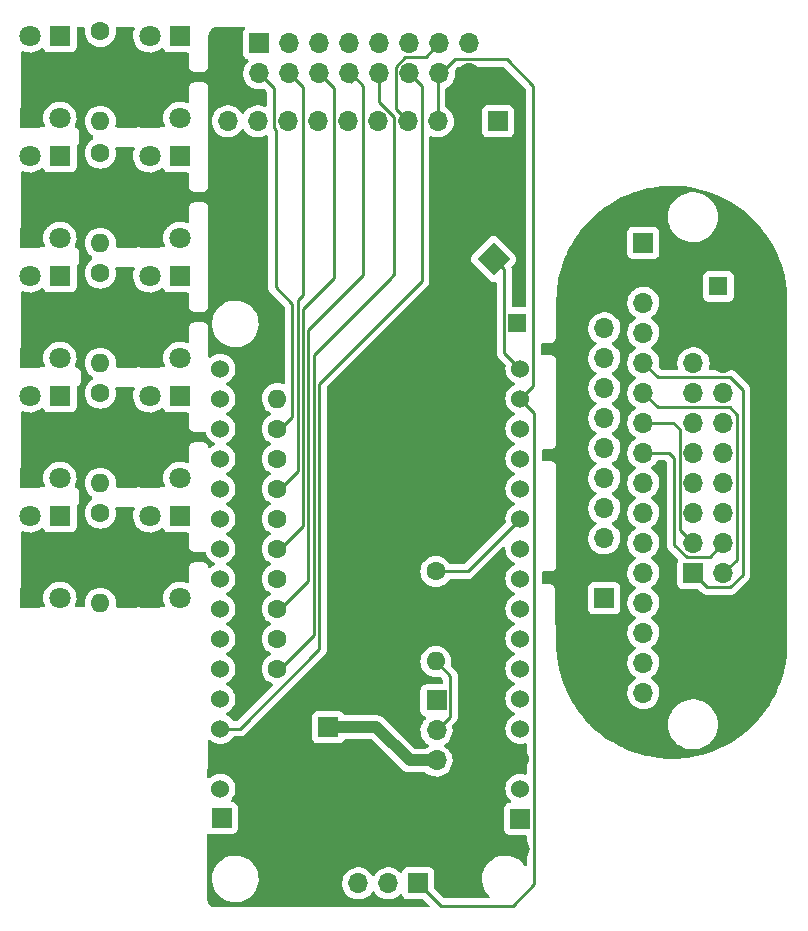
<source format=gbr>
%TF.GenerationSoftware,KiCad,Pcbnew,6.0.2+dfsg-1*%
%TF.CreationDate,2022-04-07T04:59:55+00:00*%
%TF.ProjectId,guante metaversal,6775616e-7465-4206-9d65-746176657273,rev?*%
%TF.SameCoordinates,Original*%
%TF.FileFunction,Copper,L2,Bot*%
%TF.FilePolarity,Positive*%
%FSLAX46Y46*%
G04 Gerber Fmt 4.6, Leading zero omitted, Abs format (unit mm)*
G04 Created by KiCad (PCBNEW 6.0.2+dfsg-1) date 2022-04-07 04:59:55*
%MOMM*%
%LPD*%
G01*
G04 APERTURE LIST*
G04 Aperture macros list*
%AMRotRect*
0 Rectangle, with rotation*
0 The origin of the aperture is its center*
0 $1 length*
0 $2 width*
0 $3 Rotation angle, in degrees counterclockwise*
0 Add horizontal line*
21,1,$1,$2,0,0,$3*%
G04 Aperture macros list end*
%TA.AperFunction,ComponentPad*%
%ADD10C,1.524000*%
%TD*%
%TA.AperFunction,ComponentPad*%
%ADD11R,1.800000X1.800000*%
%TD*%
%TA.AperFunction,ComponentPad*%
%ADD12C,1.800000*%
%TD*%
%TA.AperFunction,ComponentPad*%
%ADD13R,1.700000X1.700000*%
%TD*%
%TA.AperFunction,ComponentPad*%
%ADD14O,1.700000X1.700000*%
%TD*%
%TA.AperFunction,ComponentPad*%
%ADD15R,1.600000X1.600000*%
%TD*%
%TA.AperFunction,ComponentPad*%
%ADD16C,1.600000*%
%TD*%
%TA.AperFunction,ComponentPad*%
%ADD17O,1.600000X1.600000*%
%TD*%
%TA.AperFunction,ComponentPad*%
%ADD18RotRect,2.000000X2.000000X135.000000*%
%TD*%
%TA.AperFunction,ComponentPad*%
%ADD19C,2.000000*%
%TD*%
%TA.AperFunction,Conductor*%
%ADD20C,0.250000*%
%TD*%
%TA.AperFunction,Conductor*%
%ADD21C,1.000000*%
%TD*%
G04 APERTURE END LIST*
D10*
%TO.P,U2,1*%
%TO.N,Net-(U2-Pad1)*%
X140716000Y-106299000D03*
%TO.P,U2,2*%
%TO.N,s1*%
X140716000Y-108839000D03*
%TO.P,U2,3*%
%TO.N,s2*%
X140716000Y-111379000D03*
%TO.P,U2,4*%
%TO.N,s3*%
X140716000Y-113919000D03*
%TO.P,U2,5*%
%TO.N,s4*%
X140716000Y-116459000D03*
%TO.P,U2,6*%
%TO.N,s5*%
X140716000Y-118999000D03*
%TO.P,U2,7*%
%TO.N,s6*%
X140716000Y-121539000D03*
%TO.P,U2,8*%
%TO.N,s7*%
X140716000Y-124079000D03*
%TO.P,U2,9*%
%TO.N,s8*%
X140716000Y-126619000D03*
%TO.P,U2,10*%
%TO.N,s9*%
X140716000Y-129159000D03*
%TO.P,U2,11*%
%TO.N,s10*%
X140716000Y-131699000D03*
%TO.P,U2,12*%
%TO.N,Net-(J1-Pad11)*%
X140716000Y-134239000D03*
%TO.P,U2,13*%
%TO.N,Net-(D21-Pad4)*%
X140716000Y-136779000D03*
%TO.P,U2,14*%
%TO.N,GND*%
X140716000Y-139319000D03*
%TO.P,U2,15*%
%TO.N,vin*%
X140716000Y-141859000D03*
%TO.P,U2,16*%
%TO.N,+3V3*%
X166116000Y-141859000D03*
%TO.P,U2,17*%
%TO.N,GND*%
X166116000Y-139319000D03*
%TO.P,U2,18*%
%TO.N,Net-(U2-Pad18)*%
X166116000Y-136779000D03*
%TO.P,U2,19*%
%TO.N,Net-(U2-Pad19)*%
X166116000Y-134239000D03*
%TO.P,U2,20*%
%TO.N,Net-(U2-Pad20)*%
X166116000Y-131699000D03*
%TO.P,U2,21*%
%TO.N,Net-(U2-Pad21)*%
X166116000Y-129159000D03*
%TO.P,U2,22*%
%TO.N,Net-(U2-Pad22)*%
X166116000Y-126619000D03*
%TO.P,U2,23*%
%TO.N,Net-(U2-Pad23)*%
X166116000Y-124079000D03*
%TO.P,U2,24*%
%TO.N,Net-(U2-Pad24)*%
X166116000Y-121539000D03*
%TO.P,U2,25*%
%TO.N,Net-(R11-Pad1)*%
X166116000Y-118999000D03*
%TO.P,U2,26*%
%TO.N,SDA*%
X166116000Y-116459000D03*
%TO.P,U2,27*%
%TO.N,Net-(U2-Pad27)*%
X166116000Y-113919000D03*
%TO.P,U2,28*%
%TO.N,Net-(U2-Pad28)*%
X166116000Y-111379000D03*
%TO.P,U2,29*%
%TO.N,SCL*%
X166116000Y-108839000D03*
%TO.P,U2,30*%
%TO.N,Net-(BZ1-Pad1)*%
X166116000Y-106299000D03*
%TD*%
D11*
%TO.P,D4,1*%
%TO.N,s9*%
X137287000Y-98425000D03*
D12*
%TO.P,D4,2*%
%TO.N,+3V3*%
X134747000Y-98425000D03*
%TD*%
D11*
%TO.P,D2,1*%
%TO.N,s10*%
X127127000Y-98425000D03*
D12*
%TO.P,D2,2*%
%TO.N,+3V3*%
X124587000Y-98425000D03*
%TD*%
D11*
%TO.P,D4,1*%
%TO.N,s9*%
X137287000Y-88265000D03*
D12*
%TO.P,D4,2*%
%TO.N,+3V3*%
X134747000Y-88265000D03*
%TD*%
D11*
%TO.P,D2,1*%
%TO.N,s10*%
X127127000Y-88265000D03*
D12*
%TO.P,D2,2*%
%TO.N,+3V3*%
X124587000Y-88265000D03*
%TD*%
D11*
%TO.P,D1,1*%
%TO.N,GND*%
X124587000Y-105410000D03*
D12*
%TO.P,D1,2*%
%TO.N,Net-(D1-Pad2)*%
X127127000Y-105410000D03*
%TD*%
D11*
%TO.P,D3,1*%
%TO.N,GND*%
X134747000Y-105410000D03*
D12*
%TO.P,D3,2*%
%TO.N,Net-(D1-Pad2)*%
X137287000Y-105410000D03*
%TD*%
D13*
%TO.P,TP2,1*%
%TO.N,GND*%
X132842000Y-105410000D03*
%TD*%
D11*
%TO.P,D3,1*%
%TO.N,GND*%
X134747000Y-95250000D03*
D12*
%TO.P,D3,2*%
%TO.N,Net-(D1-Pad2)*%
X137287000Y-95250000D03*
%TD*%
D13*
%TO.P,TP2,1*%
%TO.N,GND*%
X132842000Y-95250000D03*
%TD*%
%TO.P,J3,1*%
%TO.N,+3V3*%
X166116000Y-144399000D03*
D14*
%TO.P,J3,2*%
%TO.N,GND*%
X166116000Y-146939000D03*
%TD*%
D13*
%TO.P,J4,1*%
%TO.N,vin*%
X140843000Y-144335500D03*
D14*
%TO.P,J4,2*%
%TO.N,GND*%
X140843000Y-146875500D03*
%TD*%
D15*
%TO.P,C1,1*%
%TO.N,+3V3*%
X165862000Y-102412800D03*
D16*
%TO.P,C1,2*%
%TO.N,GND*%
X163362000Y-102412800D03*
%TD*%
D11*
%TO.P,D1,1*%
%TO.N,GND*%
X124587000Y-85090000D03*
D12*
%TO.P,D1,2*%
%TO.N,Net-(D1-Pad2)*%
X127127000Y-85090000D03*
%TD*%
D11*
%TO.P,D1,1*%
%TO.N,GND*%
X124587000Y-95250000D03*
D12*
%TO.P,D1,2*%
%TO.N,Net-(D1-Pad2)*%
X127127000Y-95250000D03*
%TD*%
D11*
%TO.P,D3,1*%
%TO.N,GND*%
X134747000Y-85090000D03*
D12*
%TO.P,D3,2*%
%TO.N,Net-(D1-Pad2)*%
X137287000Y-85090000D03*
%TD*%
D11*
%TO.P,D4,1*%
%TO.N,s9*%
X137287000Y-78105000D03*
D12*
%TO.P,D4,2*%
%TO.N,+3V3*%
X134747000Y-78105000D03*
%TD*%
D13*
%TO.P,TP2,1*%
%TO.N,GND*%
X132842000Y-85090000D03*
%TD*%
D11*
%TO.P,D2,1*%
%TO.N,s10*%
X127127000Y-78105000D03*
D12*
%TO.P,D2,2*%
%TO.N,+3V3*%
X124587000Y-78105000D03*
%TD*%
D11*
%TO.P,D2,1*%
%TO.N,s10*%
X127127000Y-108585000D03*
D12*
%TO.P,D2,2*%
%TO.N,+3V3*%
X124587000Y-108585000D03*
%TD*%
D11*
%TO.P,D1,1*%
%TO.N,GND*%
X124587000Y-115570000D03*
D12*
%TO.P,D1,2*%
%TO.N,Net-(D1-Pad2)*%
X127127000Y-115570000D03*
%TD*%
D13*
%TO.P,TP2,1*%
%TO.N,GND*%
X132842000Y-115570000D03*
%TD*%
D11*
%TO.P,D3,1*%
%TO.N,GND*%
X134747000Y-115570000D03*
D12*
%TO.P,D3,2*%
%TO.N,Net-(D1-Pad2)*%
X137287000Y-115570000D03*
%TD*%
D11*
%TO.P,D4,1*%
%TO.N,s9*%
X137287000Y-108585000D03*
D12*
%TO.P,D4,2*%
%TO.N,+3V3*%
X134747000Y-108585000D03*
%TD*%
D11*
%TO.P,D4,1*%
%TO.N,s9*%
X137287000Y-118745000D03*
D12*
%TO.P,D4,2*%
%TO.N,+3V3*%
X134747000Y-118745000D03*
%TD*%
D11*
%TO.P,D2,1*%
%TO.N,s10*%
X127127000Y-118745000D03*
D12*
%TO.P,D2,2*%
%TO.N,+3V3*%
X124587000Y-118745000D03*
%TD*%
D11*
%TO.P,D1,1*%
%TO.N,GND*%
X124587000Y-125730000D03*
D12*
%TO.P,D1,2*%
%TO.N,Net-(D1-Pad2)*%
X127127000Y-125730000D03*
%TD*%
D11*
%TO.P,D3,1*%
%TO.N,GND*%
X134747000Y-125730000D03*
D12*
%TO.P,D3,2*%
%TO.N,Net-(D1-Pad2)*%
X137287000Y-125730000D03*
%TD*%
D13*
%TO.P,TP2,1*%
%TO.N,GND*%
X132842000Y-125730000D03*
%TD*%
%TO.P,J1,1*%
%TO.N,s1*%
X180771800Y-123621800D03*
D14*
%TO.P,J1,2*%
%TO.N,s2*%
X183311800Y-123621800D03*
%TO.P,J1,3*%
%TO.N,s3*%
X180771800Y-121081800D03*
%TO.P,J1,4*%
%TO.N,s4*%
X183311800Y-121081800D03*
%TO.P,J1,5*%
%TO.N,s5*%
X180771800Y-118541800D03*
%TO.P,J1,6*%
%TO.N,s6*%
X183311800Y-118541800D03*
%TO.P,J1,7*%
%TO.N,s7*%
X180771800Y-116001800D03*
%TO.P,J1,8*%
%TO.N,s8*%
X183311800Y-116001800D03*
%TO.P,J1,9*%
%TO.N,s9*%
X180771800Y-113461800D03*
%TO.P,J1,10*%
%TO.N,s10*%
X183311800Y-113461800D03*
%TO.P,J1,11*%
%TO.N,Net-(J1-Pad11)*%
X180771800Y-110921800D03*
%TO.P,J1,12*%
%TO.N,Net-(D21-Pad4)*%
X183311800Y-110921800D03*
%TO.P,J1,13*%
%TO.N,SDA*%
X180771800Y-108381800D03*
%TO.P,J1,14*%
%TO.N,SCL*%
X183311800Y-108381800D03*
%TO.P,J1,15*%
%TO.N,+3V3*%
X180771800Y-105841800D03*
%TO.P,J1,16*%
%TO.N,GND*%
X183311800Y-105841800D03*
%TD*%
D13*
%TO.P,J1,1*%
%TO.N,s1*%
X144018000Y-78740000D03*
D14*
%TO.P,J1,2*%
%TO.N,s2*%
X144018000Y-81280000D03*
%TO.P,J1,3*%
%TO.N,s3*%
X146558000Y-78740000D03*
%TO.P,J1,4*%
%TO.N,s4*%
X146558000Y-81280000D03*
%TO.P,J1,5*%
%TO.N,s5*%
X149098000Y-78740000D03*
%TO.P,J1,6*%
%TO.N,s6*%
X149098000Y-81280000D03*
%TO.P,J1,7*%
%TO.N,s7*%
X151638000Y-78740000D03*
%TO.P,J1,8*%
%TO.N,s8*%
X151638000Y-81280000D03*
%TO.P,J1,9*%
%TO.N,s9*%
X154178000Y-78740000D03*
%TO.P,J1,10*%
%TO.N,s10*%
X154178000Y-81280000D03*
%TO.P,J1,11*%
%TO.N,Net-(J1-Pad11)*%
X156718000Y-78740000D03*
%TO.P,J1,12*%
%TO.N,Net-(D21-Pad4)*%
X156718000Y-81280000D03*
%TO.P,J1,13*%
%TO.N,SDA*%
X159258000Y-78740000D03*
%TO.P,J1,14*%
%TO.N,SCL*%
X159258000Y-81280000D03*
%TO.P,J1,15*%
%TO.N,+3V3*%
X161798000Y-78740000D03*
%TO.P,J1,16*%
%TO.N,GND*%
X161798000Y-81280000D03*
%TD*%
%TO.P,U6,7*%
%TO.N,Net-(U6-Pad7)*%
X151511000Y-85344000D03*
%TO.P,U6,9*%
%TO.N,Net-(U6-Pad9)*%
X148971000Y-85344000D03*
%TO.P,U6,11*%
%TO.N,Net-(U6-Pad11)*%
X141351000Y-85344000D03*
%TO.P,U6,12*%
%TO.N,Net-(U6-Pad12)*%
X146431000Y-85344000D03*
D13*
%TO.P,U6,13*%
%TO.N,+3V3*%
X164211000Y-85344000D03*
D14*
%TO.P,U6,18*%
%TO.N,GND*%
X161671000Y-85344000D03*
%TO.P,U6,21*%
%TO.N,Net-(U6-Pad21)*%
X154051000Y-85344000D03*
%TO.P,U6,22*%
%TO.N,Net-(U6-Pad22)*%
X143891000Y-85344000D03*
%TO.P,U6,23*%
%TO.N,SCL*%
X159131000Y-85344000D03*
%TO.P,U6,24*%
%TO.N,SDA*%
X156591000Y-85344000D03*
%TD*%
D16*
%TO.P,R1,1*%
%TO.N,GND*%
X153162000Y-108826300D03*
D17*
%TO.P,R1,2*%
%TO.N,s1*%
X145542000Y-108826300D03*
%TD*%
D16*
%TO.P,R2,1*%
%TO.N,s2*%
X145542000Y-111379000D03*
D17*
%TO.P,R2,2*%
%TO.N,GND*%
X153162000Y-111379000D03*
%TD*%
D16*
%TO.P,R4,1*%
%TO.N,s4*%
X145542000Y-116459000D03*
D17*
%TO.P,R4,2*%
%TO.N,GND*%
X153162000Y-116459000D03*
%TD*%
D16*
%TO.P,R5,1*%
%TO.N,s5*%
X145542000Y-118999000D03*
D17*
%TO.P,R5,2*%
%TO.N,GND*%
X153162000Y-118999000D03*
%TD*%
D16*
%TO.P,R6,1*%
%TO.N,s6*%
X145542000Y-121539000D03*
D17*
%TO.P,R6,2*%
%TO.N,GND*%
X153162000Y-121539000D03*
%TD*%
D16*
%TO.P,R7,1*%
%TO.N,s7*%
X145542000Y-124079000D03*
D17*
%TO.P,R7,2*%
%TO.N,GND*%
X153162000Y-124079000D03*
%TD*%
D16*
%TO.P,R9,1*%
%TO.N,s9*%
X145542000Y-129159000D03*
D17*
%TO.P,R9,2*%
%TO.N,GND*%
X153162000Y-129159000D03*
%TD*%
D16*
%TO.P,R10,1*%
%TO.N,s10*%
X145542000Y-131699000D03*
D17*
%TO.P,R10,2*%
%TO.N,GND*%
X153162000Y-131699000D03*
%TD*%
D16*
%TO.P,R11,1*%
%TO.N,Net-(R11-Pad1)*%
X158953200Y-123456700D03*
D17*
%TO.P,R11,2*%
%TO.N,Net-(Q1-Pad2)*%
X158953200Y-131076700D03*
%TD*%
D16*
%TO.P,R16,1*%
%TO.N,+3V3*%
X130556000Y-77724000D03*
D17*
%TO.P,R16,2*%
%TO.N,Net-(D1-Pad2)*%
X130556000Y-85344000D03*
%TD*%
D16*
%TO.P,R16,1*%
%TO.N,+3V3*%
X130556000Y-118516000D03*
D17*
%TO.P,R16,2*%
%TO.N,Net-(D1-Pad2)*%
X130556000Y-126136000D03*
%TD*%
D18*
%TO.P,BZ1,1*%
%TO.N,Net-(BZ1-Pad1)*%
X163849728Y-96996928D03*
D19*
%TO.P,BZ1,2*%
%TO.N,GND*%
X159359600Y-92506800D03*
%TD*%
D13*
%TO.P,J5,1*%
%TO.N,+3V3*%
X176530000Y-95631000D03*
D14*
%TO.P,J5,2*%
%TO.N,GND*%
X176530000Y-98171000D03*
%TO.P,J5,3*%
%TO.N,SDA*%
X176530000Y-100711000D03*
%TO.P,J5,4*%
%TO.N,SCL*%
X176530000Y-103251000D03*
%TO.P,J5,5*%
%TO.N,s1*%
X176530000Y-105791000D03*
%TO.P,J5,6*%
%TO.N,s2*%
X176530000Y-108331000D03*
%TO.P,J5,7*%
%TO.N,s3*%
X176530000Y-110871000D03*
%TO.P,J5,8*%
%TO.N,s4*%
X176530000Y-113411000D03*
%TO.P,J5,9*%
%TO.N,s5*%
X176530000Y-115951000D03*
%TO.P,J5,10*%
%TO.N,s6*%
X176530000Y-118491000D03*
%TO.P,J5,11*%
%TO.N,s7*%
X176530000Y-121031000D03*
%TO.P,J5,12*%
%TO.N,s8*%
X176530000Y-123571000D03*
%TO.P,J5,13*%
%TO.N,s9*%
X176530000Y-126111000D03*
%TO.P,J5,14*%
%TO.N,s10*%
X176530000Y-128651000D03*
%TO.P,J5,15*%
%TO.N,Net-(J1-Pad11)*%
X176530000Y-131191000D03*
%TO.P,J5,16*%
%TO.N,Net-(D21-Pad4)*%
X176530000Y-133731000D03*
%TD*%
D15*
%TO.P,C2,1*%
%TO.N,+3V3*%
X182880000Y-99314000D03*
D16*
%TO.P,C2,2*%
%TO.N,GND*%
X185380000Y-99314000D03*
%TD*%
D14*
%TO.P,U7,7*%
%TO.N,Net-(U7-Pad7)*%
X173228000Y-113030000D03*
%TO.P,U7,9*%
%TO.N,Net-(U7-Pad9)*%
X173228000Y-110490000D03*
%TO.P,U7,11*%
%TO.N,Net-(U7-Pad11)*%
X173228000Y-102870000D03*
%TO.P,U7,12*%
%TO.N,+3V3*%
X173228000Y-107950000D03*
D13*
%TO.P,U7,13*%
X173228000Y-125730000D03*
D14*
%TO.P,U7,18*%
%TO.N,GND*%
X173228000Y-123190000D03*
%TO.P,U7,21*%
%TO.N,Net-(U7-Pad21)*%
X173228000Y-115570000D03*
%TO.P,U7,22*%
%TO.N,Net-(U7-Pad22)*%
X173228000Y-105410000D03*
%TO.P,U7,23*%
%TO.N,SCL*%
X173228000Y-120650000D03*
%TO.P,U7,24*%
%TO.N,SDA*%
X173228000Y-118110000D03*
%TD*%
D13*
%TO.P,J6,1*%
%TO.N,SCL*%
X157480000Y-149860000D03*
D14*
%TO.P,J6,2*%
%TO.N,SDA*%
X154940000Y-149860000D03*
%TO.P,J6,3*%
%TO.N,+3V3*%
X152400000Y-149860000D03*
%TO.P,J6,4*%
%TO.N,GND*%
X149860000Y-149860000D03*
%TD*%
D13*
%TO.P,M6,1*%
%TO.N,Net-(M6-Pad1)*%
X149860000Y-136652000D03*
D14*
%TO.P,M6,2*%
%TO.N,GND*%
X149860000Y-139192000D03*
%TD*%
D13*
%TO.P,Q1,1*%
%TO.N,+3V3*%
X159016700Y-134378700D03*
D14*
%TO.P,Q1,2*%
%TO.N,Net-(Q1-Pad2)*%
X159016700Y-136918700D03*
%TO.P,Q1,3*%
%TO.N,Net-(M6-Pad1)*%
X159016700Y-139458700D03*
%TD*%
D16*
%TO.P,R3,1*%
%TO.N,s3*%
X145542000Y-113919000D03*
D17*
%TO.P,R3,2*%
%TO.N,GND*%
X153162000Y-113919000D03*
%TD*%
D16*
%TO.P,R8,1*%
%TO.N,s8*%
X145542000Y-126619000D03*
D17*
%TO.P,R8,2*%
%TO.N,GND*%
X153162000Y-126619000D03*
%TD*%
D16*
%TO.P,R16,1*%
%TO.N,+3V3*%
X130556000Y-98196000D03*
D17*
%TO.P,R16,2*%
%TO.N,Net-(D1-Pad2)*%
X130556000Y-105816000D03*
%TD*%
D16*
%TO.P,R16,1*%
%TO.N,+3V3*%
X130556000Y-108356000D03*
D17*
%TO.P,R16,2*%
%TO.N,Net-(D1-Pad2)*%
X130556000Y-115976000D03*
%TD*%
D16*
%TO.P,R16,1*%
%TO.N,+3V3*%
X130556000Y-88036000D03*
D17*
%TO.P,R16,2*%
%TO.N,Net-(D1-Pad2)*%
X130556000Y-95656000D03*
%TD*%
D20*
%TO.N,Net-(D21-Pad4)*%
X142367000Y-136779000D02*
X149098000Y-130048000D01*
X157766001Y-98900999D02*
X157035500Y-99631500D01*
X157766001Y-82328001D02*
X157766001Y-98900999D01*
X157772100Y-98894900D02*
X157035500Y-99631500D01*
X157035500Y-99631500D02*
X149098000Y-107569000D01*
X149098000Y-130048000D02*
X149098000Y-107569000D01*
X140716000Y-136779000D02*
X142367000Y-136779000D01*
X156718000Y-81280000D02*
X157766001Y-82328001D01*
%TO.N,Net-(Q1-Pad2)*%
X160191701Y-132315201D02*
X158953200Y-131076700D01*
X159016700Y-136918700D02*
X160191701Y-135743699D01*
X160191701Y-135743699D02*
X160191701Y-132315201D01*
%TO.N,Net-(BZ1-Pad1)*%
X164736999Y-104919999D02*
X164736999Y-97884199D01*
X164736999Y-97884199D02*
X163849728Y-96996928D01*
X166116000Y-106299000D02*
X164736999Y-104919999D01*
%TO.N,Net-(R11-Pad1)*%
X161658300Y-123456700D02*
X166116000Y-118999000D01*
X158953200Y-123456700D02*
X161658300Y-123456700D01*
D21*
%TO.N,Net-(M6-Pad1)*%
X156730700Y-139458700D02*
X153924000Y-136652000D01*
X149860000Y-136652000D02*
X153924000Y-136652000D01*
X159016700Y-139458700D02*
X156730700Y-139458700D01*
D20*
%TO.N,SDA*%
X155542999Y-80715999D02*
X156343997Y-79915001D01*
X155542999Y-84295999D02*
X155542999Y-80715999D01*
X156591000Y-85344000D02*
X155542999Y-84295999D01*
X156343997Y-79915001D02*
X158082999Y-79915001D01*
X158082999Y-79915001D02*
X159258000Y-78740000D01*
%TO.N,SCL*%
X159385000Y-81280000D02*
X160560001Y-80104999D01*
X159385000Y-151765000D02*
X157480000Y-149860000D01*
X167291001Y-149923671D02*
X165449672Y-151765000D01*
X166116000Y-108839000D02*
X167203001Y-107751999D01*
X167291001Y-110014001D02*
X167291001Y-149923671D01*
X167203001Y-82338361D02*
X164969639Y-80104999D01*
X159131000Y-85344000D02*
X159131000Y-81407000D01*
X166116000Y-108839000D02*
X167291001Y-110014001D01*
X167203001Y-107751999D02*
X167203001Y-82338361D01*
X165449672Y-151765000D02*
X159385000Y-151765000D01*
X160560001Y-80104999D02*
X164969639Y-80104999D01*
X159131000Y-81407000D02*
X159258000Y-81280000D01*
%TO.N,s10*%
X154178000Y-83731998D02*
X155415999Y-84969997D01*
X154539501Y-99167501D02*
X148621041Y-105085961D01*
X148621041Y-128873959D02*
X145796000Y-131699000D01*
X154178000Y-81280000D02*
X154178000Y-83731998D01*
X155047501Y-98659501D02*
X154539501Y-99167501D01*
X148621041Y-105085961D02*
X148621041Y-128873959D01*
X155353001Y-98354001D02*
X155047501Y-98659501D01*
X155415999Y-84969997D02*
X155415999Y-98291003D01*
X155415999Y-98291003D02*
X155047501Y-98659501D01*
%TO.N,s1*%
X183875801Y-107016801D02*
X177755801Y-107016801D01*
X184936811Y-108077811D02*
X183875801Y-107016801D01*
X180771800Y-123621800D02*
X181946801Y-124796801D01*
X181946801Y-124796801D02*
X183875801Y-124796801D01*
X177755801Y-107016801D02*
X176530000Y-105791000D01*
X183875801Y-124796801D02*
X184936811Y-123735791D01*
X184936811Y-123735791D02*
X184936811Y-108077811D01*
%TO.N,s2*%
X184486801Y-122446799D02*
X184486801Y-110167801D01*
X183311800Y-123621800D02*
X184486801Y-122446799D01*
X145382999Y-86035001D02*
X145255999Y-85908001D01*
X183875801Y-109556801D02*
X177755801Y-109556801D01*
X145255999Y-82517999D02*
X144018000Y-81280000D01*
X146821001Y-110353999D02*
X146821001Y-100847001D01*
X145255999Y-85908001D02*
X145255999Y-82517999D01*
X145382999Y-99408999D02*
X145382999Y-86035001D01*
X184486801Y-110167801D02*
X183875801Y-109556801D01*
X145796000Y-111379000D02*
X146821001Y-110353999D01*
X177755801Y-109556801D02*
X176530000Y-108331000D01*
X146821001Y-100847001D02*
X145382999Y-99408999D01*
%TO.N,s3*%
X179596799Y-111397799D02*
X179070000Y-110871000D01*
X179070000Y-110871000D02*
X176530000Y-110871000D01*
X180771800Y-121081800D02*
X179596799Y-119906799D01*
X179596799Y-119906799D02*
X179596799Y-111397799D01*
%TO.N,s4*%
X147733001Y-95409001D02*
X147733001Y-95852999D01*
X147733001Y-100043999D02*
X147271011Y-100505989D01*
X183311800Y-121081800D02*
X182136799Y-122256801D01*
X179146789Y-113868789D02*
X178689000Y-113411000D01*
X182136799Y-122256801D02*
X180207799Y-122256801D01*
X145796000Y-116459000D02*
X147271011Y-114983989D01*
X179146789Y-121195791D02*
X179146789Y-113868789D01*
X178689000Y-113411000D02*
X176530000Y-113411000D01*
X147733001Y-95852999D02*
X147733001Y-82455001D01*
X147271011Y-114983989D02*
X147271011Y-100505989D01*
X180207799Y-122256801D02*
X179146789Y-121195791D01*
X147733001Y-82455001D02*
X146558000Y-81280000D01*
X147733001Y-95852999D02*
X147733001Y-100043999D01*
%TO.N,s6*%
X147721021Y-119613979D02*
X147721021Y-101198979D01*
X150335999Y-82517999D02*
X149098000Y-81280000D01*
X147721021Y-101198979D02*
X150335999Y-98584001D01*
X150335999Y-98584001D02*
X150335999Y-82517999D01*
X145796000Y-121539000D02*
X147721021Y-119613979D01*
%TO.N,s8*%
X151765000Y-81280000D02*
X151765000Y-82042000D01*
X152813001Y-82328001D02*
X151765000Y-81280000D01*
X151765000Y-81280000D02*
X151765000Y-81788000D01*
X148171031Y-102995971D02*
X148171031Y-124243969D01*
X152813001Y-98354001D02*
X148171031Y-102995971D01*
X152813001Y-98354001D02*
X152813001Y-82328001D01*
X148171031Y-124243969D02*
X145796000Y-126619000D01*
%TD*%
%TA.AperFunction,Conductor*%
%TO.N,GND*%
G36*
X164723166Y-80758501D02*
G01*
X164744140Y-80775404D01*
X166532596Y-82563861D01*
X166566622Y-82626173D01*
X166569501Y-82652956D01*
X166569501Y-100978300D01*
X166549499Y-101046421D01*
X166495843Y-101092914D01*
X166443501Y-101104300D01*
X165496499Y-101104300D01*
X165428378Y-101084298D01*
X165381885Y-101030642D01*
X165370499Y-100978300D01*
X165370499Y-97962967D01*
X165371026Y-97951784D01*
X165372701Y-97944291D01*
X165370561Y-97876200D01*
X165370499Y-97872243D01*
X165370499Y-97844343D01*
X165369995Y-97840352D01*
X165369062Y-97828510D01*
X165369009Y-97826798D01*
X165367673Y-97784310D01*
X165362020Y-97764851D01*
X165358011Y-97745492D01*
X165356466Y-97733264D01*
X165355473Y-97725402D01*
X165352557Y-97718037D01*
X165351920Y-97715556D01*
X165354354Y-97644602D01*
X165384867Y-97595130D01*
X165657541Y-97322456D01*
X165671534Y-97305052D01*
X165691785Y-97279866D01*
X165691787Y-97279863D01*
X165696734Y-97273710D01*
X165734884Y-97189802D01*
X165753307Y-97149283D01*
X165753307Y-97149282D01*
X165757021Y-97141114D01*
X165758892Y-97128055D01*
X165776397Y-97005817D01*
X165777670Y-96996928D01*
X165768768Y-96934767D01*
X165758294Y-96861628D01*
X165758293Y-96861625D01*
X165757021Y-96852742D01*
X165749901Y-96837081D01*
X165700002Y-96727334D01*
X165696734Y-96720146D01*
X165691787Y-96713993D01*
X165691785Y-96713990D01*
X165659681Y-96674062D01*
X165657541Y-96671400D01*
X164175256Y-95189115D01*
X164141129Y-95161676D01*
X164132666Y-95154871D01*
X164132663Y-95154869D01*
X164126510Y-95149922D01*
X163993914Y-95089635D01*
X163985031Y-95088363D01*
X163985028Y-95088362D01*
X163858617Y-95070259D01*
X163849728Y-95068986D01*
X163840839Y-95070259D01*
X163714428Y-95088362D01*
X163714425Y-95088363D01*
X163705542Y-95089635D01*
X163572946Y-95149922D01*
X163566793Y-95154869D01*
X163566790Y-95154871D01*
X163558327Y-95161676D01*
X163524200Y-95189115D01*
X162041915Y-96671400D01*
X162039775Y-96674062D01*
X162007671Y-96713990D01*
X162007669Y-96713993D01*
X162002722Y-96720146D01*
X161999454Y-96727334D01*
X161949556Y-96837081D01*
X161942435Y-96852742D01*
X161941163Y-96861625D01*
X161941162Y-96861628D01*
X161930688Y-96934767D01*
X161921786Y-96996928D01*
X161923059Y-97005817D01*
X161940565Y-97128055D01*
X161942435Y-97141114D01*
X161946149Y-97149282D01*
X161946149Y-97149283D01*
X161964572Y-97189802D01*
X162002722Y-97273710D01*
X162007669Y-97279863D01*
X162007671Y-97279866D01*
X162027922Y-97305052D01*
X162041915Y-97322456D01*
X163524200Y-98804741D01*
X163526862Y-98806881D01*
X163566790Y-98838985D01*
X163566793Y-98838987D01*
X163572946Y-98843934D01*
X163705542Y-98904221D01*
X163714425Y-98905493D01*
X163714428Y-98905494D01*
X163840839Y-98923597D01*
X163849728Y-98924870D01*
X163858617Y-98923597D01*
X163959637Y-98909130D01*
X164029905Y-98919273D01*
X164083535Y-98965795D01*
X164103499Y-99033857D01*
X164103499Y-104841232D01*
X164102972Y-104852415D01*
X164101297Y-104859908D01*
X164101546Y-104867834D01*
X164101546Y-104867835D01*
X164103437Y-104927985D01*
X164103499Y-104931944D01*
X164103499Y-104959855D01*
X164103996Y-104963789D01*
X164103996Y-104963790D01*
X164104004Y-104963855D01*
X164104937Y-104975692D01*
X164106326Y-105019888D01*
X164109264Y-105030000D01*
X164111977Y-105039338D01*
X164115986Y-105058699D01*
X164116872Y-105065708D01*
X164118525Y-105078796D01*
X164121444Y-105086167D01*
X164121444Y-105086169D01*
X164134803Y-105119911D01*
X164138648Y-105131141D01*
X164145870Y-105156000D01*
X164150981Y-105173592D01*
X164155014Y-105180411D01*
X164155016Y-105180416D01*
X164161292Y-105191027D01*
X164169987Y-105208775D01*
X164177447Y-105227616D01*
X164182109Y-105234032D01*
X164182109Y-105234033D01*
X164203435Y-105263386D01*
X164209951Y-105273306D01*
X164225517Y-105299626D01*
X164232457Y-105311361D01*
X164246778Y-105325682D01*
X164259618Y-105340715D01*
X164271527Y-105357106D01*
X164304942Y-105384749D01*
X164305604Y-105385297D01*
X164314383Y-105393287D01*
X164837874Y-105916778D01*
X164871900Y-105979090D01*
X164870486Y-106038484D01*
X164860022Y-106077537D01*
X164840647Y-106299000D01*
X164860022Y-106520463D01*
X164886992Y-106621114D01*
X164904896Y-106687932D01*
X164917560Y-106735196D01*
X164919882Y-106740177D01*
X164919883Y-106740178D01*
X165009186Y-106931689D01*
X165009189Y-106931694D01*
X165011512Y-106936676D01*
X165014668Y-106941183D01*
X165014669Y-106941185D01*
X165124730Y-107098368D01*
X165139023Y-107118781D01*
X165296219Y-107275977D01*
X165300727Y-107279134D01*
X165300730Y-107279136D01*
X165352482Y-107315373D01*
X165478323Y-107403488D01*
X165483305Y-107405811D01*
X165483310Y-107405814D01*
X165588373Y-107454805D01*
X165641658Y-107501722D01*
X165661119Y-107569999D01*
X165640577Y-107637959D01*
X165588373Y-107683195D01*
X165483311Y-107732186D01*
X165483306Y-107732189D01*
X165478324Y-107734512D01*
X165473817Y-107737668D01*
X165473815Y-107737669D01*
X165300730Y-107858864D01*
X165300727Y-107858866D01*
X165296219Y-107862023D01*
X165139023Y-108019219D01*
X165135866Y-108023727D01*
X165135864Y-108023730D01*
X165014669Y-108196815D01*
X165011512Y-108201324D01*
X165009189Y-108206306D01*
X165009186Y-108206311D01*
X164939385Y-108356000D01*
X164917560Y-108402804D01*
X164916138Y-108408112D01*
X164916137Y-108408114D01*
X164903185Y-108456453D01*
X164860022Y-108617537D01*
X164840647Y-108839000D01*
X164860022Y-109060463D01*
X164917560Y-109275196D01*
X164919882Y-109280177D01*
X164919883Y-109280178D01*
X165009186Y-109471689D01*
X165009189Y-109471694D01*
X165011512Y-109476676D01*
X165014668Y-109481183D01*
X165014669Y-109481185D01*
X165117751Y-109628401D01*
X165139023Y-109658781D01*
X165296219Y-109815977D01*
X165300727Y-109819134D01*
X165300730Y-109819136D01*
X165376495Y-109872187D01*
X165478323Y-109943488D01*
X165483305Y-109945811D01*
X165483310Y-109945814D01*
X165588373Y-109994805D01*
X165641658Y-110041722D01*
X165661119Y-110109999D01*
X165640577Y-110177959D01*
X165588373Y-110223195D01*
X165483311Y-110272186D01*
X165483306Y-110272189D01*
X165478324Y-110274512D01*
X165473817Y-110277668D01*
X165473815Y-110277669D01*
X165300730Y-110398864D01*
X165300727Y-110398866D01*
X165296219Y-110402023D01*
X165139023Y-110559219D01*
X165135866Y-110563727D01*
X165135864Y-110563730D01*
X165024867Y-110722251D01*
X165011512Y-110741324D01*
X165009189Y-110746306D01*
X165009186Y-110746311D01*
X164994377Y-110778069D01*
X164917560Y-110942804D01*
X164916138Y-110948112D01*
X164916137Y-110948114D01*
X164903185Y-110996453D01*
X164860022Y-111157537D01*
X164840647Y-111379000D01*
X164860022Y-111600463D01*
X164917560Y-111815196D01*
X164919882Y-111820177D01*
X164919883Y-111820178D01*
X165009186Y-112011689D01*
X165009189Y-112011694D01*
X165011512Y-112016676D01*
X165014668Y-112021183D01*
X165014669Y-112021185D01*
X165117751Y-112168401D01*
X165139023Y-112198781D01*
X165296219Y-112355977D01*
X165300727Y-112359134D01*
X165300730Y-112359136D01*
X165342462Y-112388357D01*
X165478323Y-112483488D01*
X165483305Y-112485811D01*
X165483310Y-112485814D01*
X165588373Y-112534805D01*
X165641658Y-112581722D01*
X165661119Y-112649999D01*
X165640577Y-112717959D01*
X165588373Y-112763195D01*
X165483311Y-112812186D01*
X165483306Y-112812189D01*
X165478324Y-112814512D01*
X165473817Y-112817668D01*
X165473815Y-112817669D01*
X165300730Y-112938864D01*
X165300727Y-112938866D01*
X165296219Y-112942023D01*
X165139023Y-113099219D01*
X165135866Y-113103727D01*
X165135864Y-113103730D01*
X165024867Y-113262251D01*
X165011512Y-113281324D01*
X165009189Y-113286306D01*
X165009186Y-113286311D01*
X164994377Y-113318069D01*
X164917560Y-113482804D01*
X164916138Y-113488112D01*
X164916137Y-113488114D01*
X164903185Y-113536453D01*
X164860022Y-113697537D01*
X164840647Y-113919000D01*
X164860022Y-114140463D01*
X164917560Y-114355196D01*
X164919882Y-114360177D01*
X164919883Y-114360178D01*
X165009186Y-114551689D01*
X165009189Y-114551694D01*
X165011512Y-114556676D01*
X165014668Y-114561183D01*
X165014669Y-114561185D01*
X165117751Y-114708401D01*
X165139023Y-114738781D01*
X165296219Y-114895977D01*
X165300727Y-114899134D01*
X165300730Y-114899136D01*
X165352482Y-114935373D01*
X165478323Y-115023488D01*
X165483305Y-115025811D01*
X165483310Y-115025814D01*
X165588373Y-115074805D01*
X165641658Y-115121722D01*
X165661119Y-115189999D01*
X165640577Y-115257959D01*
X165588373Y-115303195D01*
X165483311Y-115352186D01*
X165483306Y-115352189D01*
X165478324Y-115354512D01*
X165473817Y-115357668D01*
X165473815Y-115357669D01*
X165300730Y-115478864D01*
X165300727Y-115478866D01*
X165296219Y-115482023D01*
X165139023Y-115639219D01*
X165135866Y-115643727D01*
X165135864Y-115643730D01*
X165024867Y-115802251D01*
X165011512Y-115821324D01*
X165009189Y-115826306D01*
X165009186Y-115826311D01*
X164941938Y-115970525D01*
X164917560Y-116022804D01*
X164916138Y-116028112D01*
X164916137Y-116028114D01*
X164904324Y-116072200D01*
X164860022Y-116237537D01*
X164840647Y-116459000D01*
X164860022Y-116680463D01*
X164886992Y-116781114D01*
X164904896Y-116847932D01*
X164917560Y-116895196D01*
X164919882Y-116900177D01*
X164919883Y-116900178D01*
X165009186Y-117091689D01*
X165009189Y-117091694D01*
X165011512Y-117096676D01*
X165014668Y-117101183D01*
X165014669Y-117101185D01*
X165124730Y-117258368D01*
X165139023Y-117278781D01*
X165296219Y-117435977D01*
X165300727Y-117439134D01*
X165300730Y-117439136D01*
X165352482Y-117475373D01*
X165478323Y-117563488D01*
X165483305Y-117565811D01*
X165483310Y-117565814D01*
X165588373Y-117614805D01*
X165641658Y-117661722D01*
X165661119Y-117729999D01*
X165640577Y-117797959D01*
X165588373Y-117843195D01*
X165483311Y-117892186D01*
X165483306Y-117892189D01*
X165478324Y-117894512D01*
X165473817Y-117897668D01*
X165473815Y-117897669D01*
X165300730Y-118018864D01*
X165300727Y-118018866D01*
X165296219Y-118022023D01*
X165139023Y-118179219D01*
X165135866Y-118183727D01*
X165135864Y-118183730D01*
X165024867Y-118342251D01*
X165011512Y-118361324D01*
X165009189Y-118366306D01*
X165009186Y-118366311D01*
X164948802Y-118495806D01*
X164917560Y-118562804D01*
X164916138Y-118568112D01*
X164916137Y-118568114D01*
X164903185Y-118616453D01*
X164860022Y-118777537D01*
X164840647Y-118999000D01*
X164860022Y-119220463D01*
X164861446Y-119225776D01*
X164861446Y-119225777D01*
X164870486Y-119259516D01*
X164868796Y-119330493D01*
X164837874Y-119381222D01*
X161432800Y-122786295D01*
X161370488Y-122820321D01*
X161343705Y-122823200D01*
X160172594Y-122823200D01*
X160104473Y-122803198D01*
X160069381Y-122769471D01*
X159962557Y-122616911D01*
X159962555Y-122616908D01*
X159959398Y-122612400D01*
X159797500Y-122450502D01*
X159792992Y-122447345D01*
X159792989Y-122447343D01*
X159701526Y-122383300D01*
X159609949Y-122319177D01*
X159604967Y-122316854D01*
X159604962Y-122316851D01*
X159407425Y-122224739D01*
X159407424Y-122224739D01*
X159402443Y-122222416D01*
X159397135Y-122220994D01*
X159397133Y-122220993D01*
X159186602Y-122164581D01*
X159186600Y-122164581D01*
X159181287Y-122163157D01*
X158953200Y-122143202D01*
X158725113Y-122163157D01*
X158719800Y-122164581D01*
X158719798Y-122164581D01*
X158509267Y-122220993D01*
X158509265Y-122220994D01*
X158503957Y-122222416D01*
X158498976Y-122224739D01*
X158498975Y-122224739D01*
X158301438Y-122316851D01*
X158301433Y-122316854D01*
X158296451Y-122319177D01*
X158204874Y-122383300D01*
X158113411Y-122447343D01*
X158113408Y-122447345D01*
X158108900Y-122450502D01*
X157947002Y-122612400D01*
X157943845Y-122616908D01*
X157943843Y-122616911D01*
X157892013Y-122690932D01*
X157815677Y-122799951D01*
X157813354Y-122804933D01*
X157813351Y-122804938D01*
X157732806Y-122977669D01*
X157718916Y-123007457D01*
X157717494Y-123012765D01*
X157717493Y-123012767D01*
X157682685Y-123142673D01*
X157659657Y-123228613D01*
X157639702Y-123456700D01*
X157659657Y-123684787D01*
X157661081Y-123690100D01*
X157661081Y-123690102D01*
X157714134Y-123888095D01*
X157718916Y-123905943D01*
X157721239Y-123910924D01*
X157721239Y-123910925D01*
X157813351Y-124108462D01*
X157813354Y-124108467D01*
X157815677Y-124113449D01*
X157860974Y-124178140D01*
X157942790Y-124294984D01*
X157947002Y-124301000D01*
X158108900Y-124462898D01*
X158113408Y-124466055D01*
X158113411Y-124466057D01*
X158176006Y-124509886D01*
X158296451Y-124594223D01*
X158301433Y-124596546D01*
X158301438Y-124596549D01*
X158498975Y-124688661D01*
X158503957Y-124690984D01*
X158509265Y-124692406D01*
X158509267Y-124692407D01*
X158719798Y-124748819D01*
X158719800Y-124748819D01*
X158725113Y-124750243D01*
X158953200Y-124770198D01*
X159181287Y-124750243D01*
X159186600Y-124748819D01*
X159186602Y-124748819D01*
X159397133Y-124692407D01*
X159397135Y-124692406D01*
X159402443Y-124690984D01*
X159407425Y-124688661D01*
X159604962Y-124596549D01*
X159604967Y-124596546D01*
X159609949Y-124594223D01*
X159730394Y-124509886D01*
X159792989Y-124466057D01*
X159792992Y-124466055D01*
X159797500Y-124462898D01*
X159959398Y-124301000D01*
X159962557Y-124296489D01*
X160069381Y-124143929D01*
X160124838Y-124099601D01*
X160172594Y-124090200D01*
X161579533Y-124090200D01*
X161590716Y-124090727D01*
X161598209Y-124092402D01*
X161606135Y-124092153D01*
X161606136Y-124092153D01*
X161666286Y-124090262D01*
X161670245Y-124090200D01*
X161698156Y-124090200D01*
X161702091Y-124089703D01*
X161702156Y-124089695D01*
X161713993Y-124088762D01*
X161746251Y-124087748D01*
X161750270Y-124087622D01*
X161758189Y-124087373D01*
X161777643Y-124081721D01*
X161797000Y-124077713D01*
X161809230Y-124076168D01*
X161809231Y-124076168D01*
X161817097Y-124075174D01*
X161824468Y-124072255D01*
X161824470Y-124072255D01*
X161858212Y-124058896D01*
X161869442Y-124055051D01*
X161904283Y-124044929D01*
X161904284Y-124044929D01*
X161911893Y-124042718D01*
X161918712Y-124038685D01*
X161918717Y-124038683D01*
X161929328Y-124032407D01*
X161947076Y-124023712D01*
X161965917Y-124016252D01*
X161975083Y-124009593D01*
X162001687Y-123990264D01*
X162011607Y-123983748D01*
X162042835Y-123965280D01*
X162042838Y-123965278D01*
X162049662Y-123961242D01*
X162063983Y-123946921D01*
X162079017Y-123934080D01*
X162088994Y-123926831D01*
X162095407Y-123922172D01*
X162123598Y-123888095D01*
X162131588Y-123879316D01*
X164631213Y-121379692D01*
X164693525Y-121345666D01*
X164764341Y-121350731D01*
X164821176Y-121393278D01*
X164845987Y-121459798D01*
X164845829Y-121479768D01*
X164840647Y-121539000D01*
X164860022Y-121760463D01*
X164917560Y-121975196D01*
X164919882Y-121980177D01*
X164919883Y-121980178D01*
X165009186Y-122171689D01*
X165009189Y-122171694D01*
X165011512Y-122176676D01*
X165014668Y-122181183D01*
X165014669Y-122181185D01*
X165113503Y-122322334D01*
X165139023Y-122358781D01*
X165296219Y-122515977D01*
X165300727Y-122519134D01*
X165300730Y-122519136D01*
X165313562Y-122528121D01*
X165478323Y-122643488D01*
X165483305Y-122645811D01*
X165483310Y-122645814D01*
X165588373Y-122694805D01*
X165641658Y-122741722D01*
X165661119Y-122809999D01*
X165640577Y-122877959D01*
X165588373Y-122923195D01*
X165483311Y-122972186D01*
X165483306Y-122972189D01*
X165478324Y-122974512D01*
X165473817Y-122977668D01*
X165473815Y-122977669D01*
X165300730Y-123098864D01*
X165300727Y-123098866D01*
X165296219Y-123102023D01*
X165139023Y-123259219D01*
X165135866Y-123263727D01*
X165135864Y-123263730D01*
X165027855Y-123417984D01*
X165011512Y-123441324D01*
X165009189Y-123446306D01*
X165009186Y-123446311D01*
X164925967Y-123624775D01*
X164917560Y-123642804D01*
X164860022Y-123857537D01*
X164840647Y-124079000D01*
X164860022Y-124300463D01*
X164881610Y-124381029D01*
X164914426Y-124503498D01*
X164917560Y-124515196D01*
X164919882Y-124520177D01*
X164919883Y-124520178D01*
X165009186Y-124711689D01*
X165009189Y-124711694D01*
X165011512Y-124716676D01*
X165014668Y-124721183D01*
X165014669Y-124721185D01*
X165127038Y-124881664D01*
X165139023Y-124898781D01*
X165296219Y-125055977D01*
X165300727Y-125059134D01*
X165300730Y-125059136D01*
X165332385Y-125081301D01*
X165478323Y-125183488D01*
X165483305Y-125185811D01*
X165483310Y-125185814D01*
X165588373Y-125234805D01*
X165641658Y-125281722D01*
X165661119Y-125349999D01*
X165640577Y-125417959D01*
X165588373Y-125463195D01*
X165483311Y-125512186D01*
X165483306Y-125512189D01*
X165478324Y-125514512D01*
X165473817Y-125517668D01*
X165473815Y-125517669D01*
X165300730Y-125638864D01*
X165300727Y-125638866D01*
X165296219Y-125642023D01*
X165139023Y-125799219D01*
X165135866Y-125803727D01*
X165135864Y-125803730D01*
X165024867Y-125962251D01*
X165011512Y-125981324D01*
X165009189Y-125986306D01*
X165009186Y-125986311D01*
X164941938Y-126130525D01*
X164917560Y-126182804D01*
X164860022Y-126397537D01*
X164840647Y-126619000D01*
X164860022Y-126840463D01*
X164917560Y-127055196D01*
X164919882Y-127060177D01*
X164919883Y-127060178D01*
X165009186Y-127251689D01*
X165009189Y-127251694D01*
X165011512Y-127256676D01*
X165014668Y-127261183D01*
X165014669Y-127261185D01*
X165106195Y-127391897D01*
X165139023Y-127438781D01*
X165296219Y-127595977D01*
X165300727Y-127599134D01*
X165300730Y-127599136D01*
X165332385Y-127621301D01*
X165478323Y-127723488D01*
X165483305Y-127725811D01*
X165483310Y-127725814D01*
X165588373Y-127774805D01*
X165641658Y-127821722D01*
X165661119Y-127889999D01*
X165640577Y-127957959D01*
X165588373Y-128003195D01*
X165483311Y-128052186D01*
X165483306Y-128052189D01*
X165478324Y-128054512D01*
X165473817Y-128057668D01*
X165473815Y-128057669D01*
X165300730Y-128178864D01*
X165300727Y-128178866D01*
X165296219Y-128182023D01*
X165139023Y-128339219D01*
X165135866Y-128343727D01*
X165135864Y-128343730D01*
X165024867Y-128502251D01*
X165011512Y-128521324D01*
X165009189Y-128526306D01*
X165009186Y-128526311D01*
X164925967Y-128704775D01*
X164917560Y-128722804D01*
X164860022Y-128937537D01*
X164840647Y-129159000D01*
X164860022Y-129380463D01*
X164889033Y-129488734D01*
X164907299Y-129556900D01*
X164917560Y-129595196D01*
X164919882Y-129600177D01*
X164919883Y-129600178D01*
X165009186Y-129791689D01*
X165009189Y-129791694D01*
X165011512Y-129796676D01*
X165014668Y-129801183D01*
X165014669Y-129801185D01*
X165113503Y-129942334D01*
X165139023Y-129978781D01*
X165296219Y-130135977D01*
X165300727Y-130139134D01*
X165300730Y-130139136D01*
X165332385Y-130161301D01*
X165478323Y-130263488D01*
X165483305Y-130265811D01*
X165483310Y-130265814D01*
X165588373Y-130314805D01*
X165641658Y-130361722D01*
X165661119Y-130429999D01*
X165640577Y-130497959D01*
X165588373Y-130543195D01*
X165483311Y-130592186D01*
X165483306Y-130592189D01*
X165478324Y-130594512D01*
X165473817Y-130597668D01*
X165473815Y-130597669D01*
X165300730Y-130718864D01*
X165300727Y-130718866D01*
X165296219Y-130722023D01*
X165139023Y-130879219D01*
X165135866Y-130883727D01*
X165135864Y-130883730D01*
X165024867Y-131042251D01*
X165011512Y-131061324D01*
X165009189Y-131066306D01*
X165009186Y-131066311D01*
X164925967Y-131244775D01*
X164917560Y-131262804D01*
X164916138Y-131268112D01*
X164916137Y-131268114D01*
X164898497Y-131333949D01*
X164860022Y-131477537D01*
X164840647Y-131699000D01*
X164860022Y-131920463D01*
X164917560Y-132135196D01*
X164919882Y-132140177D01*
X164919883Y-132140178D01*
X165009186Y-132331689D01*
X165009189Y-132331694D01*
X165011512Y-132336676D01*
X165014668Y-132341183D01*
X165014669Y-132341185D01*
X165106195Y-132471897D01*
X165139023Y-132518781D01*
X165296219Y-132675977D01*
X165300727Y-132679134D01*
X165300730Y-132679136D01*
X165332385Y-132701301D01*
X165478323Y-132803488D01*
X165483305Y-132805811D01*
X165483310Y-132805814D01*
X165588373Y-132854805D01*
X165641658Y-132901722D01*
X165661119Y-132969999D01*
X165640577Y-133037959D01*
X165588373Y-133083195D01*
X165483311Y-133132186D01*
X165483306Y-133132189D01*
X165478324Y-133134512D01*
X165473817Y-133137668D01*
X165473815Y-133137669D01*
X165300730Y-133258864D01*
X165300727Y-133258866D01*
X165296219Y-133262023D01*
X165139023Y-133419219D01*
X165135866Y-133423727D01*
X165135864Y-133423730D01*
X165076605Y-133508361D01*
X165011512Y-133601324D01*
X165009189Y-133606306D01*
X165009186Y-133606311D01*
X164921553Y-133794240D01*
X164917560Y-133802804D01*
X164860022Y-134017537D01*
X164840647Y-134239000D01*
X164860022Y-134460463D01*
X164898497Y-134604051D01*
X164914285Y-134662972D01*
X164917560Y-134675196D01*
X164919882Y-134680177D01*
X164919883Y-134680178D01*
X165009186Y-134871689D01*
X165009189Y-134871694D01*
X165011512Y-134876676D01*
X165014668Y-134881183D01*
X165014669Y-134881185D01*
X165133694Y-135051170D01*
X165139023Y-135058781D01*
X165296219Y-135215977D01*
X165300727Y-135219134D01*
X165300730Y-135219136D01*
X165376495Y-135272187D01*
X165478323Y-135343488D01*
X165483305Y-135345811D01*
X165483310Y-135345814D01*
X165573783Y-135388002D01*
X165584005Y-135392768D01*
X165588373Y-135394805D01*
X165641658Y-135441722D01*
X165661119Y-135509999D01*
X165640577Y-135577959D01*
X165588373Y-135623195D01*
X165483311Y-135672186D01*
X165483306Y-135672189D01*
X165478324Y-135674512D01*
X165473817Y-135677668D01*
X165473815Y-135677669D01*
X165300730Y-135798864D01*
X165300727Y-135798866D01*
X165296219Y-135802023D01*
X165139023Y-135959219D01*
X165135866Y-135963727D01*
X165135864Y-135963730D01*
X165034429Y-136108595D01*
X165011512Y-136141324D01*
X165009189Y-136146306D01*
X165009186Y-136146311D01*
X164962068Y-136247356D01*
X164917560Y-136342804D01*
X164916138Y-136348112D01*
X164916137Y-136348114D01*
X164909844Y-136371599D01*
X164860022Y-136557537D01*
X164840647Y-136779000D01*
X164860022Y-137000463D01*
X164866710Y-137025421D01*
X164915050Y-137205827D01*
X164917560Y-137215196D01*
X164919882Y-137220177D01*
X164919883Y-137220178D01*
X165009186Y-137411689D01*
X165009189Y-137411694D01*
X165011512Y-137416676D01*
X165014668Y-137421183D01*
X165014669Y-137421185D01*
X165110588Y-137558171D01*
X165139023Y-137598781D01*
X165296219Y-137755977D01*
X165300727Y-137759134D01*
X165300730Y-137759136D01*
X165376495Y-137812187D01*
X165478323Y-137883488D01*
X165483305Y-137885811D01*
X165483310Y-137885814D01*
X165653407Y-137965131D01*
X165679804Y-137977440D01*
X165685112Y-137978862D01*
X165685114Y-137978863D01*
X165750949Y-137996503D01*
X165894537Y-138034978D01*
X166116000Y-138054353D01*
X166337463Y-138034978D01*
X166498891Y-137991723D01*
X166569866Y-137993413D01*
X166628662Y-138033207D01*
X166656610Y-138098471D01*
X166657501Y-138113430D01*
X166657501Y-140524570D01*
X166637499Y-140592691D01*
X166583843Y-140639184D01*
X166513569Y-140649288D01*
X166498900Y-140646279D01*
X166337463Y-140603022D01*
X166116000Y-140583647D01*
X165894537Y-140603022D01*
X165759580Y-140639184D01*
X165685114Y-140659137D01*
X165685112Y-140659138D01*
X165679804Y-140660560D01*
X165674823Y-140662882D01*
X165674822Y-140662883D01*
X165483311Y-140752186D01*
X165483306Y-140752189D01*
X165478324Y-140754512D01*
X165473817Y-140757668D01*
X165473815Y-140757669D01*
X165300730Y-140878864D01*
X165300727Y-140878866D01*
X165296219Y-140882023D01*
X165139023Y-141039219D01*
X165135866Y-141043727D01*
X165135864Y-141043730D01*
X165014669Y-141216815D01*
X165011512Y-141221324D01*
X165009189Y-141226306D01*
X165009186Y-141226311D01*
X164919883Y-141417822D01*
X164917560Y-141422804D01*
X164860022Y-141637537D01*
X164840647Y-141859000D01*
X164860022Y-142080463D01*
X164917560Y-142295196D01*
X164919882Y-142300177D01*
X164919883Y-142300178D01*
X165009186Y-142491689D01*
X165009189Y-142491694D01*
X165011512Y-142496676D01*
X165139023Y-142678781D01*
X165287067Y-142826825D01*
X165321093Y-142889137D01*
X165316028Y-142959952D01*
X165273481Y-143016788D01*
X165211579Y-143041183D01*
X165163540Y-143046401D01*
X165163536Y-143046402D01*
X165155684Y-143047255D01*
X165019295Y-143098385D01*
X164902739Y-143185739D01*
X164815385Y-143302295D01*
X164764255Y-143438684D01*
X164757500Y-143500866D01*
X164757500Y-145297134D01*
X164764255Y-145359316D01*
X164815385Y-145495705D01*
X164902739Y-145612261D01*
X165019295Y-145699615D01*
X165155684Y-145750745D01*
X165217866Y-145757500D01*
X166531501Y-145757500D01*
X166599622Y-145777502D01*
X166646115Y-145831158D01*
X166657501Y-145883500D01*
X166657501Y-148235443D01*
X166637499Y-148303564D01*
X166583843Y-148350057D01*
X166513569Y-148360161D01*
X166448989Y-148330667D01*
X166430150Y-148310303D01*
X166346682Y-148197296D01*
X166304344Y-148154287D01*
X166154248Y-148001816D01*
X166151117Y-147998635D01*
X166147578Y-147995934D01*
X166147571Y-147995928D01*
X165933052Y-147832213D01*
X165929512Y-147829511D01*
X165686287Y-147693298D01*
X165682148Y-147691697D01*
X165682140Y-147691693D01*
X165489935Y-147617335D01*
X165426297Y-147592716D01*
X165421972Y-147591713D01*
X165421967Y-147591712D01*
X165313217Y-147566505D01*
X165154728Y-147529769D01*
X164876999Y-147505715D01*
X164872564Y-147505959D01*
X164872560Y-147505959D01*
X164603094Y-147520789D01*
X164603087Y-147520790D01*
X164598651Y-147521034D01*
X164325239Y-147575419D01*
X164062218Y-147667786D01*
X164058267Y-147669839D01*
X164058261Y-147669841D01*
X163818784Y-147794239D01*
X163814834Y-147796291D01*
X163811219Y-147798874D01*
X163811213Y-147798878D01*
X163771395Y-147827333D01*
X163588026Y-147958371D01*
X163584799Y-147961449D01*
X163584797Y-147961451D01*
X163542484Y-148001816D01*
X163386317Y-148150791D01*
X163213733Y-148369713D01*
X163183635Y-148421531D01*
X163075951Y-148606921D01*
X163075948Y-148606927D01*
X163073717Y-148610768D01*
X163072047Y-148614891D01*
X163008532Y-148771703D01*
X162969063Y-148869146D01*
X162901859Y-149139693D01*
X162873446Y-149417010D01*
X162875359Y-149465701D01*
X162884390Y-149695564D01*
X162934474Y-149969796D01*
X163022698Y-150234236D01*
X163024691Y-150238224D01*
X163140418Y-150469829D01*
X163147302Y-150483607D01*
X163305799Y-150712934D01*
X163348755Y-150759404D01*
X163495027Y-150917640D01*
X163494091Y-150918505D01*
X163527204Y-150974869D01*
X163524362Y-151045809D01*
X163483619Y-151103951D01*
X163417909Y-151130835D01*
X163404984Y-151131500D01*
X159699595Y-151131500D01*
X159631474Y-151111498D01*
X159610499Y-151094595D01*
X158875404Y-150359499D01*
X158841379Y-150297187D01*
X158838500Y-150270404D01*
X158838500Y-148961866D01*
X158831745Y-148899684D01*
X158780615Y-148763295D01*
X158693261Y-148646739D01*
X158576705Y-148559385D01*
X158440316Y-148508255D01*
X158378134Y-148501500D01*
X156581866Y-148501500D01*
X156519684Y-148508255D01*
X156383295Y-148559385D01*
X156266739Y-148646739D01*
X156179385Y-148763295D01*
X156176233Y-148771703D01*
X156134919Y-148881907D01*
X156092277Y-148938671D01*
X156025716Y-148963371D01*
X155956367Y-148948163D01*
X155923743Y-148922476D01*
X155873151Y-148866875D01*
X155873142Y-148866866D01*
X155869670Y-148863051D01*
X155865619Y-148859852D01*
X155865615Y-148859848D01*
X155698414Y-148727800D01*
X155698410Y-148727798D01*
X155694359Y-148724598D01*
X155498789Y-148616638D01*
X155493920Y-148614914D01*
X155493916Y-148614912D01*
X155293087Y-148543795D01*
X155293083Y-148543794D01*
X155288212Y-148542069D01*
X155283119Y-148541162D01*
X155283116Y-148541161D01*
X155073373Y-148503800D01*
X155073367Y-148503799D01*
X155068284Y-148502894D01*
X154994452Y-148501992D01*
X154850081Y-148500228D01*
X154850079Y-148500228D01*
X154844911Y-148500165D01*
X154624091Y-148533955D01*
X154411756Y-148603357D01*
X154381443Y-148619137D01*
X154222999Y-148701618D01*
X154213607Y-148706507D01*
X154209474Y-148709610D01*
X154209471Y-148709612D01*
X154091130Y-148798465D01*
X154034965Y-148840635D01*
X154007719Y-148869146D01*
X153941280Y-148938671D01*
X153880629Y-149002138D01*
X153773201Y-149159621D01*
X153718293Y-149204621D01*
X153647768Y-149212792D01*
X153584021Y-149181538D01*
X153563324Y-149157054D01*
X153482822Y-149032617D01*
X153482820Y-149032614D01*
X153480014Y-149028277D01*
X153329670Y-148863051D01*
X153325619Y-148859852D01*
X153325615Y-148859848D01*
X153158414Y-148727800D01*
X153158410Y-148727798D01*
X153154359Y-148724598D01*
X152958789Y-148616638D01*
X152953920Y-148614914D01*
X152953916Y-148614912D01*
X152753087Y-148543795D01*
X152753083Y-148543794D01*
X152748212Y-148542069D01*
X152743119Y-148541162D01*
X152743116Y-148541161D01*
X152533373Y-148503800D01*
X152533367Y-148503799D01*
X152528284Y-148502894D01*
X152454452Y-148501992D01*
X152310081Y-148500228D01*
X152310079Y-148500228D01*
X152304911Y-148500165D01*
X152084091Y-148533955D01*
X151871756Y-148603357D01*
X151841443Y-148619137D01*
X151682999Y-148701618D01*
X151673607Y-148706507D01*
X151669474Y-148709610D01*
X151669471Y-148709612D01*
X151551130Y-148798465D01*
X151494965Y-148840635D01*
X151467719Y-148869146D01*
X151401280Y-148938671D01*
X151340629Y-149002138D01*
X151214743Y-149186680D01*
X151120688Y-149389305D01*
X151060989Y-149604570D01*
X151037251Y-149826695D01*
X151037548Y-149831848D01*
X151037548Y-149831851D01*
X151048861Y-150028052D01*
X151050110Y-150049715D01*
X151051247Y-150054761D01*
X151051248Y-150054767D01*
X151072149Y-150147509D01*
X151099222Y-150267639D01*
X151183266Y-150474616D01*
X151220685Y-150535678D01*
X151297291Y-150660688D01*
X151299987Y-150665088D01*
X151446250Y-150833938D01*
X151618126Y-150976632D01*
X151811000Y-151089338D01*
X151815825Y-151091180D01*
X151815826Y-151091181D01*
X151855144Y-151106195D01*
X152019692Y-151169030D01*
X152024760Y-151170061D01*
X152024763Y-151170062D01*
X152126660Y-151190793D01*
X152238597Y-151213567D01*
X152243772Y-151213757D01*
X152243774Y-151213757D01*
X152456673Y-151221564D01*
X152456677Y-151221564D01*
X152461837Y-151221753D01*
X152466957Y-151221097D01*
X152466959Y-151221097D01*
X152678288Y-151194025D01*
X152678289Y-151194025D01*
X152683416Y-151193368D01*
X152760752Y-151170166D01*
X152892429Y-151130661D01*
X152892434Y-151130659D01*
X152897384Y-151129174D01*
X153097994Y-151030896D01*
X153279860Y-150901173D01*
X153438096Y-150743489D01*
X153497594Y-150660689D01*
X153568453Y-150562077D01*
X153569776Y-150563028D01*
X153616645Y-150519857D01*
X153686580Y-150507625D01*
X153752026Y-150535144D01*
X153779875Y-150566994D01*
X153839987Y-150665088D01*
X153986250Y-150833938D01*
X154158126Y-150976632D01*
X154351000Y-151089338D01*
X154355825Y-151091180D01*
X154355826Y-151091181D01*
X154395144Y-151106195D01*
X154559692Y-151169030D01*
X154564760Y-151170061D01*
X154564763Y-151170062D01*
X154666660Y-151190793D01*
X154778597Y-151213567D01*
X154783772Y-151213757D01*
X154783774Y-151213757D01*
X154996673Y-151221564D01*
X154996677Y-151221564D01*
X155001837Y-151221753D01*
X155006957Y-151221097D01*
X155006959Y-151221097D01*
X155218288Y-151194025D01*
X155218289Y-151194025D01*
X155223416Y-151193368D01*
X155300752Y-151170166D01*
X155432429Y-151130661D01*
X155432434Y-151130659D01*
X155437384Y-151129174D01*
X155637994Y-151030896D01*
X155819860Y-150901173D01*
X155928091Y-150793319D01*
X155990462Y-150759404D01*
X156061268Y-150764592D01*
X156118030Y-150807238D01*
X156135012Y-150838341D01*
X156179385Y-150956705D01*
X156266739Y-151073261D01*
X156383295Y-151160615D01*
X156519684Y-151211745D01*
X156581866Y-151218500D01*
X157890405Y-151218500D01*
X157958526Y-151238502D01*
X157979501Y-151255405D01*
X158401000Y-151676905D01*
X158435025Y-151739217D01*
X158429960Y-151810033D01*
X158387413Y-151866868D01*
X158320893Y-151891679D01*
X158311904Y-151892000D01*
X140384328Y-151892000D01*
X140364943Y-151890500D01*
X140350142Y-151888195D01*
X140350139Y-151888195D01*
X140341270Y-151886814D01*
X140330272Y-151888252D01*
X140301589Y-151888709D01*
X140198693Y-151878575D01*
X140174469Y-151873756D01*
X140055267Y-151837596D01*
X140032447Y-151828144D01*
X139922600Y-151769430D01*
X139902062Y-151755707D01*
X139805777Y-151676688D01*
X139788312Y-151659223D01*
X139709293Y-151562938D01*
X139695570Y-151542400D01*
X139636856Y-151432553D01*
X139627404Y-151409733D01*
X139591244Y-151290531D01*
X139586425Y-151266305D01*
X139576956Y-151170163D01*
X139577408Y-151154124D01*
X139576695Y-151154115D01*
X139576804Y-151145145D01*
X139578186Y-151136270D01*
X139574253Y-151106191D01*
X139573191Y-151089287D01*
X139580792Y-149417010D01*
X140013446Y-149417010D01*
X140015359Y-149465701D01*
X140024390Y-149695564D01*
X140074474Y-149969796D01*
X140162698Y-150234236D01*
X140164691Y-150238224D01*
X140280418Y-150469829D01*
X140287302Y-150483607D01*
X140445799Y-150712934D01*
X140448821Y-150716203D01*
X140616437Y-150897529D01*
X140635027Y-150917640D01*
X140638481Y-150920452D01*
X140847754Y-151090827D01*
X140847758Y-151090830D01*
X140851211Y-151093641D01*
X140855033Y-151095942D01*
X141062915Y-151221097D01*
X141090037Y-151237426D01*
X141132496Y-151255405D01*
X141342637Y-151344389D01*
X141342642Y-151344391D01*
X141346740Y-151346126D01*
X141351037Y-151347265D01*
X141351042Y-151347267D01*
X141471454Y-151379193D01*
X141616198Y-151417571D01*
X141893034Y-151450337D01*
X142171725Y-151443769D01*
X142176120Y-151443037D01*
X142176125Y-151443037D01*
X142442309Y-151398732D01*
X142442313Y-151398731D01*
X142446711Y-151397999D01*
X142619477Y-151343360D01*
X142708258Y-151315283D01*
X142708260Y-151315282D01*
X142712504Y-151313940D01*
X142716515Y-151312014D01*
X142716520Y-151312012D01*
X142959783Y-151195199D01*
X142959784Y-151195198D01*
X142963802Y-151193269D01*
X143116587Y-151091181D01*
X143191881Y-151040871D01*
X143191885Y-151040868D01*
X143195589Y-151038393D01*
X143403242Y-150852403D01*
X143582618Y-150639011D01*
X143664558Y-150507625D01*
X143727775Y-150406259D01*
X143727776Y-150406257D01*
X143730136Y-150402473D01*
X143842855Y-150147509D01*
X143918524Y-149879206D01*
X143945581Y-149677767D01*
X143955207Y-149606100D01*
X143955207Y-149606095D01*
X143955634Y-149602919D01*
X143955739Y-149599588D01*
X143959427Y-149482222D01*
X143959427Y-149482217D01*
X143959528Y-149479000D01*
X143939839Y-149200927D01*
X143936443Y-149185150D01*
X143882102Y-148932750D01*
X143882102Y-148932748D01*
X143881166Y-148928403D01*
X143784680Y-148666865D01*
X143708956Y-148526523D01*
X143654418Y-148425447D01*
X143652305Y-148421531D01*
X143486682Y-148197296D01*
X143444344Y-148154287D01*
X143294248Y-148001816D01*
X143291117Y-147998635D01*
X143287578Y-147995934D01*
X143287571Y-147995928D01*
X143073052Y-147832213D01*
X143069512Y-147829511D01*
X142826287Y-147693298D01*
X142822148Y-147691697D01*
X142822140Y-147691693D01*
X142629935Y-147617335D01*
X142566297Y-147592716D01*
X142561972Y-147591713D01*
X142561967Y-147591712D01*
X142453217Y-147566505D01*
X142294728Y-147529769D01*
X142016999Y-147505715D01*
X142012564Y-147505959D01*
X142012560Y-147505959D01*
X141743094Y-147520789D01*
X141743087Y-147520790D01*
X141738651Y-147521034D01*
X141465239Y-147575419D01*
X141202218Y-147667786D01*
X141198267Y-147669839D01*
X141198261Y-147669841D01*
X140958784Y-147794239D01*
X140954834Y-147796291D01*
X140951219Y-147798874D01*
X140951213Y-147798878D01*
X140911395Y-147827333D01*
X140728026Y-147958371D01*
X140724799Y-147961449D01*
X140724797Y-147961451D01*
X140682484Y-148001816D01*
X140526317Y-148150791D01*
X140353733Y-148369713D01*
X140323635Y-148421531D01*
X140215951Y-148606921D01*
X140215948Y-148606927D01*
X140213717Y-148610768D01*
X140212047Y-148614891D01*
X140148532Y-148771703D01*
X140109063Y-148869146D01*
X140041859Y-149139693D01*
X140013446Y-149417010D01*
X139580792Y-149417010D01*
X139597408Y-145761525D01*
X139617720Y-145693496D01*
X139671586Y-145647248D01*
X139741905Y-145637463D01*
X139767636Y-145644116D01*
X139875282Y-145684471D01*
X139875288Y-145684473D01*
X139882684Y-145687245D01*
X139938560Y-145693315D01*
X139940227Y-145693496D01*
X139944866Y-145694000D01*
X141741134Y-145694000D01*
X141745774Y-145693496D01*
X141747440Y-145693315D01*
X141803316Y-145687245D01*
X141939705Y-145636115D01*
X142056261Y-145548761D01*
X142143615Y-145432205D01*
X142194745Y-145295816D01*
X142201500Y-145233634D01*
X142201500Y-143437366D01*
X142194745Y-143375184D01*
X142143615Y-143238795D01*
X142056261Y-143122239D01*
X141939705Y-143034885D01*
X141803316Y-142983755D01*
X141741134Y-142977000D01*
X141698948Y-142977000D01*
X141630827Y-142956998D01*
X141584334Y-142903342D01*
X141574230Y-142833068D01*
X141603724Y-142768488D01*
X141609853Y-142761905D01*
X141692977Y-142678781D01*
X141820488Y-142496676D01*
X141822811Y-142491694D01*
X141822814Y-142491689D01*
X141912117Y-142300178D01*
X141912118Y-142300177D01*
X141914440Y-142295196D01*
X141971978Y-142080463D01*
X141991353Y-141859000D01*
X141971978Y-141637537D01*
X141914440Y-141422804D01*
X141912117Y-141417822D01*
X141822814Y-141226311D01*
X141822811Y-141226306D01*
X141820488Y-141221324D01*
X141817331Y-141216815D01*
X141696136Y-141043730D01*
X141696134Y-141043727D01*
X141692977Y-141039219D01*
X141535781Y-140882023D01*
X141531273Y-140878866D01*
X141531270Y-140878864D01*
X141434684Y-140811234D01*
X141353677Y-140754512D01*
X141348695Y-140752189D01*
X141348690Y-140752186D01*
X141157178Y-140662883D01*
X141157177Y-140662882D01*
X141152196Y-140660560D01*
X141146888Y-140659138D01*
X141146886Y-140659137D01*
X141072420Y-140639184D01*
X140937463Y-140603022D01*
X140716000Y-140583647D01*
X140494537Y-140603022D01*
X140359580Y-140639184D01*
X140285114Y-140659137D01*
X140285112Y-140659138D01*
X140279804Y-140660560D01*
X140274823Y-140662882D01*
X140274822Y-140662883D01*
X140083311Y-140752186D01*
X140083306Y-140752189D01*
X140078324Y-140754512D01*
X140073817Y-140757668D01*
X140073815Y-140757669D01*
X139900730Y-140878864D01*
X139900727Y-140878866D01*
X139896219Y-140882023D01*
X139834810Y-140943432D01*
X139772498Y-140977458D01*
X139701683Y-140972393D01*
X139644847Y-140929846D01*
X139620036Y-140863326D01*
X139619716Y-140853764D01*
X139625923Y-139488096D01*
X139633610Y-137796984D01*
X139653922Y-137728955D01*
X139707788Y-137682707D01*
X139778107Y-137672922D01*
X139842553Y-137702709D01*
X139848704Y-137708462D01*
X139896219Y-137755977D01*
X139900727Y-137759134D01*
X139900730Y-137759136D01*
X139976495Y-137812187D01*
X140078323Y-137883488D01*
X140083305Y-137885811D01*
X140083310Y-137885814D01*
X140253407Y-137965131D01*
X140279804Y-137977440D01*
X140285112Y-137978862D01*
X140285114Y-137978863D01*
X140350949Y-137996503D01*
X140494537Y-138034978D01*
X140716000Y-138054353D01*
X140937463Y-138034978D01*
X141081051Y-137996503D01*
X141146886Y-137978863D01*
X141146888Y-137978862D01*
X141152196Y-137977440D01*
X141178593Y-137965131D01*
X141348690Y-137885814D01*
X141348695Y-137885811D01*
X141353677Y-137883488D01*
X141455505Y-137812187D01*
X141531270Y-137759136D01*
X141531273Y-137759134D01*
X141535781Y-137755977D01*
X141692977Y-137598781D01*
X141721413Y-137558171D01*
X141727041Y-137550134D01*
X148501500Y-137550134D01*
X148508255Y-137612316D01*
X148559385Y-137748705D01*
X148646739Y-137865261D01*
X148763295Y-137952615D01*
X148899684Y-138003745D01*
X148961866Y-138010500D01*
X150758134Y-138010500D01*
X150820316Y-138003745D01*
X150956705Y-137952615D01*
X151073261Y-137865261D01*
X151160615Y-137748705D01*
X151163767Y-137740296D01*
X151168077Y-137732425D01*
X151169741Y-137733336D01*
X151205663Y-137685510D01*
X151272224Y-137660807D01*
X151281009Y-137660500D01*
X153454075Y-137660500D01*
X153522196Y-137680502D01*
X153543170Y-137697405D01*
X155973845Y-140128079D01*
X155982947Y-140138222D01*
X156006668Y-140167725D01*
X156011396Y-140171692D01*
X156045121Y-140199991D01*
X156048769Y-140203172D01*
X156050581Y-140204815D01*
X156052775Y-140207009D01*
X156086049Y-140234342D01*
X156086847Y-140235004D01*
X156158174Y-140294854D01*
X156162844Y-140297422D01*
X156166961Y-140300803D01*
X156224845Y-140331840D01*
X156248786Y-140344677D01*
X156249945Y-140345306D01*
X156326081Y-140387162D01*
X156326089Y-140387165D01*
X156331487Y-140390133D01*
X156336569Y-140391745D01*
X156341263Y-140394262D01*
X156430231Y-140421462D01*
X156431259Y-140421782D01*
X156520006Y-140449935D01*
X156525302Y-140450529D01*
X156530398Y-140452087D01*
X156622957Y-140461490D01*
X156624093Y-140461611D01*
X156657708Y-140465381D01*
X156670430Y-140466808D01*
X156670434Y-140466808D01*
X156673927Y-140467200D01*
X156677454Y-140467200D01*
X156678439Y-140467255D01*
X156684119Y-140467702D01*
X156713525Y-140470689D01*
X156721037Y-140471452D01*
X156721039Y-140471452D01*
X156727162Y-140472074D01*
X156772808Y-140467759D01*
X156784667Y-140467200D01*
X158059093Y-140467200D01*
X158127214Y-140487202D01*
X158139577Y-140496255D01*
X158234826Y-140575332D01*
X158427700Y-140688038D01*
X158636392Y-140767730D01*
X158641460Y-140768761D01*
X158641463Y-140768762D01*
X158748717Y-140790583D01*
X158855297Y-140812267D01*
X158860472Y-140812457D01*
X158860474Y-140812457D01*
X159073373Y-140820264D01*
X159073377Y-140820264D01*
X159078537Y-140820453D01*
X159083657Y-140819797D01*
X159083659Y-140819797D01*
X159294988Y-140792725D01*
X159294989Y-140792725D01*
X159300116Y-140792068D01*
X159305066Y-140790583D01*
X159509129Y-140729361D01*
X159509134Y-140729359D01*
X159514084Y-140727874D01*
X159714694Y-140629596D01*
X159896560Y-140499873D01*
X159909276Y-140487202D01*
X160004919Y-140391892D01*
X160054796Y-140342189D01*
X160077333Y-140310826D01*
X160182135Y-140164977D01*
X160185153Y-140160777D01*
X160196301Y-140138222D01*
X160281836Y-139965153D01*
X160281837Y-139965151D01*
X160284130Y-139960511D01*
X160349070Y-139746769D01*
X160378229Y-139525290D01*
X160379138Y-139488096D01*
X160379774Y-139462065D01*
X160379774Y-139462061D01*
X160379856Y-139458700D01*
X160361552Y-139236061D01*
X160307131Y-139019402D01*
X160218054Y-138814540D01*
X160096714Y-138626977D01*
X159946370Y-138461751D01*
X159942319Y-138458552D01*
X159942315Y-138458548D01*
X159775114Y-138326500D01*
X159775110Y-138326498D01*
X159771059Y-138323298D01*
X159729753Y-138300496D01*
X159679784Y-138250064D01*
X159665012Y-138180621D01*
X159690128Y-138114216D01*
X159717480Y-138087609D01*
X159770889Y-138049513D01*
X159896560Y-137959873D01*
X159900681Y-137955767D01*
X160051135Y-137805837D01*
X160054796Y-137802189D01*
X160083816Y-137761804D01*
X160182135Y-137624977D01*
X160185153Y-137620777D01*
X160193218Y-137604460D01*
X160281836Y-137425153D01*
X160281837Y-137425151D01*
X160284130Y-137420511D01*
X160339470Y-137238366D01*
X160347565Y-137211723D01*
X160347565Y-137211721D01*
X160349070Y-137206769D01*
X160378229Y-136985290D01*
X160379238Y-136944000D01*
X160379774Y-136922065D01*
X160379774Y-136922061D01*
X160379856Y-136918700D01*
X160361552Y-136696061D01*
X160333521Y-136584465D01*
X160336325Y-136513523D01*
X160366630Y-136464674D01*
X160583948Y-136247356D01*
X160592238Y-136239812D01*
X160598719Y-136235699D01*
X160645360Y-136186031D01*
X160648114Y-136183190D01*
X160667835Y-136163469D01*
X160670313Y-136160274D01*
X160678019Y-136151252D01*
X160702859Y-136124800D01*
X160708287Y-136119020D01*
X160718047Y-136101267D01*
X160728900Y-136084744D01*
X160736454Y-136075005D01*
X160741314Y-136068740D01*
X160758877Y-136028156D01*
X160764084Y-136017526D01*
X160785396Y-135978759D01*
X160787367Y-135971082D01*
X160787369Y-135971077D01*
X160790433Y-135959141D01*
X160796839Y-135940429D01*
X160801735Y-135929116D01*
X160804882Y-135921844D01*
X160807150Y-135907528D01*
X160811798Y-135878180D01*
X160814205Y-135866559D01*
X160823229Y-135831410D01*
X160823229Y-135831409D01*
X160825201Y-135823729D01*
X160825201Y-135803468D01*
X160826752Y-135783757D01*
X160828680Y-135771584D01*
X160829920Y-135763756D01*
X160825760Y-135719745D01*
X160825201Y-135707888D01*
X160825201Y-132393968D01*
X160825728Y-132382785D01*
X160827403Y-132375292D01*
X160826931Y-132360257D01*
X160825263Y-132307202D01*
X160825201Y-132303244D01*
X160825201Y-132275345D01*
X160824697Y-132271354D01*
X160823764Y-132259512D01*
X160822624Y-132223237D01*
X160822375Y-132215312D01*
X160820163Y-132207698D01*
X160820162Y-132207693D01*
X160816724Y-132195860D01*
X160812713Y-132176496D01*
X160811168Y-132164265D01*
X160810175Y-132156404D01*
X160807258Y-132149037D01*
X160807257Y-132149032D01*
X160793899Y-132115293D01*
X160790055Y-132104066D01*
X160784822Y-132086057D01*
X160777719Y-132061608D01*
X160767408Y-132044173D01*
X160758713Y-132026425D01*
X160751253Y-132007584D01*
X160725265Y-131971814D01*
X160718749Y-131961894D01*
X160700281Y-131930666D01*
X160700279Y-131930663D01*
X160696243Y-131923839D01*
X160681922Y-131909518D01*
X160669081Y-131894484D01*
X160661832Y-131884507D01*
X160657173Y-131878094D01*
X160623096Y-131849903D01*
X160614317Y-131841913D01*
X160262352Y-131489948D01*
X160228326Y-131427636D01*
X160229741Y-131368241D01*
X160245318Y-131310109D01*
X160245320Y-131310098D01*
X160246743Y-131304787D01*
X160266698Y-131076700D01*
X160246743Y-130848613D01*
X160219681Y-130747618D01*
X160188907Y-130632767D01*
X160188906Y-130632765D01*
X160187484Y-130627457D01*
X160171037Y-130592186D01*
X160093049Y-130424938D01*
X160093046Y-130424933D01*
X160090723Y-130419951D01*
X159959398Y-130232400D01*
X159797500Y-130070502D01*
X159792992Y-130067345D01*
X159792989Y-130067343D01*
X159701526Y-130003300D01*
X159609949Y-129939177D01*
X159604967Y-129936854D01*
X159604962Y-129936851D01*
X159407425Y-129844739D01*
X159407424Y-129844739D01*
X159402443Y-129842416D01*
X159397135Y-129840994D01*
X159397133Y-129840993D01*
X159186602Y-129784581D01*
X159186600Y-129784581D01*
X159181287Y-129783157D01*
X158953200Y-129763202D01*
X158725113Y-129783157D01*
X158719800Y-129784581D01*
X158719798Y-129784581D01*
X158509267Y-129840993D01*
X158509265Y-129840994D01*
X158503957Y-129842416D01*
X158498976Y-129844739D01*
X158498975Y-129844739D01*
X158301438Y-129936851D01*
X158301433Y-129936854D01*
X158296451Y-129939177D01*
X158204874Y-130003300D01*
X158113411Y-130067343D01*
X158113408Y-130067345D01*
X158108900Y-130070502D01*
X157947002Y-130232400D01*
X157815677Y-130419951D01*
X157813354Y-130424933D01*
X157813351Y-130424938D01*
X157735363Y-130592186D01*
X157718916Y-130627457D01*
X157717494Y-130632765D01*
X157717493Y-130632767D01*
X157686719Y-130747618D01*
X157659657Y-130848613D01*
X157639702Y-131076700D01*
X157659657Y-131304787D01*
X157661081Y-131310100D01*
X157661081Y-131310102D01*
X157707414Y-131483016D01*
X157718916Y-131525943D01*
X157721239Y-131530924D01*
X157721239Y-131530925D01*
X157813351Y-131728462D01*
X157813354Y-131728467D01*
X157815677Y-131733449D01*
X157818834Y-131737957D01*
X157942790Y-131914984D01*
X157947002Y-131921000D01*
X158108900Y-132082898D01*
X158113408Y-132086055D01*
X158113411Y-132086057D01*
X158176006Y-132129886D01*
X158296451Y-132214223D01*
X158301433Y-132216546D01*
X158301438Y-132216549D01*
X158498975Y-132308661D01*
X158503957Y-132310984D01*
X158509265Y-132312406D01*
X158509267Y-132312407D01*
X158719798Y-132368819D01*
X158719800Y-132368819D01*
X158725113Y-132370243D01*
X158953200Y-132390198D01*
X159181287Y-132370243D01*
X159186592Y-132368821D01*
X159186606Y-132368819D01*
X159244739Y-132353241D01*
X159315716Y-132354929D01*
X159366447Y-132385852D01*
X159521297Y-132540702D01*
X159555322Y-132603014D01*
X159558201Y-132629797D01*
X159558201Y-132894200D01*
X159538199Y-132962321D01*
X159484543Y-133008814D01*
X159432201Y-133020200D01*
X158118566Y-133020200D01*
X158056384Y-133026955D01*
X157919995Y-133078085D01*
X157803439Y-133165439D01*
X157716085Y-133281995D01*
X157664955Y-133418384D01*
X157658200Y-133480566D01*
X157658200Y-135276834D01*
X157664955Y-135339016D01*
X157716085Y-135475405D01*
X157803439Y-135591961D01*
X157919995Y-135679315D01*
X157928404Y-135682467D01*
X157928405Y-135682468D01*
X158037151Y-135723235D01*
X158093916Y-135765876D01*
X158118616Y-135832438D01*
X158103409Y-135901787D01*
X158084016Y-135928268D01*
X157998448Y-136017810D01*
X157957329Y-136060838D01*
X157954415Y-136065110D01*
X157954414Y-136065111D01*
X157899023Y-136146311D01*
X157831443Y-136245380D01*
X157829264Y-136250075D01*
X157741208Y-136439776D01*
X157737388Y-136448005D01*
X157677689Y-136663270D01*
X157653951Y-136885395D01*
X157654248Y-136890548D01*
X157654248Y-136890551D01*
X157661292Y-137012721D01*
X157666810Y-137108415D01*
X157667947Y-137113461D01*
X157667948Y-137113467D01*
X157690092Y-137211723D01*
X157715922Y-137326339D01*
X157799966Y-137533316D01*
X157802665Y-137537720D01*
X157908507Y-137710439D01*
X157916687Y-137723788D01*
X158062950Y-137892638D01*
X158234826Y-138035332D01*
X158266557Y-138053874D01*
X158308145Y-138078176D01*
X158356869Y-138129814D01*
X158369940Y-138199597D01*
X158343209Y-138265369D01*
X158302755Y-138298727D01*
X158290307Y-138305207D01*
X158286174Y-138308310D01*
X158286171Y-138308312D01*
X158212051Y-138363963D01*
X158161852Y-138401654D01*
X158130811Y-138424960D01*
X158064326Y-138449866D01*
X158055158Y-138450200D01*
X157200625Y-138450200D01*
X157132504Y-138430198D01*
X157111530Y-138413295D01*
X154680855Y-135982621D01*
X154671753Y-135972478D01*
X154651897Y-135947782D01*
X154648032Y-135942975D01*
X154609578Y-135910708D01*
X154605931Y-135907528D01*
X154604119Y-135905885D01*
X154601925Y-135903691D01*
X154568651Y-135876358D01*
X154567853Y-135875696D01*
X154496526Y-135815846D01*
X154491856Y-135813278D01*
X154487739Y-135809897D01*
X154405914Y-135766023D01*
X154404755Y-135765394D01*
X154328619Y-135723538D01*
X154328611Y-135723535D01*
X154323213Y-135720567D01*
X154318131Y-135718955D01*
X154313437Y-135716438D01*
X154224469Y-135689238D01*
X154223441Y-135688918D01*
X154134694Y-135660765D01*
X154129398Y-135660171D01*
X154124302Y-135658613D01*
X154031743Y-135649210D01*
X154030607Y-135649089D01*
X153996992Y-135645319D01*
X153984270Y-135643892D01*
X153984266Y-135643892D01*
X153980773Y-135643500D01*
X153977246Y-135643500D01*
X153976261Y-135643445D01*
X153970581Y-135642998D01*
X153941175Y-135640011D01*
X153933663Y-135639248D01*
X153933661Y-135639248D01*
X153927538Y-135638626D01*
X153885259Y-135642623D01*
X153881891Y-135642941D01*
X153870033Y-135643500D01*
X151281009Y-135643500D01*
X151212888Y-135623498D01*
X151166395Y-135569842D01*
X151164097Y-135564306D01*
X151163767Y-135563703D01*
X151160615Y-135555295D01*
X151073261Y-135438739D01*
X150956705Y-135351385D01*
X150820316Y-135300255D01*
X150758134Y-135293500D01*
X148961866Y-135293500D01*
X148899684Y-135300255D01*
X148763295Y-135351385D01*
X148646739Y-135438739D01*
X148559385Y-135555295D01*
X148508255Y-135691684D01*
X148501500Y-135753866D01*
X148501500Y-137550134D01*
X141727041Y-137550134D01*
X141785791Y-137466229D01*
X141841248Y-137421901D01*
X141889004Y-137412500D01*
X142288233Y-137412500D01*
X142299416Y-137413027D01*
X142306909Y-137414702D01*
X142314835Y-137414453D01*
X142314836Y-137414453D01*
X142374986Y-137412562D01*
X142378945Y-137412500D01*
X142406856Y-137412500D01*
X142410791Y-137412003D01*
X142410856Y-137411995D01*
X142422693Y-137411062D01*
X142454951Y-137410048D01*
X142458970Y-137409922D01*
X142466889Y-137409673D01*
X142486343Y-137404021D01*
X142505700Y-137400013D01*
X142517930Y-137398468D01*
X142517931Y-137398468D01*
X142525797Y-137397474D01*
X142533168Y-137394555D01*
X142533170Y-137394555D01*
X142566912Y-137381196D01*
X142578142Y-137377351D01*
X142612983Y-137367229D01*
X142612984Y-137367229D01*
X142620593Y-137365018D01*
X142627412Y-137360985D01*
X142627417Y-137360983D01*
X142638028Y-137354707D01*
X142655776Y-137346012D01*
X142674617Y-137338552D01*
X142710387Y-137312564D01*
X142720307Y-137306048D01*
X142751535Y-137287580D01*
X142751538Y-137287578D01*
X142758362Y-137283542D01*
X142772683Y-137269221D01*
X142787717Y-137256380D01*
X142804107Y-137244472D01*
X142832298Y-137210395D01*
X142840288Y-137201616D01*
X149490247Y-130551657D01*
X149498537Y-130544113D01*
X149505018Y-130540000D01*
X149551659Y-130490332D01*
X149554413Y-130487491D01*
X149574134Y-130467770D01*
X149576612Y-130464575D01*
X149584318Y-130455553D01*
X149609158Y-130429101D01*
X149614586Y-130423321D01*
X149624346Y-130405568D01*
X149635199Y-130389045D01*
X149642753Y-130379306D01*
X149647613Y-130373041D01*
X149665176Y-130332457D01*
X149670383Y-130321827D01*
X149691695Y-130283060D01*
X149693666Y-130275383D01*
X149693668Y-130275378D01*
X149696732Y-130263442D01*
X149703138Y-130244730D01*
X149708034Y-130233417D01*
X149711181Y-130226145D01*
X149713507Y-130211464D01*
X149718097Y-130182481D01*
X149720504Y-130170860D01*
X149729528Y-130135711D01*
X149729528Y-130135710D01*
X149731500Y-130128030D01*
X149731500Y-130107769D01*
X149733051Y-130088058D01*
X149734979Y-130075885D01*
X149736219Y-130068057D01*
X149732059Y-130024046D01*
X149731500Y-130012189D01*
X149731500Y-107883594D01*
X149751502Y-107815473D01*
X149768405Y-107794499D01*
X158158248Y-99404656D01*
X158166538Y-99397112D01*
X158173019Y-99392999D01*
X158219660Y-99343331D01*
X158222414Y-99340490D01*
X158248235Y-99314669D01*
X158250659Y-99311544D01*
X158250667Y-99311535D01*
X158252476Y-99309202D01*
X158260184Y-99300178D01*
X158277156Y-99282105D01*
X158277161Y-99282098D01*
X158282587Y-99276320D01*
X158289018Y-99264623D01*
X158299870Y-99248102D01*
X158316856Y-99226204D01*
X158316856Y-99226203D01*
X158321714Y-99219941D01*
X158349430Y-99155894D01*
X158354650Y-99145239D01*
X158355875Y-99143011D01*
X158355877Y-99143006D01*
X158359696Y-99136059D01*
X158361667Y-99128381D01*
X158364510Y-99121201D01*
X158366025Y-99117545D01*
X158382131Y-99080325D01*
X158382132Y-99080323D01*
X158385281Y-99073045D01*
X158410320Y-98914957D01*
X158400060Y-98806418D01*
X158399501Y-98794561D01*
X158399501Y-86701912D01*
X158419503Y-86633791D01*
X158473159Y-86587298D01*
X158543433Y-86577194D01*
X158570450Y-86584202D01*
X158750692Y-86653030D01*
X158755760Y-86654061D01*
X158755763Y-86654062D01*
X158861484Y-86675571D01*
X158969597Y-86697567D01*
X158974772Y-86697757D01*
X158974774Y-86697757D01*
X159187673Y-86705564D01*
X159187677Y-86705564D01*
X159192837Y-86705753D01*
X159197957Y-86705097D01*
X159197959Y-86705097D01*
X159409288Y-86678025D01*
X159409289Y-86678025D01*
X159414416Y-86677368D01*
X159475773Y-86658960D01*
X159623429Y-86614661D01*
X159623434Y-86614659D01*
X159628384Y-86613174D01*
X159828994Y-86514896D01*
X160010860Y-86385173D01*
X160028162Y-86367932D01*
X160135967Y-86260502D01*
X160154400Y-86242134D01*
X162852500Y-86242134D01*
X162859255Y-86304316D01*
X162910385Y-86440705D01*
X162997739Y-86557261D01*
X163114295Y-86644615D01*
X163250684Y-86695745D01*
X163312866Y-86702500D01*
X165109134Y-86702500D01*
X165171316Y-86695745D01*
X165307705Y-86644615D01*
X165424261Y-86557261D01*
X165511615Y-86440705D01*
X165562745Y-86304316D01*
X165569500Y-86242134D01*
X165569500Y-84445866D01*
X165562745Y-84383684D01*
X165511615Y-84247295D01*
X165424261Y-84130739D01*
X165307705Y-84043385D01*
X165171316Y-83992255D01*
X165109134Y-83985500D01*
X163312866Y-83985500D01*
X163250684Y-83992255D01*
X163114295Y-84043385D01*
X162997739Y-84130739D01*
X162910385Y-84247295D01*
X162859255Y-84383684D01*
X162852500Y-84445866D01*
X162852500Y-86242134D01*
X160154400Y-86242134D01*
X160169096Y-86227489D01*
X160194153Y-86192619D01*
X160296435Y-86050277D01*
X160299453Y-86046077D01*
X160319628Y-86005257D01*
X160396136Y-85850453D01*
X160396137Y-85850451D01*
X160398430Y-85845811D01*
X160440280Y-85708068D01*
X160461865Y-85637023D01*
X160461865Y-85637021D01*
X160463370Y-85632069D01*
X160492529Y-85410590D01*
X160494022Y-85349475D01*
X160494074Y-85347365D01*
X160494074Y-85347361D01*
X160494156Y-85344000D01*
X160475852Y-85121361D01*
X160421431Y-84904702D01*
X160332354Y-84699840D01*
X160211014Y-84512277D01*
X160060670Y-84347051D01*
X160056619Y-84343852D01*
X160056615Y-84343848D01*
X159889414Y-84211800D01*
X159889410Y-84211798D01*
X159885359Y-84208598D01*
X159880835Y-84206101D01*
X159880831Y-84206098D01*
X159829608Y-84177822D01*
X159779636Y-84127390D01*
X159764500Y-84067513D01*
X159764500Y-82623288D01*
X159784502Y-82555167D01*
X159835068Y-82510137D01*
X159951346Y-82453173D01*
X159955994Y-82450896D01*
X160137860Y-82321173D01*
X160149129Y-82309944D01*
X160247990Y-82211427D01*
X160296096Y-82163489D01*
X160309038Y-82145479D01*
X160423435Y-81986277D01*
X160426453Y-81982077D01*
X160525430Y-81781811D01*
X160590370Y-81568069D01*
X160619529Y-81346590D01*
X160621156Y-81280000D01*
X160602852Y-81057361D01*
X160600317Y-81047269D01*
X160603121Y-80976328D01*
X160633426Y-80927478D01*
X160785500Y-80775404D01*
X160847812Y-80741378D01*
X160874595Y-80738499D01*
X164655045Y-80738499D01*
X164723166Y-80758501D01*
G37*
%TD.AperFunction*%
%TA.AperFunction,Conductor*%
G36*
X179063682Y-90807323D02*
G01*
X179363350Y-90811022D01*
X179371164Y-90811361D01*
X179968893Y-90855930D01*
X179976671Y-90856753D01*
X180570500Y-90938325D01*
X180578212Y-90939630D01*
X180828039Y-90989907D01*
X181165814Y-91057883D01*
X181173417Y-91059660D01*
X181384428Y-91115947D01*
X181752562Y-91214146D01*
X181760053Y-91216395D01*
X181823968Y-91237772D01*
X182328520Y-91406524D01*
X182335817Y-91409219D01*
X182891394Y-91634252D01*
X182898539Y-91637408D01*
X183439073Y-91896472D01*
X183445989Y-91900055D01*
X183969405Y-92192155D01*
X183976099Y-92196168D01*
X184480394Y-92520186D01*
X184486816Y-92524600D01*
X184751260Y-92718702D01*
X184970037Y-92879285D01*
X184976195Y-92884107D01*
X185436441Y-93268057D01*
X185442286Y-93273249D01*
X185699002Y-93515952D01*
X185877847Y-93685036D01*
X185883357Y-93690579D01*
X185988650Y-93803295D01*
X186292525Y-94128593D01*
X186297684Y-94134471D01*
X186678895Y-94597036D01*
X186683679Y-94603224D01*
X187035433Y-95088517D01*
X187039825Y-95094988D01*
X187331842Y-95555516D01*
X187360812Y-95601204D01*
X187364791Y-95607933D01*
X187403030Y-95677428D01*
X187653744Y-96133074D01*
X187657300Y-96140040D01*
X187913117Y-96682102D01*
X187916234Y-96689276D01*
X188137923Y-97246157D01*
X188140587Y-97253504D01*
X188327312Y-97823111D01*
X188329505Y-97830576D01*
X188480520Y-98410632D01*
X188482252Y-98418243D01*
X188594061Y-98991554D01*
X188596991Y-99006576D01*
X188598248Y-99014287D01*
X188616121Y-99150444D01*
X188676260Y-99608580D01*
X188677037Y-99616362D01*
X188688279Y-99780364D01*
X188717413Y-100205382D01*
X188718028Y-100214360D01*
X188718320Y-100222173D01*
X188718635Y-100271702D01*
X188721869Y-100780728D01*
X188719857Y-100803975D01*
X188719438Y-100806291D01*
X188717125Y-100819065D01*
X188718068Y-100827986D01*
X188718068Y-100827993D01*
X188721305Y-100858605D01*
X188722004Y-100871835D01*
X188725119Y-129387087D01*
X188725130Y-129490691D01*
X188723630Y-129510091D01*
X188719949Y-129533731D01*
X188722979Y-129556900D01*
X188723981Y-129577145D01*
X188717165Y-129796676D01*
X188706638Y-130135711D01*
X188706411Y-130143008D01*
X188705927Y-130150802D01*
X188677464Y-130455553D01*
X188650186Y-130747618D01*
X188649217Y-130755379D01*
X188635461Y-130843298D01*
X188563253Y-131304787D01*
X188556561Y-131347555D01*
X188555116Y-131355226D01*
X188517425Y-131525943D01*
X188425891Y-131940536D01*
X188423969Y-131948117D01*
X188258683Y-132524268D01*
X188256294Y-132531716D01*
X188055576Y-133096511D01*
X188052729Y-133103796D01*
X187961440Y-133317599D01*
X187838166Y-133606311D01*
X187817361Y-133655036D01*
X187814070Y-133662126D01*
X187652356Y-133983959D01*
X187544949Y-134197712D01*
X187541227Y-134204579D01*
X187345733Y-134539990D01*
X187239399Y-134722429D01*
X187235254Y-134729059D01*
X186907265Y-135219136D01*
X186901873Y-135227192D01*
X186897327Y-135233549D01*
X186851292Y-135293869D01*
X186533680Y-135710039D01*
X186528744Y-135716106D01*
X186308874Y-135969867D01*
X186141129Y-136163469D01*
X186136248Y-136169102D01*
X186130950Y-136174847D01*
X185909492Y-136400485D01*
X185711090Y-136602631D01*
X185705452Y-136608030D01*
X185259826Y-137008973D01*
X185253893Y-137013985D01*
X184794629Y-137378272D01*
X184784289Y-137386474D01*
X184778017Y-137391140D01*
X184286197Y-137733782D01*
X184279668Y-137738036D01*
X184166312Y-137806977D01*
X183767520Y-138049513D01*
X183760720Y-138053364D01*
X183230269Y-138332448D01*
X183223267Y-138335859D01*
X183050906Y-138413295D01*
X182676495Y-138581505D01*
X182669265Y-138584487D01*
X182108332Y-138795727D01*
X182100930Y-138798255D01*
X181527975Y-138974284D01*
X181520431Y-138976348D01*
X180937637Y-139116494D01*
X180929979Y-139118085D01*
X180611150Y-139174098D01*
X180339641Y-139221797D01*
X180331920Y-139222909D01*
X179736241Y-139289799D01*
X179728468Y-139290428D01*
X179129795Y-139320231D01*
X179121997Y-139320377D01*
X178822318Y-139316678D01*
X178522649Y-139312978D01*
X178514835Y-139312639D01*
X177917107Y-139268069D01*
X177909329Y-139267246D01*
X177315499Y-139185675D01*
X177307787Y-139184370D01*
X176970510Y-139116494D01*
X176720185Y-139066117D01*
X176712582Y-139064340D01*
X176153283Y-138915148D01*
X176133437Y-138909854D01*
X176125946Y-138907605D01*
X175986516Y-138860971D01*
X175557479Y-138717476D01*
X175550182Y-138714781D01*
X174994605Y-138489748D01*
X174987460Y-138486592D01*
X174888859Y-138439335D01*
X174446926Y-138227528D01*
X174440010Y-138223945D01*
X173916594Y-137931844D01*
X173909893Y-137927827D01*
X173405606Y-137603813D01*
X173399184Y-137599399D01*
X173096219Y-137377023D01*
X172915963Y-137244715D01*
X172909805Y-137239893D01*
X172542506Y-136933482D01*
X172449555Y-136855940D01*
X172443710Y-136850748D01*
X172350385Y-136762517D01*
X172008148Y-136438959D01*
X172002638Y-136433416D01*
X171976492Y-136405426D01*
X171948886Y-136375874D01*
X178608190Y-136375874D01*
X178624735Y-136662820D01*
X178625560Y-136667025D01*
X178625561Y-136667033D01*
X178648603Y-136784475D01*
X178680070Y-136944865D01*
X178681457Y-136948916D01*
X178771436Y-137211723D01*
X178773171Y-137216792D01*
X178806743Y-137283542D01*
X178876331Y-137421901D01*
X178902316Y-137473567D01*
X178904742Y-137477096D01*
X178904745Y-137477102D01*
X178954939Y-137550134D01*
X179065114Y-137710439D01*
X179114653Y-137764882D01*
X179233907Y-137895940D01*
X179258553Y-137923026D01*
X179293941Y-137952615D01*
X179475761Y-138104641D01*
X179475766Y-138104645D01*
X179479053Y-138107393D01*
X179543847Y-138148038D01*
X179718895Y-138257846D01*
X179718899Y-138257848D01*
X179722535Y-138260129D01*
X179984493Y-138378407D01*
X180260079Y-138460040D01*
X180264313Y-138460688D01*
X180264318Y-138460689D01*
X180444647Y-138488283D01*
X180544195Y-138503516D01*
X180690580Y-138505815D01*
X180827291Y-138507963D01*
X180827297Y-138507963D01*
X180831582Y-138508030D01*
X181116923Y-138473500D01*
X181394937Y-138400565D01*
X181398897Y-138398925D01*
X181398902Y-138398923D01*
X181559412Y-138332437D01*
X181660481Y-138290573D01*
X181703613Y-138265369D01*
X181904943Y-138147721D01*
X181904944Y-138147721D01*
X181908641Y-138145560D01*
X182053435Y-138032027D01*
X182131451Y-137970854D01*
X182134823Y-137968210D01*
X182146434Y-137956229D01*
X182331861Y-137764882D01*
X182334844Y-137761804D01*
X182337377Y-137758356D01*
X182337381Y-137758351D01*
X182502464Y-137533617D01*
X182505002Y-137530162D01*
X182642149Y-137277571D01*
X182706067Y-137108415D01*
X182742227Y-137012721D01*
X182742228Y-137012718D01*
X182743745Y-137008703D01*
X182779307Y-136853430D01*
X182806954Y-136732718D01*
X182806955Y-136732714D01*
X182807912Y-136728534D01*
X182813279Y-136668407D01*
X182833243Y-136444715D01*
X182833463Y-136442250D01*
X182833498Y-136438963D01*
X182833900Y-136400485D01*
X182833926Y-136398000D01*
X182832765Y-136380972D01*
X182814669Y-136115520D01*
X182814668Y-136115514D01*
X182814377Y-136111243D01*
X182810512Y-136092577D01*
X182756962Y-135833998D01*
X182756091Y-135829792D01*
X182752555Y-135819805D01*
X182661579Y-135562897D01*
X182660148Y-135558856D01*
X182532388Y-135311327D01*
X182530286Y-135307254D01*
X182530286Y-135307253D01*
X182528321Y-135303447D01*
X182521590Y-135293869D01*
X182416551Y-135144415D01*
X182363052Y-135068293D01*
X182231631Y-134926867D01*
X182170318Y-134860886D01*
X182170315Y-134860883D01*
X182167397Y-134857743D01*
X181944978Y-134675695D01*
X181699910Y-134525517D01*
X181695993Y-134523798D01*
X181695990Y-134523796D01*
X181478756Y-134428438D01*
X181436728Y-134409989D01*
X181432600Y-134408813D01*
X181432597Y-134408812D01*
X181346693Y-134384342D01*
X181160302Y-134331247D01*
X181156060Y-134330643D01*
X181156054Y-134330642D01*
X180879998Y-134291353D01*
X180875747Y-134290748D01*
X180724246Y-134289955D01*
X180592614Y-134289265D01*
X180592608Y-134289265D01*
X180588328Y-134289243D01*
X180584083Y-134289802D01*
X180584081Y-134289802D01*
X180518784Y-134298399D01*
X180303365Y-134326760D01*
X180026129Y-134402603D01*
X179761752Y-134515369D01*
X179758071Y-134517572D01*
X179518806Y-134660768D01*
X179518802Y-134660771D01*
X179515124Y-134662972D01*
X179511781Y-134665650D01*
X179511777Y-134665653D01*
X179402277Y-134753380D01*
X179290811Y-134842681D01*
X179092963Y-135051170D01*
X178925240Y-135284581D01*
X178923231Y-135288376D01*
X178923230Y-135288377D01*
X178911079Y-135311327D01*
X178790746Y-135538596D01*
X178779312Y-135569842D01*
X178707574Y-135765876D01*
X178691971Y-135808512D01*
X178630741Y-136089337D01*
X178608698Y-136369415D01*
X178608190Y-136375874D01*
X171948886Y-136375874D01*
X171593467Y-135995399D01*
X171588309Y-135989521D01*
X171207111Y-135526970D01*
X171202327Y-135520783D01*
X170850567Y-135035482D01*
X170846175Y-135029010D01*
X170642777Y-134708240D01*
X170525186Y-134522792D01*
X170521207Y-134516063D01*
X170232256Y-133990925D01*
X170228700Y-133983959D01*
X170093603Y-133697695D01*
X175167251Y-133697695D01*
X175167548Y-133702848D01*
X175167548Y-133702851D01*
X175179812Y-133915547D01*
X175180110Y-133920715D01*
X175181247Y-133925761D01*
X175181248Y-133925767D01*
X175194363Y-133983959D01*
X175229222Y-134138639D01*
X175313266Y-134345616D01*
X175315965Y-134350020D01*
X175417716Y-134516063D01*
X175429987Y-134536088D01*
X175576250Y-134704938D01*
X175748126Y-134847632D01*
X175941000Y-134960338D01*
X176149692Y-135040030D01*
X176154760Y-135041061D01*
X176154763Y-135041062D01*
X176261010Y-135062678D01*
X176368597Y-135084567D01*
X176373772Y-135084757D01*
X176373774Y-135084757D01*
X176586673Y-135092564D01*
X176586677Y-135092564D01*
X176591837Y-135092753D01*
X176596957Y-135092097D01*
X176596959Y-135092097D01*
X176808288Y-135065025D01*
X176808289Y-135065025D01*
X176813416Y-135064368D01*
X176819049Y-135062678D01*
X177022429Y-135001661D01*
X177022434Y-135001659D01*
X177027384Y-135000174D01*
X177227994Y-134901896D01*
X177409860Y-134772173D01*
X177568096Y-134614489D01*
X177627594Y-134531689D01*
X177695435Y-134437277D01*
X177698453Y-134433077D01*
X177710446Y-134408812D01*
X177795136Y-134237453D01*
X177795137Y-134237451D01*
X177797430Y-134232811D01*
X177862370Y-134019069D01*
X177891529Y-133797590D01*
X177893156Y-133731000D01*
X177874852Y-133508361D01*
X177820431Y-133291702D01*
X177731354Y-133086840D01*
X177662645Y-132980632D01*
X177612822Y-132903617D01*
X177612820Y-132903614D01*
X177610014Y-132899277D01*
X177459670Y-132734051D01*
X177455619Y-132730852D01*
X177455615Y-132730848D01*
X177288414Y-132598800D01*
X177288410Y-132598798D01*
X177284359Y-132595598D01*
X177243053Y-132572796D01*
X177193084Y-132522364D01*
X177178312Y-132452921D01*
X177203428Y-132386516D01*
X177230780Y-132359909D01*
X177299370Y-132310984D01*
X177409860Y-132232173D01*
X177418828Y-132223237D01*
X177545478Y-132097028D01*
X177568096Y-132074489D01*
X177627594Y-131991689D01*
X177695435Y-131897277D01*
X177698453Y-131893077D01*
X177708355Y-131873043D01*
X177795136Y-131697453D01*
X177795137Y-131697451D01*
X177797430Y-131692811D01*
X177862370Y-131479069D01*
X177891529Y-131257590D01*
X177891611Y-131254240D01*
X177893074Y-131194365D01*
X177893074Y-131194361D01*
X177893156Y-131191000D01*
X177874852Y-130968361D01*
X177820431Y-130751702D01*
X177731354Y-130546840D01*
X177649266Y-130419951D01*
X177612822Y-130363617D01*
X177612820Y-130363614D01*
X177610014Y-130359277D01*
X177459670Y-130194051D01*
X177455619Y-130190852D01*
X177455615Y-130190848D01*
X177288414Y-130058800D01*
X177288410Y-130058798D01*
X177284359Y-130055598D01*
X177243053Y-130032796D01*
X177193084Y-129982364D01*
X177178312Y-129912921D01*
X177203428Y-129846516D01*
X177230780Y-129819909D01*
X177282976Y-129782678D01*
X177409860Y-129692173D01*
X177568096Y-129534489D01*
X177627594Y-129451689D01*
X177695435Y-129357277D01*
X177698453Y-129353077D01*
X177791666Y-129164475D01*
X177795136Y-129157453D01*
X177795137Y-129157451D01*
X177797430Y-129152811D01*
X177862370Y-128939069D01*
X177891529Y-128717590D01*
X177891611Y-128714240D01*
X177893074Y-128654365D01*
X177893074Y-128654361D01*
X177893156Y-128651000D01*
X177874852Y-128428361D01*
X177820431Y-128211702D01*
X177731354Y-128006840D01*
X177610014Y-127819277D01*
X177459670Y-127654051D01*
X177455619Y-127650852D01*
X177455615Y-127650848D01*
X177288414Y-127518800D01*
X177288410Y-127518798D01*
X177284359Y-127515598D01*
X177243053Y-127492796D01*
X177193084Y-127442364D01*
X177178312Y-127372921D01*
X177203428Y-127306516D01*
X177230780Y-127279909D01*
X177298326Y-127231729D01*
X177409860Y-127152173D01*
X177568096Y-126994489D01*
X177627594Y-126911689D01*
X177695435Y-126817277D01*
X177698453Y-126813077D01*
X177791666Y-126624475D01*
X177795136Y-126617453D01*
X177795137Y-126617451D01*
X177797430Y-126612811D01*
X177838584Y-126477358D01*
X177860865Y-126404023D01*
X177860865Y-126404021D01*
X177862370Y-126399069D01*
X177891529Y-126177590D01*
X177891611Y-126174240D01*
X177893074Y-126114365D01*
X177893074Y-126114361D01*
X177893156Y-126111000D01*
X177874852Y-125888361D01*
X177820431Y-125671702D01*
X177731354Y-125466840D01*
X177655766Y-125349999D01*
X177612822Y-125283617D01*
X177612820Y-125283614D01*
X177610014Y-125279277D01*
X177459670Y-125114051D01*
X177455619Y-125110852D01*
X177455615Y-125110848D01*
X177288414Y-124978800D01*
X177288410Y-124978798D01*
X177284359Y-124975598D01*
X177243053Y-124952796D01*
X177193084Y-124902364D01*
X177178312Y-124832921D01*
X177203428Y-124766516D01*
X177230780Y-124739909D01*
X177299370Y-124690984D01*
X177409860Y-124612173D01*
X177432598Y-124589515D01*
X177547258Y-124475254D01*
X177568096Y-124454489D01*
X177627594Y-124371689D01*
X177695435Y-124277277D01*
X177698453Y-124273077D01*
X177718163Y-124233198D01*
X177795136Y-124077453D01*
X177795137Y-124077451D01*
X177797430Y-124072811D01*
X177835678Y-123946921D01*
X177860865Y-123864023D01*
X177860865Y-123864021D01*
X177862370Y-123859069D01*
X177891529Y-123637590D01*
X177891611Y-123634240D01*
X177893074Y-123574365D01*
X177893074Y-123574361D01*
X177893156Y-123571000D01*
X177874852Y-123348361D01*
X177820431Y-123131702D01*
X177731354Y-122926840D01*
X177670582Y-122832901D01*
X177612822Y-122743617D01*
X177612820Y-122743614D01*
X177610014Y-122739277D01*
X177459670Y-122574051D01*
X177455619Y-122570852D01*
X177455615Y-122570848D01*
X177288414Y-122438800D01*
X177288410Y-122438798D01*
X177284359Y-122435598D01*
X177243053Y-122412796D01*
X177193084Y-122362364D01*
X177178312Y-122292921D01*
X177203428Y-122226516D01*
X177230780Y-122199909D01*
X177282976Y-122162678D01*
X177409860Y-122072173D01*
X177568096Y-121914489D01*
X177593355Y-121879338D01*
X177695435Y-121737277D01*
X177698453Y-121733077D01*
X177703569Y-121722727D01*
X177795136Y-121537453D01*
X177795137Y-121537451D01*
X177797430Y-121532811D01*
X177851559Y-121354652D01*
X177860865Y-121324023D01*
X177860865Y-121324021D01*
X177862370Y-121319069D01*
X177891529Y-121097590D01*
X177891611Y-121094240D01*
X177893074Y-121034365D01*
X177893074Y-121034361D01*
X177893156Y-121031000D01*
X177874852Y-120808361D01*
X177820431Y-120591702D01*
X177731354Y-120386840D01*
X177625968Y-120223938D01*
X177612822Y-120203617D01*
X177612820Y-120203614D01*
X177610014Y-120199277D01*
X177459670Y-120034051D01*
X177455619Y-120030852D01*
X177455615Y-120030848D01*
X177288414Y-119898800D01*
X177288410Y-119898798D01*
X177284359Y-119895598D01*
X177243053Y-119872796D01*
X177193084Y-119822364D01*
X177178312Y-119752921D01*
X177203428Y-119686516D01*
X177230780Y-119659909D01*
X177276174Y-119627530D01*
X177409860Y-119532173D01*
X177424284Y-119517800D01*
X177549162Y-119393357D01*
X177568096Y-119374489D01*
X177585126Y-119350790D01*
X177695435Y-119197277D01*
X177698453Y-119193077D01*
X177708659Y-119172428D01*
X177795136Y-118997453D01*
X177795137Y-118997451D01*
X177797430Y-118992811D01*
X177862370Y-118779069D01*
X177891529Y-118557590D01*
X177891611Y-118554240D01*
X177893074Y-118494365D01*
X177893074Y-118494361D01*
X177893156Y-118491000D01*
X177874852Y-118268361D01*
X177820431Y-118051702D01*
X177731354Y-117846840D01*
X177624503Y-117681673D01*
X177612822Y-117663617D01*
X177612820Y-117663614D01*
X177610014Y-117659277D01*
X177459670Y-117494051D01*
X177455619Y-117490852D01*
X177455615Y-117490848D01*
X177288414Y-117358800D01*
X177288410Y-117358798D01*
X177284359Y-117355598D01*
X177243053Y-117332796D01*
X177193084Y-117282364D01*
X177178312Y-117212921D01*
X177203428Y-117146516D01*
X177230780Y-117119909D01*
X177280717Y-117084289D01*
X177409860Y-116992173D01*
X177424284Y-116977800D01*
X177549162Y-116853357D01*
X177568096Y-116834489D01*
X177585126Y-116810790D01*
X177695435Y-116657277D01*
X177698453Y-116653077D01*
X177709644Y-116630435D01*
X177795136Y-116457453D01*
X177795137Y-116457451D01*
X177797430Y-116452811D01*
X177854373Y-116265390D01*
X177860865Y-116244023D01*
X177860865Y-116244021D01*
X177862370Y-116239069D01*
X177891529Y-116017590D01*
X177891611Y-116014240D01*
X177893074Y-115954365D01*
X177893074Y-115954361D01*
X177893156Y-115951000D01*
X177874852Y-115728361D01*
X177820431Y-115511702D01*
X177731354Y-115306840D01*
X177625968Y-115143938D01*
X177612822Y-115123617D01*
X177612820Y-115123614D01*
X177610014Y-115119277D01*
X177459670Y-114954051D01*
X177455619Y-114950852D01*
X177455615Y-114950848D01*
X177288414Y-114818800D01*
X177288410Y-114818798D01*
X177284359Y-114815598D01*
X177243053Y-114792796D01*
X177193084Y-114742364D01*
X177178312Y-114672921D01*
X177203428Y-114606516D01*
X177230780Y-114579909D01*
X177296327Y-114533155D01*
X177409860Y-114452173D01*
X177424284Y-114437800D01*
X177549162Y-114313357D01*
X177568096Y-114294489D01*
X177579279Y-114278927D01*
X177695435Y-114117277D01*
X177698453Y-114113077D01*
X177700746Y-114108437D01*
X177702446Y-114105608D01*
X177754674Y-114057518D01*
X177810451Y-114044500D01*
X178374406Y-114044500D01*
X178442527Y-114064502D01*
X178463501Y-114081405D01*
X178476384Y-114094288D01*
X178510410Y-114156600D01*
X178513289Y-114183383D01*
X178513289Y-121117024D01*
X178512762Y-121128207D01*
X178511087Y-121135700D01*
X178511336Y-121143626D01*
X178511336Y-121143627D01*
X178513227Y-121203777D01*
X178513289Y-121207736D01*
X178513289Y-121235647D01*
X178513786Y-121239581D01*
X178513786Y-121239582D01*
X178513794Y-121239647D01*
X178514727Y-121251484D01*
X178516116Y-121295680D01*
X178521421Y-121313939D01*
X178521767Y-121315130D01*
X178525776Y-121334491D01*
X178528315Y-121354588D01*
X178531234Y-121361959D01*
X178531234Y-121361961D01*
X178544593Y-121395703D01*
X178548438Y-121406933D01*
X178554862Y-121429045D01*
X178560771Y-121449384D01*
X178564804Y-121456203D01*
X178564806Y-121456208D01*
X178571082Y-121466819D01*
X178579777Y-121484567D01*
X178587237Y-121503408D01*
X178591899Y-121509824D01*
X178591899Y-121509825D01*
X178613225Y-121539178D01*
X178619741Y-121549098D01*
X178627082Y-121561510D01*
X178642247Y-121587153D01*
X178656568Y-121601474D01*
X178669408Y-121616507D01*
X178681317Y-121632898D01*
X178687421Y-121637948D01*
X178687426Y-121637953D01*
X178715387Y-121661084D01*
X178724168Y-121669074D01*
X179443914Y-122388821D01*
X179477939Y-122451133D01*
X179472874Y-122521949D01*
X179471827Y-122524239D01*
X179471185Y-122525095D01*
X179420055Y-122661484D01*
X179413300Y-122723666D01*
X179413300Y-124519934D01*
X179420055Y-124582116D01*
X179471185Y-124718505D01*
X179558539Y-124835061D01*
X179675095Y-124922415D01*
X179811484Y-124973545D01*
X179873666Y-124980300D01*
X181182206Y-124980300D01*
X181250327Y-125000302D01*
X181271301Y-125017205D01*
X181443144Y-125189048D01*
X181450688Y-125197338D01*
X181454801Y-125203819D01*
X181500736Y-125246954D01*
X181504468Y-125250459D01*
X181507310Y-125253214D01*
X181527031Y-125272935D01*
X181530226Y-125275413D01*
X181539248Y-125283119D01*
X181571480Y-125313387D01*
X181578429Y-125317207D01*
X181589233Y-125323147D01*
X181605757Y-125334000D01*
X181621760Y-125346414D01*
X181662344Y-125363977D01*
X181672974Y-125369184D01*
X181711741Y-125390496D01*
X181719418Y-125392467D01*
X181719423Y-125392469D01*
X181731359Y-125395533D01*
X181750067Y-125401938D01*
X181768656Y-125409982D01*
X181776481Y-125411221D01*
X181776483Y-125411222D01*
X181812320Y-125416898D01*
X181823941Y-125419305D01*
X181855760Y-125427474D01*
X181866771Y-125430301D01*
X181887032Y-125430301D01*
X181906741Y-125431852D01*
X181926744Y-125435020D01*
X181934636Y-125434274D01*
X181939863Y-125433780D01*
X181970755Y-125430860D01*
X181982612Y-125430301D01*
X183797034Y-125430301D01*
X183808217Y-125430828D01*
X183815710Y-125432503D01*
X183823636Y-125432254D01*
X183823637Y-125432254D01*
X183883787Y-125430363D01*
X183887746Y-125430301D01*
X183915657Y-125430301D01*
X183919592Y-125429804D01*
X183919657Y-125429796D01*
X183931494Y-125428863D01*
X183963752Y-125427849D01*
X183967771Y-125427723D01*
X183975690Y-125427474D01*
X183995144Y-125421822D01*
X184014501Y-125417814D01*
X184026731Y-125416269D01*
X184026732Y-125416269D01*
X184034598Y-125415275D01*
X184041969Y-125412356D01*
X184041971Y-125412356D01*
X184075713Y-125398997D01*
X184086943Y-125395152D01*
X184121784Y-125385030D01*
X184121785Y-125385030D01*
X184129394Y-125382819D01*
X184136213Y-125378786D01*
X184136218Y-125378784D01*
X184146829Y-125372508D01*
X184164577Y-125363813D01*
X184183418Y-125356353D01*
X184203788Y-125341554D01*
X184219188Y-125330365D01*
X184229108Y-125323849D01*
X184260336Y-125305381D01*
X184260339Y-125305379D01*
X184267163Y-125301343D01*
X184281484Y-125287022D01*
X184296518Y-125274181D01*
X184298233Y-125272935D01*
X184312908Y-125262273D01*
X184341099Y-125228196D01*
X184349089Y-125219417D01*
X185329064Y-124239443D01*
X185337350Y-124231903D01*
X185343829Y-124227791D01*
X185390455Y-124178139D01*
X185393209Y-124175298D01*
X185412946Y-124155561D01*
X185415426Y-124152364D01*
X185423131Y-124143342D01*
X185447970Y-124116891D01*
X185453397Y-124111112D01*
X185457216Y-124104166D01*
X185457218Y-124104163D01*
X185463159Y-124093357D01*
X185474010Y-124076838D01*
X185476580Y-124073525D01*
X185486425Y-124060832D01*
X185489570Y-124053563D01*
X185489573Y-124053559D01*
X185503985Y-124020254D01*
X185509202Y-124009604D01*
X185530506Y-123970851D01*
X185535544Y-123951228D01*
X185541948Y-123932525D01*
X185546844Y-123921211D01*
X185546844Y-123921210D01*
X185549992Y-123913936D01*
X185551231Y-123906113D01*
X185551234Y-123906103D01*
X185556910Y-123870267D01*
X185559316Y-123858647D01*
X185568339Y-123823502D01*
X185568339Y-123823501D01*
X185570311Y-123815821D01*
X185570311Y-123795567D01*
X185571862Y-123775856D01*
X185573791Y-123763677D01*
X185575031Y-123755848D01*
X185570870Y-123711829D01*
X185570311Y-123699972D01*
X185570311Y-108156579D01*
X185570838Y-108145396D01*
X185572513Y-108137903D01*
X185570373Y-108069812D01*
X185570311Y-108065855D01*
X185570311Y-108037955D01*
X185569807Y-108033964D01*
X185568874Y-108022122D01*
X185568805Y-108019908D01*
X185567485Y-107977922D01*
X185565273Y-107970308D01*
X185565272Y-107970303D01*
X185561834Y-107958470D01*
X185557823Y-107939106D01*
X185556278Y-107926875D01*
X185555285Y-107919014D01*
X185552368Y-107911647D01*
X185552367Y-107911642D01*
X185539009Y-107877903D01*
X185535165Y-107866676D01*
X185528723Y-107844505D01*
X185522829Y-107824218D01*
X185517657Y-107815473D01*
X185512518Y-107806783D01*
X185503823Y-107789035D01*
X185496363Y-107770194D01*
X185479779Y-107747367D01*
X185470375Y-107734424D01*
X185463859Y-107724504D01*
X185445391Y-107693276D01*
X185445389Y-107693273D01*
X185441353Y-107686449D01*
X185427032Y-107672128D01*
X185414191Y-107657094D01*
X185409482Y-107650613D01*
X185402283Y-107640704D01*
X185368206Y-107612513D01*
X185359427Y-107604523D01*
X184379453Y-106624548D01*
X184371913Y-106616262D01*
X184367801Y-106609783D01*
X184357373Y-106599990D01*
X184318150Y-106563158D01*
X184315308Y-106560403D01*
X184295571Y-106540666D01*
X184292374Y-106538186D01*
X184283352Y-106530481D01*
X184264331Y-106512619D01*
X184251122Y-106500215D01*
X184244176Y-106496396D01*
X184244173Y-106496394D01*
X184233367Y-106490453D01*
X184216848Y-106479602D01*
X184213825Y-106477257D01*
X184200842Y-106467187D01*
X184193573Y-106464042D01*
X184193569Y-106464039D01*
X184160264Y-106449627D01*
X184149614Y-106444410D01*
X184110861Y-106423106D01*
X184091238Y-106418068D01*
X184072535Y-106411664D01*
X184061221Y-106406768D01*
X184061220Y-106406768D01*
X184053946Y-106403620D01*
X184046123Y-106402381D01*
X184046113Y-106402378D01*
X184010277Y-106396702D01*
X183998657Y-106394296D01*
X183963512Y-106385273D01*
X183963511Y-106385273D01*
X183955831Y-106383301D01*
X183935577Y-106383301D01*
X183915866Y-106381750D01*
X183903687Y-106379821D01*
X183895858Y-106378581D01*
X183887966Y-106379327D01*
X183851840Y-106382742D01*
X183839982Y-106383301D01*
X182197140Y-106383301D01*
X182129019Y-106363299D01*
X182082526Y-106309643D01*
X182072422Y-106239369D01*
X182076580Y-106220680D01*
X182104170Y-106129869D01*
X182133329Y-105908390D01*
X182134956Y-105841800D01*
X182116652Y-105619161D01*
X182062231Y-105402502D01*
X181973154Y-105197640D01*
X181891181Y-105070929D01*
X181854622Y-105014417D01*
X181854620Y-105014414D01*
X181851814Y-105010077D01*
X181701470Y-104844851D01*
X181697419Y-104841652D01*
X181697415Y-104841648D01*
X181530214Y-104709600D01*
X181530210Y-104709598D01*
X181526159Y-104706398D01*
X181330589Y-104598438D01*
X181325720Y-104596714D01*
X181325716Y-104596712D01*
X181124887Y-104525595D01*
X181124883Y-104525594D01*
X181120012Y-104523869D01*
X181114919Y-104522962D01*
X181114916Y-104522961D01*
X180905173Y-104485600D01*
X180905167Y-104485599D01*
X180900084Y-104484694D01*
X180826252Y-104483792D01*
X180681881Y-104482028D01*
X180681879Y-104482028D01*
X180676711Y-104481965D01*
X180455891Y-104515755D01*
X180243556Y-104585157D01*
X180213243Y-104600937D01*
X180058226Y-104681634D01*
X180045407Y-104688307D01*
X180041274Y-104691410D01*
X180041271Y-104691412D01*
X179878400Y-104813699D01*
X179866765Y-104822435D01*
X179830955Y-104859908D01*
X179725078Y-104970702D01*
X179712429Y-104983938D01*
X179709515Y-104988210D01*
X179709514Y-104988211D01*
X179658703Y-105062697D01*
X179586543Y-105168480D01*
X179555645Y-105235044D01*
X179496642Y-105362157D01*
X179492488Y-105371105D01*
X179432789Y-105586370D01*
X179409051Y-105808495D01*
X179409348Y-105813648D01*
X179409348Y-105813651D01*
X179418260Y-105968218D01*
X179421910Y-106031515D01*
X179423047Y-106036561D01*
X179423048Y-106036567D01*
X179466551Y-106229600D01*
X179462015Y-106300452D01*
X179419893Y-106357603D01*
X179353560Y-106382909D01*
X179343634Y-106383301D01*
X178070396Y-106383301D01*
X178002275Y-106363299D01*
X177981301Y-106346396D01*
X177881218Y-106246313D01*
X177847192Y-106184001D01*
X177849755Y-106120589D01*
X177850665Y-106117596D01*
X177862370Y-106079069D01*
X177891529Y-105857590D01*
X177892022Y-105837428D01*
X177893074Y-105794365D01*
X177893074Y-105794361D01*
X177893156Y-105791000D01*
X177874852Y-105568361D01*
X177820431Y-105351702D01*
X177731354Y-105146840D01*
X177640407Y-105006257D01*
X177612822Y-104963617D01*
X177612820Y-104963614D01*
X177610014Y-104959277D01*
X177459670Y-104794051D01*
X177455619Y-104790852D01*
X177455615Y-104790848D01*
X177288414Y-104658800D01*
X177288410Y-104658798D01*
X177284359Y-104655598D01*
X177243053Y-104632796D01*
X177193084Y-104582364D01*
X177178312Y-104512921D01*
X177203428Y-104446516D01*
X177230780Y-104419909D01*
X177296327Y-104373155D01*
X177409860Y-104292173D01*
X177424284Y-104277800D01*
X177550666Y-104151858D01*
X177568096Y-104134489D01*
X177577877Y-104120878D01*
X177695435Y-103957277D01*
X177698453Y-103953077D01*
X177711226Y-103927234D01*
X177795136Y-103757453D01*
X177795137Y-103757451D01*
X177797430Y-103752811D01*
X177862370Y-103539069D01*
X177891529Y-103317590D01*
X177891988Y-103298793D01*
X177893074Y-103254365D01*
X177893074Y-103254361D01*
X177893156Y-103251000D01*
X177874852Y-103028361D01*
X177820431Y-102811702D01*
X177731354Y-102606840D01*
X177670085Y-102512133D01*
X177612822Y-102423617D01*
X177612820Y-102423614D01*
X177610014Y-102419277D01*
X177459670Y-102254051D01*
X177455619Y-102250852D01*
X177455615Y-102250848D01*
X177288414Y-102118800D01*
X177288410Y-102118798D01*
X177284359Y-102115598D01*
X177243053Y-102092796D01*
X177193084Y-102042364D01*
X177178312Y-101972921D01*
X177203428Y-101906516D01*
X177230780Y-101879909D01*
X177276174Y-101847530D01*
X177409860Y-101752173D01*
X177424284Y-101737800D01*
X177537566Y-101624912D01*
X177568096Y-101594489D01*
X177595137Y-101556858D01*
X177695435Y-101417277D01*
X177698453Y-101413077D01*
X177704382Y-101401082D01*
X177795136Y-101217453D01*
X177795137Y-101217451D01*
X177797430Y-101212811D01*
X177862370Y-100999069D01*
X177891529Y-100777590D01*
X177893156Y-100711000D01*
X177874852Y-100488361D01*
X177820431Y-100271702D01*
X177772789Y-100162134D01*
X181571500Y-100162134D01*
X181578255Y-100224316D01*
X181629385Y-100360705D01*
X181716739Y-100477261D01*
X181833295Y-100564615D01*
X181969684Y-100615745D01*
X182031866Y-100622500D01*
X183728134Y-100622500D01*
X183790316Y-100615745D01*
X183926705Y-100564615D01*
X184043261Y-100477261D01*
X184130615Y-100360705D01*
X184181745Y-100224316D01*
X184188500Y-100162134D01*
X184188500Y-98465866D01*
X184181745Y-98403684D01*
X184130615Y-98267295D01*
X184043261Y-98150739D01*
X183926705Y-98063385D01*
X183790316Y-98012255D01*
X183728134Y-98005500D01*
X182031866Y-98005500D01*
X181969684Y-98012255D01*
X181833295Y-98063385D01*
X181716739Y-98150739D01*
X181629385Y-98267295D01*
X181578255Y-98403684D01*
X181571500Y-98465866D01*
X181571500Y-100162134D01*
X177772789Y-100162134D01*
X177731354Y-100066840D01*
X177673284Y-99977077D01*
X177612822Y-99883617D01*
X177612820Y-99883614D01*
X177610014Y-99879277D01*
X177459670Y-99714051D01*
X177455619Y-99710852D01*
X177455615Y-99710848D01*
X177288414Y-99578800D01*
X177288410Y-99578798D01*
X177284359Y-99575598D01*
X177262107Y-99563314D01*
X177177295Y-99516496D01*
X177088789Y-99467638D01*
X177083920Y-99465914D01*
X177083916Y-99465912D01*
X176883087Y-99394795D01*
X176883083Y-99394794D01*
X176878212Y-99393069D01*
X176873119Y-99392162D01*
X176873116Y-99392161D01*
X176663373Y-99354800D01*
X176663367Y-99354799D01*
X176658284Y-99353894D01*
X176584452Y-99352992D01*
X176440081Y-99351228D01*
X176440079Y-99351228D01*
X176434911Y-99351165D01*
X176214091Y-99384955D01*
X176001756Y-99454357D01*
X175803607Y-99557507D01*
X175799474Y-99560610D01*
X175799471Y-99560612D01*
X175629100Y-99688530D01*
X175624965Y-99691635D01*
X175607248Y-99710175D01*
X175489396Y-99833500D01*
X175470629Y-99853138D01*
X175467715Y-99857410D01*
X175467714Y-99857411D01*
X175404195Y-99950526D01*
X175344743Y-100037680D01*
X175329003Y-100071590D01*
X175266899Y-100205382D01*
X175250688Y-100240305D01*
X175190989Y-100455570D01*
X175167251Y-100677695D01*
X175167548Y-100682848D01*
X175167548Y-100682851D01*
X175179705Y-100893683D01*
X175180110Y-100900715D01*
X175181247Y-100905761D01*
X175181248Y-100905767D01*
X175197595Y-100978300D01*
X175229222Y-101118639D01*
X175277951Y-101238645D01*
X175301903Y-101297631D01*
X175313266Y-101325616D01*
X175346417Y-101379713D01*
X175403330Y-101472587D01*
X175429987Y-101516088D01*
X175576250Y-101684938D01*
X175748126Y-101827632D01*
X175787491Y-101850635D01*
X175821445Y-101870476D01*
X175870169Y-101922114D01*
X175883240Y-101991897D01*
X175856509Y-102057669D01*
X175816055Y-102091027D01*
X175803607Y-102097507D01*
X175799474Y-102100610D01*
X175799471Y-102100612D01*
X175646616Y-102215379D01*
X175624965Y-102231635D01*
X175621393Y-102235373D01*
X175483948Y-102379201D01*
X175470629Y-102393138D01*
X175467715Y-102397410D01*
X175467714Y-102397411D01*
X175433895Y-102446988D01*
X175344743Y-102577680D01*
X175312398Y-102647361D01*
X175293643Y-102687767D01*
X175250688Y-102780305D01*
X175190989Y-102995570D01*
X175167251Y-103217695D01*
X175167548Y-103222848D01*
X175167548Y-103222851D01*
X175173011Y-103317590D01*
X175180110Y-103440715D01*
X175181247Y-103445761D01*
X175181248Y-103445767D01*
X175201119Y-103533939D01*
X175229222Y-103658639D01*
X175278168Y-103779179D01*
X175304464Y-103843938D01*
X175313266Y-103865616D01*
X175346959Y-103920598D01*
X175425272Y-104048393D01*
X175429987Y-104056088D01*
X175576250Y-104224938D01*
X175748126Y-104367632D01*
X175787491Y-104390635D01*
X175821445Y-104410476D01*
X175870169Y-104462114D01*
X175883240Y-104531897D01*
X175856509Y-104597669D01*
X175816055Y-104631027D01*
X175803607Y-104637507D01*
X175799474Y-104640610D01*
X175799471Y-104640612D01*
X175638474Y-104761492D01*
X175624965Y-104771635D01*
X175621393Y-104775373D01*
X175476539Y-104926954D01*
X175470629Y-104933138D01*
X175467715Y-104937410D01*
X175467714Y-104937411D01*
X175433061Y-104988211D01*
X175344743Y-105117680D01*
X175307612Y-105197672D01*
X175254794Y-105311460D01*
X175250688Y-105320305D01*
X175190989Y-105535570D01*
X175167251Y-105757695D01*
X175167548Y-105762848D01*
X175167548Y-105762851D01*
X175177202Y-105930280D01*
X175180110Y-105980715D01*
X175181247Y-105985761D01*
X175181248Y-105985767D01*
X175200733Y-106072224D01*
X175229222Y-106198639D01*
X175267751Y-106293525D01*
X175309270Y-106395774D01*
X175313266Y-106405616D01*
X175348338Y-106462849D01*
X175419460Y-106578909D01*
X175429987Y-106596088D01*
X175576250Y-106764938D01*
X175748126Y-106907632D01*
X175787491Y-106930635D01*
X175821445Y-106950476D01*
X175870169Y-107002114D01*
X175883240Y-107071897D01*
X175856509Y-107137669D01*
X175816055Y-107171027D01*
X175803607Y-107177507D01*
X175799474Y-107180610D01*
X175799471Y-107180612D01*
X175638474Y-107301492D01*
X175624965Y-107311635D01*
X175470629Y-107473138D01*
X175467715Y-107477410D01*
X175467714Y-107477411D01*
X175414748Y-107555056D01*
X175344743Y-107657680D01*
X175307612Y-107737672D01*
X175254618Y-107851839D01*
X175250688Y-107860305D01*
X175190989Y-108075570D01*
X175167251Y-108297695D01*
X175167548Y-108302848D01*
X175167548Y-108302851D01*
X175175851Y-108446857D01*
X175180110Y-108520715D01*
X175181247Y-108525761D01*
X175181248Y-108525767D01*
X175196377Y-108592898D01*
X175229222Y-108738639D01*
X175267751Y-108833525D01*
X175304464Y-108923938D01*
X175313266Y-108945616D01*
X175351349Y-109007762D01*
X175419460Y-109118909D01*
X175429987Y-109136088D01*
X175576250Y-109304938D01*
X175748126Y-109447632D01*
X175787491Y-109470635D01*
X175821445Y-109490476D01*
X175870169Y-109542114D01*
X175883240Y-109611897D01*
X175856509Y-109677669D01*
X175816055Y-109711027D01*
X175803607Y-109717507D01*
X175799474Y-109720610D01*
X175799471Y-109720612D01*
X175629100Y-109848530D01*
X175624965Y-109851635D01*
X175621393Y-109855373D01*
X175489396Y-109993500D01*
X175470629Y-110013138D01*
X175467715Y-110017410D01*
X175467714Y-110017411D01*
X175409568Y-110102650D01*
X175344743Y-110197680D01*
X175250688Y-110400305D01*
X175190989Y-110615570D01*
X175167251Y-110837695D01*
X175167548Y-110842848D01*
X175167548Y-110842851D01*
X175175851Y-110986857D01*
X175180110Y-111060715D01*
X175181247Y-111065761D01*
X175181248Y-111065767D01*
X175190996Y-111109020D01*
X175229222Y-111278639D01*
X175279114Y-111401510D01*
X175304464Y-111463938D01*
X175313266Y-111485616D01*
X175351502Y-111548012D01*
X175420253Y-111660203D01*
X175429987Y-111676088D01*
X175576250Y-111844938D01*
X175748126Y-111987632D01*
X175787491Y-112010635D01*
X175821445Y-112030476D01*
X175870169Y-112082114D01*
X175883240Y-112151897D01*
X175856509Y-112217669D01*
X175816055Y-112251027D01*
X175803607Y-112257507D01*
X175799474Y-112260610D01*
X175799471Y-112260612D01*
X175629100Y-112388530D01*
X175624965Y-112391635D01*
X175580488Y-112438177D01*
X175483948Y-112539201D01*
X175470629Y-112553138D01*
X175467715Y-112557410D01*
X175467714Y-112557411D01*
X175412487Y-112638371D01*
X175344743Y-112737680D01*
X175302325Y-112829063D01*
X175256057Y-112928739D01*
X175250688Y-112940305D01*
X175190989Y-113155570D01*
X175167251Y-113377695D01*
X175167548Y-113382848D01*
X175167548Y-113382851D01*
X175175851Y-113526857D01*
X175180110Y-113600715D01*
X175181247Y-113605761D01*
X175181248Y-113605767D01*
X175190996Y-113649020D01*
X175229222Y-113818639D01*
X175267751Y-113913525D01*
X175304464Y-114003938D01*
X175313266Y-114025616D01*
X175352413Y-114089498D01*
X175423369Y-114205288D01*
X175429987Y-114216088D01*
X175576250Y-114384938D01*
X175748126Y-114527632D01*
X175782722Y-114547848D01*
X175821445Y-114570476D01*
X175870169Y-114622114D01*
X175883240Y-114691897D01*
X175856509Y-114757669D01*
X175816055Y-114791027D01*
X175803607Y-114797507D01*
X175799474Y-114800610D01*
X175799471Y-114800612D01*
X175629100Y-114928530D01*
X175624965Y-114931635D01*
X175621393Y-114935373D01*
X175476539Y-115086954D01*
X175470629Y-115093138D01*
X175467715Y-115097410D01*
X175467714Y-115097411D01*
X175405918Y-115188001D01*
X175344743Y-115277680D01*
X175250688Y-115480305D01*
X175190989Y-115695570D01*
X175167251Y-115917695D01*
X175167548Y-115922848D01*
X175167548Y-115922851D01*
X175177202Y-116090280D01*
X175180110Y-116140715D01*
X175181247Y-116145761D01*
X175181248Y-116145767D01*
X175200437Y-116230913D01*
X175229222Y-116358639D01*
X175267751Y-116453525D01*
X175304518Y-116544071D01*
X175313266Y-116565616D01*
X175343986Y-116615746D01*
X175419460Y-116738909D01*
X175429987Y-116756088D01*
X175576250Y-116924938D01*
X175748126Y-117067632D01*
X175787491Y-117090635D01*
X175821445Y-117110476D01*
X175870169Y-117162114D01*
X175883240Y-117231897D01*
X175856509Y-117297669D01*
X175816055Y-117331027D01*
X175803607Y-117337507D01*
X175799474Y-117340610D01*
X175799471Y-117340612D01*
X175629100Y-117468530D01*
X175624965Y-117471635D01*
X175470629Y-117633138D01*
X175467715Y-117637410D01*
X175467714Y-117637411D01*
X175414748Y-117715056D01*
X175344743Y-117817680D01*
X175307612Y-117897672D01*
X175254618Y-118011839D01*
X175250688Y-118020305D01*
X175190989Y-118235570D01*
X175167251Y-118457695D01*
X175167548Y-118462848D01*
X175167548Y-118462851D01*
X175175851Y-118606857D01*
X175180110Y-118680715D01*
X175181247Y-118685761D01*
X175181248Y-118685767D01*
X175203165Y-118783016D01*
X175229222Y-118898639D01*
X175267751Y-118993525D01*
X175304464Y-119083938D01*
X175313266Y-119105616D01*
X175351349Y-119167762D01*
X175419460Y-119278909D01*
X175429987Y-119296088D01*
X175576250Y-119464938D01*
X175748126Y-119607632D01*
X175787491Y-119630635D01*
X175821445Y-119650476D01*
X175870169Y-119702114D01*
X175883240Y-119771897D01*
X175856509Y-119837669D01*
X175816055Y-119871027D01*
X175803607Y-119877507D01*
X175799474Y-119880610D01*
X175799471Y-119880612D01*
X175629100Y-120008530D01*
X175624965Y-120011635D01*
X175621393Y-120015373D01*
X175489396Y-120153500D01*
X175470629Y-120173138D01*
X175467715Y-120177410D01*
X175467714Y-120177411D01*
X175405918Y-120268001D01*
X175344743Y-120357680D01*
X175250688Y-120560305D01*
X175190989Y-120775570D01*
X175167251Y-120997695D01*
X175167548Y-121002848D01*
X175167548Y-121002851D01*
X175174131Y-121117024D01*
X175180110Y-121220715D01*
X175181247Y-121225761D01*
X175181248Y-121225767D01*
X175197004Y-121295680D01*
X175229222Y-121438639D01*
X175279114Y-121561510D01*
X175304464Y-121623938D01*
X175313266Y-121645616D01*
X175351502Y-121708012D01*
X175422073Y-121823173D01*
X175429987Y-121836088D01*
X175576250Y-122004938D01*
X175748126Y-122147632D01*
X175774694Y-122163157D01*
X175821445Y-122190476D01*
X175870169Y-122242114D01*
X175883240Y-122311897D01*
X175856509Y-122377669D01*
X175816055Y-122411027D01*
X175803607Y-122417507D01*
X175799474Y-122420610D01*
X175799471Y-122420612D01*
X175629100Y-122548530D01*
X175624965Y-122551635D01*
X175621393Y-122555373D01*
X175483948Y-122699201D01*
X175470629Y-122713138D01*
X175467715Y-122717410D01*
X175467714Y-122717411D01*
X175414484Y-122795443D01*
X175344743Y-122897680D01*
X175306330Y-122980435D01*
X175253532Y-123094179D01*
X175250688Y-123100305D01*
X175190989Y-123315570D01*
X175167251Y-123537695D01*
X175167548Y-123542848D01*
X175167548Y-123542851D01*
X175176608Y-123699972D01*
X175180110Y-123760715D01*
X175181247Y-123765761D01*
X175181248Y-123765767D01*
X175183522Y-123775856D01*
X175229222Y-123978639D01*
X175272197Y-124084475D01*
X175302201Y-124158365D01*
X175313266Y-124185616D01*
X175342424Y-124233198D01*
X175423369Y-124365288D01*
X175429987Y-124376088D01*
X175576250Y-124544938D01*
X175748126Y-124687632D01*
X175797829Y-124716676D01*
X175821445Y-124730476D01*
X175870169Y-124782114D01*
X175883240Y-124851897D01*
X175856509Y-124917669D01*
X175816055Y-124951027D01*
X175803607Y-124957507D01*
X175799474Y-124960610D01*
X175799471Y-124960612D01*
X175629100Y-125088530D01*
X175624965Y-125091635D01*
X175621393Y-125095373D01*
X175476539Y-125246954D01*
X175470629Y-125253138D01*
X175467715Y-125257410D01*
X175467714Y-125257411D01*
X175398231Y-125359270D01*
X175344743Y-125437680D01*
X175297964Y-125538458D01*
X175256607Y-125627554D01*
X175250688Y-125640305D01*
X175190989Y-125855570D01*
X175167251Y-126077695D01*
X175167548Y-126082848D01*
X175167548Y-126082851D01*
X175177202Y-126250280D01*
X175180110Y-126300715D01*
X175181247Y-126305761D01*
X175181248Y-126305767D01*
X175200437Y-126390913D01*
X175229222Y-126518639D01*
X175313266Y-126725616D01*
X175315965Y-126730020D01*
X175380287Y-126834984D01*
X175429987Y-126916088D01*
X175576250Y-127084938D01*
X175748126Y-127227632D01*
X175789295Y-127251689D01*
X175821445Y-127270476D01*
X175870169Y-127322114D01*
X175883240Y-127391897D01*
X175856509Y-127457669D01*
X175816055Y-127491027D01*
X175808963Y-127494719D01*
X175803607Y-127497507D01*
X175799474Y-127500610D01*
X175799471Y-127500612D01*
X175629100Y-127628530D01*
X175624965Y-127631635D01*
X175470629Y-127793138D01*
X175467715Y-127797410D01*
X175467714Y-127797411D01*
X175405918Y-127888001D01*
X175344743Y-127977680D01*
X175250688Y-128180305D01*
X175190989Y-128395570D01*
X175167251Y-128617695D01*
X175167548Y-128622848D01*
X175167548Y-128622851D01*
X175179812Y-128835547D01*
X175180110Y-128840715D01*
X175181247Y-128845761D01*
X175181248Y-128845767D01*
X175199239Y-128925598D01*
X175229222Y-129058639D01*
X175313266Y-129265616D01*
X175364019Y-129348438D01*
X175390965Y-129392409D01*
X175429987Y-129456088D01*
X175576250Y-129624938D01*
X175748126Y-129767632D01*
X175774694Y-129783157D01*
X175821445Y-129810476D01*
X175870169Y-129862114D01*
X175883240Y-129931897D01*
X175856509Y-129997669D01*
X175816055Y-130031027D01*
X175803607Y-130037507D01*
X175799474Y-130040610D01*
X175799471Y-130040612D01*
X175629100Y-130168530D01*
X175624965Y-130171635D01*
X175470629Y-130333138D01*
X175467715Y-130337410D01*
X175467714Y-130337411D01*
X175414484Y-130415443D01*
X175344743Y-130517680D01*
X175250688Y-130720305D01*
X175190989Y-130935570D01*
X175167251Y-131157695D01*
X175167548Y-131162848D01*
X175167548Y-131162851D01*
X175176039Y-131310109D01*
X175180110Y-131380715D01*
X175181247Y-131385761D01*
X175181248Y-131385767D01*
X175200437Y-131470913D01*
X175229222Y-131598639D01*
X175313266Y-131805616D01*
X175315965Y-131810020D01*
X175380287Y-131914984D01*
X175429987Y-131996088D01*
X175576250Y-132164938D01*
X175748126Y-132307632D01*
X175789295Y-132331689D01*
X175821445Y-132350476D01*
X175870169Y-132402114D01*
X175883240Y-132471897D01*
X175856509Y-132537669D01*
X175816055Y-132571027D01*
X175803607Y-132577507D01*
X175799474Y-132580610D01*
X175799471Y-132580612D01*
X175629100Y-132708530D01*
X175624965Y-132711635D01*
X175470629Y-132873138D01*
X175467715Y-132877410D01*
X175467714Y-132877411D01*
X175409792Y-132962321D01*
X175344743Y-133057680D01*
X175250688Y-133260305D01*
X175190989Y-133475570D01*
X175167251Y-133697695D01*
X170093603Y-133697695D01*
X169972883Y-133441897D01*
X169969766Y-133434723D01*
X169748077Y-132877842D01*
X169745411Y-132870490D01*
X169722412Y-132800331D01*
X169558688Y-132300888D01*
X169556495Y-132293423D01*
X169405477Y-131713352D01*
X169403745Y-131705741D01*
X169403499Y-131704475D01*
X169289007Y-131117413D01*
X169287751Y-131109703D01*
X169284138Y-131082175D01*
X169240731Y-130751508D01*
X169209740Y-130515419D01*
X169208963Y-130507637D01*
X169172957Y-129982364D01*
X169167972Y-129909635D01*
X169167680Y-129901823D01*
X169167544Y-129880338D01*
X169166325Y-129688529D01*
X169164131Y-129343272D01*
X169166143Y-129320025D01*
X169167276Y-129313765D01*
X169168875Y-129304935D01*
X169165184Y-129270020D01*
X169163686Y-129255857D01*
X169163044Y-129246369D01*
X169084887Y-126628134D01*
X171869500Y-126628134D01*
X171876255Y-126690316D01*
X171927385Y-126826705D01*
X172014739Y-126943261D01*
X172131295Y-127030615D01*
X172267684Y-127081745D01*
X172329866Y-127088500D01*
X174126134Y-127088500D01*
X174188316Y-127081745D01*
X174324705Y-127030615D01*
X174441261Y-126943261D01*
X174528615Y-126826705D01*
X174579745Y-126690316D01*
X174586500Y-126628134D01*
X174586500Y-124831866D01*
X174579745Y-124769684D01*
X174528615Y-124633295D01*
X174441261Y-124516739D01*
X174324705Y-124429385D01*
X174188316Y-124378255D01*
X174126134Y-124371500D01*
X172329866Y-124371500D01*
X172267684Y-124378255D01*
X172131295Y-124429385D01*
X172014739Y-124516739D01*
X171927385Y-124633295D01*
X171876255Y-124769684D01*
X171869500Y-124831866D01*
X171869500Y-126628134D01*
X169084887Y-126628134D01*
X169037148Y-125028895D01*
X169037094Y-125024365D01*
X169037421Y-124970822D01*
X169037476Y-124961848D01*
X169026748Y-124924313D01*
X169023759Y-124911265D01*
X169018615Y-124881664D01*
X169018615Y-124881663D01*
X169017078Y-124872821D01*
X169009972Y-124858354D01*
X169001916Y-124837429D01*
X168997488Y-124821935D01*
X168976661Y-124788926D01*
X168970134Y-124777250D01*
X168952924Y-124742212D01*
X168946867Y-124735593D01*
X168946863Y-124735587D01*
X168942046Y-124730323D01*
X168928442Y-124712501D01*
X168924633Y-124706465D01*
X168924631Y-124706463D01*
X168919840Y-124698869D01*
X168908282Y-124688661D01*
X168890580Y-124673027D01*
X168881032Y-124663646D01*
X168854691Y-124634859D01*
X168840909Y-124626499D01*
X168822849Y-124613210D01*
X168817500Y-124608486D01*
X168810772Y-124602544D01*
X168775441Y-124585956D01*
X168763652Y-124579637D01*
X168730276Y-124559391D01*
X168714709Y-124555238D01*
X168693645Y-124547552D01*
X168687182Y-124544518D01*
X168687180Y-124544517D01*
X168679052Y-124540701D01*
X168645628Y-124535497D01*
X168640490Y-124534697D01*
X168627390Y-124531938D01*
X168598351Y-124524189D01*
X168598346Y-124524188D01*
X168589680Y-124521876D01*
X168522737Y-124523465D01*
X168519747Y-124523500D01*
X168050501Y-124523500D01*
X167982380Y-124503498D01*
X167935887Y-124449842D01*
X167924501Y-124397500D01*
X167924501Y-123570000D01*
X167944503Y-123501879D01*
X167998159Y-123455386D01*
X168050501Y-123444000D01*
X168647298Y-123444000D01*
X168648069Y-123444002D01*
X168725652Y-123444476D01*
X168734281Y-123442010D01*
X168734286Y-123442009D01*
X168754048Y-123436361D01*
X168770809Y-123432783D01*
X168791152Y-123429870D01*
X168791162Y-123429867D01*
X168800045Y-123428595D01*
X168823395Y-123417979D01*
X168840907Y-123411536D01*
X168856937Y-123406954D01*
X168865565Y-123404488D01*
X168890548Y-123388726D01*
X168905614Y-123380596D01*
X168932510Y-123368367D01*
X168951939Y-123351626D01*
X168966947Y-123340521D01*
X168981039Y-123331630D01*
X168988631Y-123326840D01*
X169008182Y-123304703D01*
X169020374Y-123292659D01*
X169035949Y-123279239D01*
X169035950Y-123279237D01*
X169042747Y-123273381D01*
X169047626Y-123265853D01*
X169047629Y-123265850D01*
X169056696Y-123251861D01*
X169067986Y-123236987D01*
X169073447Y-123230803D01*
X169084956Y-123217772D01*
X169097510Y-123191034D01*
X169105824Y-123176065D01*
X169121893Y-123151273D01*
X169129239Y-123126709D01*
X169135901Y-123109264D01*
X169137651Y-123105536D01*
X169146799Y-123086052D01*
X169151343Y-123056870D01*
X169155126Y-123040151D01*
X169161014Y-123020464D01*
X169161015Y-123020461D01*
X169163587Y-123011859D01*
X169163797Y-122977444D01*
X169163830Y-122976672D01*
X169164000Y-122975577D01*
X169164000Y-122944634D01*
X169164002Y-122943932D01*
X169164452Y-122870284D01*
X169164452Y-122870283D01*
X169164476Y-122866348D01*
X169164092Y-122865004D01*
X169164000Y-122863659D01*
X169164000Y-120616695D01*
X171865251Y-120616695D01*
X171865548Y-120621848D01*
X171865548Y-120621851D01*
X171870938Y-120715322D01*
X171878110Y-120839715D01*
X171879247Y-120844761D01*
X171879248Y-120844767D01*
X171899119Y-120932939D01*
X171927222Y-121057639D01*
X171965461Y-121151811D01*
X172003525Y-121245551D01*
X172011266Y-121264616D01*
X172047671Y-121324023D01*
X172124492Y-121449384D01*
X172127987Y-121455088D01*
X172274250Y-121623938D01*
X172387274Y-121717772D01*
X172436017Y-121758239D01*
X172446126Y-121766632D01*
X172639000Y-121879338D01*
X172847692Y-121959030D01*
X172852760Y-121960061D01*
X172852763Y-121960062D01*
X172927150Y-121975196D01*
X173066597Y-122003567D01*
X173071772Y-122003757D01*
X173071774Y-122003757D01*
X173284673Y-122011564D01*
X173284677Y-122011564D01*
X173289837Y-122011753D01*
X173294957Y-122011097D01*
X173294959Y-122011097D01*
X173506288Y-121984025D01*
X173506289Y-121984025D01*
X173511416Y-121983368D01*
X173522049Y-121980178D01*
X173720429Y-121920661D01*
X173720434Y-121920659D01*
X173725384Y-121919174D01*
X173925994Y-121820896D01*
X174107860Y-121691173D01*
X174130037Y-121669074D01*
X174237977Y-121561510D01*
X174266096Y-121533489D01*
X174300266Y-121485937D01*
X174393435Y-121356277D01*
X174396453Y-121352077D01*
X174398953Y-121347020D01*
X174493136Y-121156453D01*
X174493137Y-121156451D01*
X174495430Y-121151811D01*
X174560370Y-120938069D01*
X174589529Y-120716590D01*
X174591156Y-120650000D01*
X174572852Y-120427361D01*
X174518431Y-120210702D01*
X174429354Y-120005840D01*
X174353423Y-119888469D01*
X174310822Y-119822617D01*
X174310820Y-119822614D01*
X174308014Y-119818277D01*
X174157670Y-119653051D01*
X174153619Y-119649852D01*
X174153615Y-119649848D01*
X173986414Y-119517800D01*
X173986410Y-119517798D01*
X173982359Y-119514598D01*
X173941053Y-119491796D01*
X173891084Y-119441364D01*
X173876312Y-119371921D01*
X173901428Y-119305516D01*
X173928780Y-119278909D01*
X173993985Y-119232399D01*
X174107860Y-119151173D01*
X174153577Y-119105616D01*
X174189209Y-119070107D01*
X174266096Y-118993489D01*
X174325594Y-118910689D01*
X174393435Y-118816277D01*
X174396453Y-118812077D01*
X174411577Y-118781477D01*
X174493136Y-118616453D01*
X174493137Y-118616451D01*
X174495430Y-118611811D01*
X174560370Y-118398069D01*
X174589529Y-118176590D01*
X174590384Y-118141612D01*
X174591074Y-118113365D01*
X174591074Y-118113361D01*
X174591156Y-118110000D01*
X174572852Y-117887361D01*
X174518431Y-117670702D01*
X174429354Y-117465840D01*
X174349316Y-117342120D01*
X174310822Y-117282617D01*
X174310820Y-117282614D01*
X174308014Y-117278277D01*
X174157670Y-117113051D01*
X174153619Y-117109852D01*
X174153615Y-117109848D01*
X173986414Y-116977800D01*
X173986410Y-116977798D01*
X173982359Y-116974598D01*
X173941053Y-116951796D01*
X173891084Y-116901364D01*
X173876312Y-116831921D01*
X173901428Y-116765516D01*
X173928780Y-116738909D01*
X173993980Y-116692402D01*
X174107860Y-116611173D01*
X174120884Y-116598195D01*
X174212027Y-116507369D01*
X174266096Y-116453489D01*
X174279947Y-116434214D01*
X174393435Y-116276277D01*
X174396453Y-116272077D01*
X174412767Y-116239069D01*
X174493136Y-116076453D01*
X174493137Y-116076451D01*
X174495430Y-116071811D01*
X174555646Y-115873617D01*
X174558865Y-115863023D01*
X174558865Y-115863021D01*
X174560370Y-115858069D01*
X174589529Y-115636590D01*
X174591003Y-115576270D01*
X174591074Y-115573365D01*
X174591074Y-115573361D01*
X174591156Y-115570000D01*
X174572852Y-115347361D01*
X174518431Y-115130702D01*
X174429354Y-114925840D01*
X174353423Y-114808469D01*
X174310822Y-114742617D01*
X174310820Y-114742614D01*
X174308014Y-114738277D01*
X174157670Y-114573051D01*
X174153619Y-114569852D01*
X174153615Y-114569848D01*
X173986414Y-114437800D01*
X173986410Y-114437798D01*
X173982359Y-114434598D01*
X173941053Y-114411796D01*
X173891084Y-114361364D01*
X173876312Y-114291921D01*
X173901428Y-114225516D01*
X173928780Y-114198909D01*
X173995095Y-114151607D01*
X174107860Y-114071173D01*
X174114555Y-114064502D01*
X174195840Y-113983500D01*
X174266096Y-113913489D01*
X174325594Y-113830689D01*
X174393435Y-113736277D01*
X174396453Y-113732077D01*
X174416150Y-113692224D01*
X174493136Y-113536453D01*
X174493137Y-113536451D01*
X174495430Y-113531811D01*
X174560370Y-113318069D01*
X174589529Y-113096590D01*
X174591156Y-113030000D01*
X174572852Y-112807361D01*
X174518431Y-112590702D01*
X174429354Y-112385840D01*
X174353423Y-112268469D01*
X174310822Y-112202617D01*
X174310820Y-112202614D01*
X174308014Y-112198277D01*
X174157670Y-112033051D01*
X174153619Y-112029852D01*
X174153615Y-112029848D01*
X173986414Y-111897800D01*
X173986410Y-111897798D01*
X173982359Y-111894598D01*
X173941053Y-111871796D01*
X173891084Y-111821364D01*
X173876312Y-111751921D01*
X173901428Y-111685516D01*
X173928780Y-111658909D01*
X173980829Y-111621783D01*
X174107860Y-111531173D01*
X174114555Y-111524502D01*
X174211367Y-111428027D01*
X174266096Y-111373489D01*
X174300266Y-111325937D01*
X174393435Y-111196277D01*
X174396453Y-111192077D01*
X174416150Y-111152224D01*
X174493136Y-110996453D01*
X174493137Y-110996451D01*
X174495430Y-110991811D01*
X174560370Y-110778069D01*
X174589529Y-110556590D01*
X174591156Y-110490000D01*
X174572852Y-110267361D01*
X174518431Y-110050702D01*
X174429354Y-109845840D01*
X174355517Y-109731705D01*
X174310822Y-109662617D01*
X174310820Y-109662614D01*
X174308014Y-109658277D01*
X174157670Y-109493051D01*
X174153619Y-109489852D01*
X174153615Y-109489848D01*
X173986414Y-109357800D01*
X173986410Y-109357798D01*
X173982359Y-109354598D01*
X173941053Y-109331796D01*
X173891084Y-109281364D01*
X173876312Y-109211921D01*
X173901428Y-109145516D01*
X173928780Y-109118909D01*
X173972603Y-109087650D01*
X174107860Y-108991173D01*
X174153577Y-108945616D01*
X174213004Y-108886396D01*
X174266096Y-108833489D01*
X174325594Y-108750689D01*
X174393435Y-108656277D01*
X174396453Y-108652077D01*
X174411577Y-108621477D01*
X174493136Y-108456453D01*
X174493137Y-108456451D01*
X174495430Y-108451811D01*
X174560370Y-108238069D01*
X174589529Y-108016590D01*
X174590384Y-107981612D01*
X174591074Y-107953365D01*
X174591074Y-107953361D01*
X174591156Y-107950000D01*
X174572852Y-107727361D01*
X174518431Y-107510702D01*
X174429354Y-107305840D01*
X174364621Y-107205778D01*
X174310822Y-107122617D01*
X174310820Y-107122614D01*
X174308014Y-107118277D01*
X174157670Y-106953051D01*
X174153619Y-106949852D01*
X174153615Y-106949848D01*
X173986414Y-106817800D01*
X173986410Y-106817798D01*
X173982359Y-106814598D01*
X173941053Y-106791796D01*
X173891084Y-106741364D01*
X173876312Y-106671921D01*
X173901428Y-106605516D01*
X173928780Y-106578909D01*
X173990975Y-106534546D01*
X174107860Y-106451173D01*
X174120884Y-106438195D01*
X174213004Y-106346396D01*
X174266096Y-106293489D01*
X174270132Y-106287873D01*
X174393435Y-106116277D01*
X174396453Y-106112077D01*
X174412767Y-106079069D01*
X174493136Y-105916453D01*
X174493137Y-105916451D01*
X174495430Y-105911811D01*
X174555646Y-105713617D01*
X174558865Y-105703023D01*
X174558865Y-105703021D01*
X174560370Y-105698069D01*
X174589529Y-105476590D01*
X174590567Y-105434115D01*
X174591074Y-105413365D01*
X174591074Y-105413361D01*
X174591156Y-105410000D01*
X174572852Y-105187361D01*
X174518431Y-104970702D01*
X174429354Y-104765840D01*
X174360107Y-104658800D01*
X174310822Y-104582617D01*
X174310820Y-104582614D01*
X174308014Y-104578277D01*
X174157670Y-104413051D01*
X174153619Y-104409852D01*
X174153615Y-104409848D01*
X173986414Y-104277800D01*
X173986410Y-104277798D01*
X173982359Y-104274598D01*
X173941053Y-104251796D01*
X173891084Y-104201364D01*
X173876312Y-104131921D01*
X173901428Y-104065516D01*
X173928780Y-104038909D01*
X173994565Y-103991985D01*
X174107860Y-103911173D01*
X174153577Y-103865616D01*
X174227981Y-103791471D01*
X174266096Y-103753489D01*
X174281045Y-103732686D01*
X174393435Y-103576277D01*
X174396453Y-103572077D01*
X174412767Y-103539069D01*
X174493136Y-103376453D01*
X174493137Y-103376451D01*
X174495430Y-103371811D01*
X174560370Y-103158069D01*
X174589529Y-102936590D01*
X174590795Y-102884791D01*
X174591074Y-102873365D01*
X174591074Y-102873361D01*
X174591156Y-102870000D01*
X174572852Y-102647361D01*
X174518431Y-102430702D01*
X174429354Y-102225840D01*
X174349850Y-102102945D01*
X174310822Y-102042617D01*
X174310820Y-102042614D01*
X174308014Y-102038277D01*
X174157670Y-101873051D01*
X174153619Y-101869852D01*
X174153615Y-101869848D01*
X173986414Y-101737800D01*
X173986410Y-101737798D01*
X173982359Y-101734598D01*
X173974831Y-101730442D01*
X173894798Y-101686262D01*
X173786789Y-101626638D01*
X173781920Y-101624914D01*
X173781916Y-101624912D01*
X173581087Y-101553795D01*
X173581083Y-101553794D01*
X173576212Y-101552069D01*
X173571119Y-101551162D01*
X173571116Y-101551161D01*
X173361373Y-101513800D01*
X173361367Y-101513799D01*
X173356284Y-101512894D01*
X173282452Y-101511992D01*
X173138081Y-101510228D01*
X173138079Y-101510228D01*
X173132911Y-101510165D01*
X172912091Y-101543955D01*
X172699756Y-101613357D01*
X172669443Y-101629137D01*
X172530472Y-101701481D01*
X172501607Y-101716507D01*
X172497474Y-101719610D01*
X172497471Y-101719612D01*
X172327100Y-101847530D01*
X172322965Y-101850635D01*
X172301544Y-101873051D01*
X172199175Y-101980174D01*
X172168629Y-102012138D01*
X172042743Y-102196680D01*
X172014340Y-102257870D01*
X171951551Y-102393138D01*
X171948688Y-102399305D01*
X171888989Y-102614570D01*
X171865251Y-102836695D01*
X171865548Y-102841848D01*
X171865548Y-102841851D01*
X171876302Y-103028361D01*
X171878110Y-103059715D01*
X171879247Y-103064761D01*
X171879248Y-103064767D01*
X171900149Y-103157509D01*
X171927222Y-103277639D01*
X172011266Y-103484616D01*
X172013965Y-103489020D01*
X172114817Y-103653596D01*
X172127987Y-103675088D01*
X172274250Y-103843938D01*
X172446126Y-103986632D01*
X172475593Y-104003851D01*
X172519445Y-104029476D01*
X172568169Y-104081114D01*
X172581240Y-104150897D01*
X172554509Y-104216669D01*
X172514055Y-104250027D01*
X172501607Y-104256507D01*
X172497474Y-104259610D01*
X172497471Y-104259612D01*
X172346246Y-104373155D01*
X172322965Y-104390635D01*
X172287668Y-104427571D01*
X172172904Y-104547665D01*
X172168629Y-104552138D01*
X172165715Y-104556410D01*
X172165714Y-104556411D01*
X172132293Y-104605404D01*
X172042743Y-104736680D01*
X172008801Y-104809802D01*
X171951551Y-104933138D01*
X171948688Y-104939305D01*
X171888989Y-105154570D01*
X171865251Y-105376695D01*
X171865548Y-105381848D01*
X171865548Y-105381851D01*
X171877637Y-105591507D01*
X171878110Y-105599715D01*
X171879247Y-105604761D01*
X171879248Y-105604767D01*
X171898397Y-105689733D01*
X171927222Y-105817639D01*
X172011266Y-106024616D01*
X172047670Y-106084022D01*
X172118802Y-106200099D01*
X172127987Y-106215088D01*
X172274250Y-106383938D01*
X172446126Y-106526632D01*
X172474941Y-106543470D01*
X172519445Y-106569476D01*
X172568169Y-106621114D01*
X172581240Y-106690897D01*
X172554509Y-106756669D01*
X172514055Y-106790027D01*
X172501607Y-106796507D01*
X172497474Y-106799610D01*
X172497471Y-106799612D01*
X172327100Y-106927530D01*
X172322965Y-106930635D01*
X172168629Y-107092138D01*
X172165715Y-107096410D01*
X172165714Y-107096411D01*
X172153404Y-107114457D01*
X172042743Y-107276680D01*
X172008801Y-107349802D01*
X171951532Y-107473179D01*
X171948688Y-107479305D01*
X171888989Y-107694570D01*
X171865251Y-107916695D01*
X171865548Y-107921848D01*
X171865548Y-107921851D01*
X171877548Y-108129976D01*
X171878110Y-108139715D01*
X171879247Y-108144761D01*
X171879248Y-108144767D01*
X171890978Y-108196815D01*
X171927222Y-108357639D01*
X171965461Y-108451811D01*
X172005522Y-108550469D01*
X172011266Y-108564616D01*
X172047670Y-108624022D01*
X172114817Y-108733596D01*
X172127987Y-108755088D01*
X172274250Y-108923938D01*
X172446126Y-109066632D01*
X172516595Y-109107811D01*
X172519445Y-109109476D01*
X172568169Y-109161114D01*
X172581240Y-109230897D01*
X172554509Y-109296669D01*
X172514055Y-109330027D01*
X172501607Y-109336507D01*
X172497474Y-109339610D01*
X172497471Y-109339612D01*
X172327100Y-109467530D01*
X172322965Y-109470635D01*
X172301544Y-109493051D01*
X172210846Y-109587961D01*
X172168629Y-109632138D01*
X172165715Y-109636410D01*
X172165714Y-109636411D01*
X172153404Y-109654457D01*
X172042743Y-109816680D01*
X172024038Y-109856977D01*
X171951382Y-110013502D01*
X171948688Y-110019305D01*
X171888989Y-110234570D01*
X171865251Y-110456695D01*
X171865548Y-110461848D01*
X171865548Y-110461851D01*
X171870938Y-110555322D01*
X171878110Y-110679715D01*
X171879247Y-110684761D01*
X171879248Y-110684767D01*
X171886680Y-110717743D01*
X171927222Y-110897639D01*
X172011266Y-111104616D01*
X172060941Y-111185678D01*
X172114817Y-111273596D01*
X172127987Y-111295088D01*
X172274250Y-111463938D01*
X172387274Y-111557772D01*
X172436017Y-111598239D01*
X172446126Y-111606632D01*
X172490543Y-111632587D01*
X172519445Y-111649476D01*
X172568169Y-111701114D01*
X172581240Y-111770897D01*
X172554509Y-111836669D01*
X172514055Y-111870027D01*
X172501607Y-111876507D01*
X172497474Y-111879610D01*
X172497471Y-111879612D01*
X172327100Y-112007530D01*
X172322965Y-112010635D01*
X172297894Y-112036870D01*
X172199175Y-112140174D01*
X172168629Y-112172138D01*
X172165715Y-112176410D01*
X172165714Y-112176411D01*
X172153404Y-112194457D01*
X172042743Y-112356680D01*
X172014340Y-112417870D01*
X171951551Y-112553138D01*
X171948688Y-112559305D01*
X171888989Y-112774570D01*
X171865251Y-112996695D01*
X171865548Y-113001848D01*
X171865548Y-113001851D01*
X171870833Y-113093502D01*
X171878110Y-113219715D01*
X171879247Y-113224761D01*
X171879248Y-113224767D01*
X171886680Y-113257743D01*
X171927222Y-113437639D01*
X172011266Y-113644616D01*
X172062019Y-113727438D01*
X172114817Y-113813596D01*
X172127987Y-113835088D01*
X172274250Y-114003938D01*
X172446126Y-114146632D01*
X172477265Y-114164828D01*
X172519445Y-114189476D01*
X172568169Y-114241114D01*
X172581240Y-114310897D01*
X172554509Y-114376669D01*
X172514055Y-114410027D01*
X172501607Y-114416507D01*
X172497474Y-114419610D01*
X172497471Y-114419612D01*
X172346246Y-114533155D01*
X172322965Y-114550635D01*
X172297894Y-114576870D01*
X172172904Y-114707665D01*
X172168629Y-114712138D01*
X172165715Y-114716410D01*
X172165714Y-114716411D01*
X172146105Y-114745157D01*
X172042743Y-114896680D01*
X172008801Y-114969802D01*
X171951551Y-115093138D01*
X171948688Y-115099305D01*
X171888989Y-115314570D01*
X171865251Y-115536695D01*
X171865548Y-115541848D01*
X171865548Y-115541851D01*
X171877745Y-115753393D01*
X171878110Y-115759715D01*
X171879247Y-115764761D01*
X171879248Y-115764767D01*
X171879683Y-115766697D01*
X171927222Y-115977639D01*
X172011266Y-116184616D01*
X172047671Y-116244023D01*
X172114817Y-116353596D01*
X172127987Y-116375088D01*
X172274250Y-116543938D01*
X172446126Y-116686632D01*
X172477265Y-116704828D01*
X172519445Y-116729476D01*
X172568169Y-116781114D01*
X172581240Y-116850897D01*
X172554509Y-116916669D01*
X172514055Y-116950027D01*
X172501607Y-116956507D01*
X172497474Y-116959610D01*
X172497471Y-116959612D01*
X172331417Y-117084289D01*
X172322965Y-117090635D01*
X172297894Y-117116870D01*
X172199175Y-117220174D01*
X172168629Y-117252138D01*
X172165715Y-117256410D01*
X172165714Y-117256411D01*
X172153404Y-117274457D01*
X172042743Y-117436680D01*
X172008801Y-117509802D01*
X171951532Y-117633179D01*
X171948688Y-117639305D01*
X171888989Y-117854570D01*
X171865251Y-118076695D01*
X171865548Y-118081848D01*
X171865548Y-118081851D01*
X171877745Y-118293393D01*
X171878110Y-118299715D01*
X171879247Y-118304761D01*
X171879248Y-118304767D01*
X171886680Y-118337743D01*
X171927222Y-118517639D01*
X171965461Y-118611811D01*
X172005522Y-118710469D01*
X172011266Y-118724616D01*
X172047671Y-118784023D01*
X172114817Y-118893596D01*
X172127987Y-118915088D01*
X172274250Y-119083938D01*
X172446126Y-119226632D01*
X172516595Y-119267811D01*
X172519445Y-119269476D01*
X172568169Y-119321114D01*
X172581240Y-119390897D01*
X172554509Y-119456669D01*
X172514055Y-119490027D01*
X172501607Y-119496507D01*
X172497474Y-119499610D01*
X172497471Y-119499612D01*
X172327100Y-119627530D01*
X172322965Y-119630635D01*
X172298870Y-119655849D01*
X172199175Y-119760174D01*
X172168629Y-119792138D01*
X172165715Y-119796410D01*
X172165714Y-119796411D01*
X172153404Y-119814457D01*
X172042743Y-119976680D01*
X172014340Y-120037870D01*
X171951382Y-120173502D01*
X171948688Y-120179305D01*
X171888989Y-120394570D01*
X171865251Y-120616695D01*
X169164000Y-120616695D01*
X169164000Y-114626202D01*
X169164002Y-114625432D01*
X169164299Y-114576870D01*
X169164476Y-114547848D01*
X169162010Y-114539219D01*
X169162009Y-114539214D01*
X169156361Y-114519452D01*
X169152783Y-114502691D01*
X169149870Y-114482348D01*
X169149867Y-114482338D01*
X169148595Y-114473455D01*
X169137979Y-114450105D01*
X169131536Y-114432593D01*
X169126954Y-114416563D01*
X169124488Y-114407935D01*
X169108726Y-114382952D01*
X169100596Y-114367886D01*
X169088367Y-114340990D01*
X169071626Y-114321561D01*
X169060521Y-114306553D01*
X169055847Y-114299144D01*
X169046840Y-114284869D01*
X169024703Y-114265318D01*
X169012659Y-114253126D01*
X168999239Y-114237551D01*
X168999237Y-114237550D01*
X168993381Y-114230753D01*
X168985853Y-114225874D01*
X168985850Y-114225871D01*
X168971861Y-114216804D01*
X168956987Y-114205514D01*
X168944502Y-114194488D01*
X168937772Y-114188544D01*
X168929646Y-114184729D01*
X168929645Y-114184728D01*
X168923979Y-114182068D01*
X168911034Y-114175990D01*
X168896065Y-114167676D01*
X168871273Y-114151607D01*
X168846709Y-114144261D01*
X168829264Y-114137599D01*
X168823694Y-114134984D01*
X168806052Y-114126701D01*
X168776870Y-114122157D01*
X168760151Y-114118374D01*
X168740464Y-114112486D01*
X168740461Y-114112485D01*
X168731859Y-114109913D01*
X168722884Y-114109858D01*
X168722883Y-114109858D01*
X168716190Y-114109817D01*
X168697444Y-114109703D01*
X168696672Y-114109670D01*
X168695577Y-114109500D01*
X168664702Y-114109500D01*
X168663932Y-114109498D01*
X168590284Y-114109048D01*
X168590283Y-114109048D01*
X168586348Y-114109024D01*
X168585004Y-114109408D01*
X168583659Y-114109500D01*
X168050501Y-114109500D01*
X167982380Y-114089498D01*
X167935887Y-114035842D01*
X167924501Y-113983500D01*
X167924501Y-113219500D01*
X167944503Y-113151379D01*
X167998159Y-113104886D01*
X168050501Y-113093500D01*
X168647298Y-113093500D01*
X168648069Y-113093502D01*
X168725652Y-113093976D01*
X168734281Y-113091510D01*
X168734286Y-113091509D01*
X168754048Y-113085861D01*
X168770809Y-113082283D01*
X168791152Y-113079370D01*
X168791162Y-113079367D01*
X168800045Y-113078095D01*
X168823395Y-113067479D01*
X168840907Y-113061036D01*
X168856937Y-113056454D01*
X168865565Y-113053988D01*
X168890548Y-113038226D01*
X168905614Y-113030096D01*
X168932510Y-113017867D01*
X168951939Y-113001126D01*
X168966947Y-112990021D01*
X168981039Y-112981130D01*
X168988631Y-112976340D01*
X169008182Y-112954203D01*
X169020374Y-112942159D01*
X169035949Y-112928739D01*
X169035950Y-112928737D01*
X169042747Y-112922881D01*
X169047626Y-112915353D01*
X169047629Y-112915350D01*
X169056696Y-112901361D01*
X169067986Y-112886487D01*
X169079012Y-112874002D01*
X169084956Y-112867272D01*
X169097510Y-112840534D01*
X169105824Y-112825565D01*
X169121893Y-112800773D01*
X169129239Y-112776209D01*
X169135901Y-112758764D01*
X169138377Y-112753490D01*
X169146799Y-112735552D01*
X169151343Y-112706370D01*
X169155126Y-112689651D01*
X169161014Y-112669964D01*
X169161015Y-112669961D01*
X169163587Y-112661359D01*
X169163657Y-112649999D01*
X169163723Y-112639160D01*
X169163797Y-112626944D01*
X169163830Y-112626172D01*
X169164000Y-112625077D01*
X169164000Y-112594202D01*
X169164002Y-112593432D01*
X169164452Y-112519784D01*
X169164452Y-112519783D01*
X169164476Y-112515848D01*
X169164092Y-112514504D01*
X169164000Y-112513159D01*
X169164000Y-105672671D01*
X169164002Y-105671901D01*
X169164026Y-105668076D01*
X169164476Y-105594348D01*
X169162010Y-105585719D01*
X169162009Y-105585714D01*
X169156361Y-105565952D01*
X169152783Y-105549191D01*
X169149870Y-105528848D01*
X169149867Y-105528838D01*
X169148595Y-105519955D01*
X169137979Y-105496605D01*
X169131536Y-105479093D01*
X169126954Y-105463063D01*
X169124488Y-105454435D01*
X169108726Y-105429452D01*
X169100596Y-105414386D01*
X169088367Y-105387490D01*
X169071626Y-105368061D01*
X169060521Y-105353053D01*
X169051630Y-105338961D01*
X169046840Y-105331369D01*
X169024703Y-105311818D01*
X169012659Y-105299626D01*
X168999239Y-105284051D01*
X168999237Y-105284050D01*
X168993381Y-105277253D01*
X168985853Y-105272374D01*
X168985850Y-105272371D01*
X168971861Y-105263304D01*
X168956987Y-105252014D01*
X168944502Y-105240988D01*
X168937772Y-105235044D01*
X168929646Y-105231229D01*
X168929645Y-105231228D01*
X168921951Y-105227616D01*
X168911034Y-105222490D01*
X168896065Y-105214176D01*
X168871273Y-105198107D01*
X168846709Y-105190761D01*
X168829264Y-105184099D01*
X168818759Y-105179167D01*
X168806052Y-105173201D01*
X168776870Y-105168657D01*
X168760151Y-105164874D01*
X168740464Y-105158986D01*
X168740461Y-105158985D01*
X168731859Y-105156413D01*
X168722884Y-105156358D01*
X168722883Y-105156358D01*
X168716190Y-105156317D01*
X168697444Y-105156203D01*
X168696672Y-105156170D01*
X168695577Y-105156000D01*
X168664702Y-105156000D01*
X168663932Y-105155998D01*
X168590284Y-105155548D01*
X168590283Y-105155548D01*
X168586348Y-105155524D01*
X168585004Y-105155908D01*
X168583659Y-105156000D01*
X167962501Y-105156000D01*
X167894380Y-105135998D01*
X167847887Y-105082342D01*
X167836501Y-105030000D01*
X167836501Y-104266472D01*
X167856503Y-104198351D01*
X167910159Y-104151858D01*
X167946118Y-104144135D01*
X167945776Y-104141641D01*
X167949235Y-104141167D01*
X167959716Y-104140452D01*
X167963652Y-104140476D01*
X167964996Y-104140092D01*
X167966341Y-104140000D01*
X168596362Y-104140000D01*
X168599148Y-104140031D01*
X168657734Y-104141327D01*
X168657737Y-104141327D01*
X168666709Y-104141525D01*
X168700157Y-104132542D01*
X168714975Y-104129503D01*
X168740356Y-104125868D01*
X168749245Y-104124595D01*
X168767943Y-104116094D01*
X168787406Y-104109109D01*
X168807243Y-104103781D01*
X168814914Y-104099111D01*
X168836818Y-104085776D01*
X168850190Y-104078698D01*
X168873535Y-104068084D01*
X168873536Y-104068083D01*
X168881710Y-104064367D01*
X168897267Y-104050963D01*
X168913989Y-104038794D01*
X168931536Y-104028111D01*
X168937587Y-104021477D01*
X168954870Y-104002528D01*
X168965714Y-103991985D01*
X168971926Y-103986632D01*
X168991947Y-103969381D01*
X169003121Y-103952142D01*
X169015755Y-103935772D01*
X169023541Y-103927234D01*
X169023542Y-103927233D01*
X169029593Y-103920598D01*
X169033537Y-103912535D01*
X169033540Y-103912531D01*
X169044808Y-103889496D01*
X169052259Y-103876330D01*
X169066209Y-103854808D01*
X169071093Y-103847273D01*
X169076979Y-103827593D01*
X169084508Y-103808341D01*
X169093536Y-103789885D01*
X169099411Y-103755753D01*
X169102868Y-103741026D01*
X169110214Y-103716462D01*
X169112787Y-103707859D01*
X169113238Y-103634028D01*
X169113251Y-103632844D01*
X169114224Y-103572077D01*
X169150884Y-101280861D01*
X169161250Y-100632998D01*
X169162980Y-100614112D01*
X169165129Y-100601338D01*
X169165129Y-100601334D01*
X169165936Y-100596539D01*
X169166089Y-100584000D01*
X169165399Y-100579179D01*
X169163857Y-100568409D01*
X169162601Y-100548537D01*
X169162938Y-100527464D01*
X169163261Y-100507269D01*
X169163305Y-100505402D01*
X169164693Y-100460707D01*
X169179590Y-99980978D01*
X169180074Y-99973186D01*
X169181353Y-99959500D01*
X169218357Y-99563295D01*
X169235814Y-99376382D01*
X169236783Y-99368621D01*
X169282057Y-99079271D01*
X169329442Y-98776431D01*
X169330887Y-98768760D01*
X169332348Y-98762146D01*
X169418030Y-98374058D01*
X169460109Y-98183465D01*
X169462031Y-98175884D01*
X169627317Y-97599732D01*
X169629706Y-97592284D01*
X169830424Y-97027490D01*
X169833271Y-97020205D01*
X170032498Y-96553607D01*
X170042947Y-96529134D01*
X175171500Y-96529134D01*
X175178255Y-96591316D01*
X175229385Y-96727705D01*
X175316739Y-96844261D01*
X175433295Y-96931615D01*
X175569684Y-96982745D01*
X175631866Y-96989500D01*
X177428134Y-96989500D01*
X177490316Y-96982745D01*
X177626705Y-96931615D01*
X177743261Y-96844261D01*
X177830615Y-96727705D01*
X177881745Y-96591316D01*
X177888500Y-96529134D01*
X177888500Y-94732866D01*
X177881745Y-94670684D01*
X177830615Y-94534295D01*
X177743261Y-94417739D01*
X177626705Y-94330385D01*
X177490316Y-94279255D01*
X177428134Y-94272500D01*
X175631866Y-94272500D01*
X175569684Y-94279255D01*
X175433295Y-94330385D01*
X175316739Y-94417739D01*
X175229385Y-94534295D01*
X175178255Y-94670684D01*
X175171500Y-94732866D01*
X175171500Y-96529134D01*
X170042947Y-96529134D01*
X170068640Y-96468961D01*
X170071931Y-96461871D01*
X170081978Y-96441876D01*
X170341055Y-95926280D01*
X170344777Y-95919413D01*
X170365663Y-95883580D01*
X170646602Y-95401570D01*
X170650747Y-95394939D01*
X170984131Y-94896804D01*
X170988677Y-94890447D01*
X171049805Y-94810351D01*
X171162042Y-94663285D01*
X171352320Y-94413961D01*
X171357256Y-94407894D01*
X171749744Y-93954908D01*
X171755046Y-93949158D01*
X172174917Y-93521361D01*
X172180567Y-93515952D01*
X172278461Y-93427874D01*
X178608190Y-93427874D01*
X178624735Y-93714820D01*
X178625560Y-93719025D01*
X178625561Y-93719033D01*
X178649860Y-93842882D01*
X178680070Y-93996865D01*
X178681457Y-94000916D01*
X178757206Y-94222161D01*
X178773171Y-94268792D01*
X178810263Y-94342541D01*
X178892361Y-94505773D01*
X178902316Y-94525567D01*
X178904742Y-94529096D01*
X178904745Y-94529102D01*
X178943587Y-94585617D01*
X179065114Y-94762439D01*
X179258553Y-94975026D01*
X179270684Y-94985169D01*
X179475761Y-95156641D01*
X179475766Y-95156645D01*
X179479053Y-95159393D01*
X179560263Y-95210336D01*
X179718895Y-95309846D01*
X179718899Y-95309848D01*
X179722535Y-95312129D01*
X179984493Y-95430407D01*
X180260079Y-95512040D01*
X180264313Y-95512688D01*
X180264318Y-95512689D01*
X180499463Y-95548671D01*
X180544195Y-95555516D01*
X180690580Y-95557815D01*
X180827291Y-95559963D01*
X180827297Y-95559963D01*
X180831582Y-95560030D01*
X181116923Y-95525500D01*
X181394937Y-95452565D01*
X181398897Y-95450925D01*
X181398902Y-95450923D01*
X181554903Y-95386305D01*
X181660481Y-95342573D01*
X181695074Y-95322359D01*
X181904943Y-95199721D01*
X181904944Y-95199721D01*
X181908641Y-95197560D01*
X182134823Y-95020210D01*
X182334844Y-94813804D01*
X182337377Y-94810356D01*
X182337381Y-94810351D01*
X182502464Y-94585617D01*
X182505002Y-94582162D01*
X182642149Y-94329571D01*
X182703474Y-94167277D01*
X182742227Y-94064721D01*
X182742228Y-94064718D01*
X182743745Y-94060703D01*
X182776708Y-93916779D01*
X182806954Y-93784718D01*
X182806955Y-93784714D01*
X182807912Y-93780534D01*
X182814661Y-93704922D01*
X182833243Y-93496715D01*
X182833463Y-93494250D01*
X182833926Y-93450000D01*
X182832765Y-93432972D01*
X182814669Y-93167520D01*
X182814668Y-93167514D01*
X182814377Y-93163243D01*
X182809841Y-93141337D01*
X182756962Y-92885998D01*
X182756091Y-92881792D01*
X182748556Y-92860512D01*
X182661579Y-92614897D01*
X182660148Y-92610856D01*
X182532388Y-92363327D01*
X182530286Y-92359254D01*
X182530286Y-92359253D01*
X182528321Y-92355447D01*
X182522901Y-92347734D01*
X182420619Y-92202203D01*
X182363052Y-92120293D01*
X182289603Y-92041252D01*
X182170318Y-91912886D01*
X182170315Y-91912883D01*
X182167397Y-91909743D01*
X181944978Y-91727695D01*
X181699910Y-91577517D01*
X181695993Y-91575798D01*
X181695990Y-91575796D01*
X181579678Y-91524739D01*
X181436728Y-91461989D01*
X181432600Y-91460813D01*
X181432597Y-91460812D01*
X181346693Y-91436342D01*
X181160302Y-91383247D01*
X181156060Y-91382643D01*
X181156054Y-91382642D01*
X180879998Y-91343353D01*
X180875747Y-91342748D01*
X180724246Y-91341955D01*
X180592614Y-91341265D01*
X180592608Y-91341265D01*
X180588328Y-91341243D01*
X180584083Y-91341802D01*
X180584081Y-91341802D01*
X180518784Y-91350399D01*
X180303365Y-91378760D01*
X180026129Y-91454603D01*
X179761752Y-91567369D01*
X179758071Y-91569572D01*
X179518806Y-91712768D01*
X179518802Y-91712771D01*
X179515124Y-91714972D01*
X179511781Y-91717650D01*
X179511777Y-91717653D01*
X179457468Y-91761163D01*
X179290811Y-91894681D01*
X179270045Y-91916564D01*
X179122104Y-92072462D01*
X179092963Y-92103170D01*
X178965147Y-92281044D01*
X178944841Y-92309304D01*
X178925240Y-92336581D01*
X178923231Y-92340376D01*
X178923230Y-92340377D01*
X178906790Y-92371427D01*
X178790746Y-92590596D01*
X178691971Y-92860512D01*
X178630741Y-93141337D01*
X178608698Y-93421415D01*
X178608190Y-93427874D01*
X172278461Y-93427874D01*
X172626146Y-93115054D01*
X172632110Y-93110014D01*
X173101728Y-92737513D01*
X173107986Y-92732859D01*
X173128307Y-92718702D01*
X173599802Y-92390219D01*
X173606331Y-92385965D01*
X174118479Y-92074487D01*
X174125259Y-92070646D01*
X174655736Y-91791550D01*
X174662742Y-91788137D01*
X175209517Y-91542489D01*
X175216731Y-91539514D01*
X175777668Y-91328273D01*
X175785058Y-91325749D01*
X176358024Y-91149717D01*
X176365569Y-91147653D01*
X176948362Y-91007507D01*
X176956020Y-91005916D01*
X177296043Y-90946179D01*
X177546358Y-90902203D01*
X177554079Y-90901091D01*
X178149758Y-90834201D01*
X178157531Y-90833572D01*
X178756204Y-90803769D01*
X178764002Y-90803623D01*
X179063682Y-90807323D01*
G37*
%TD.AperFunction*%
%TA.AperFunction,Conductor*%
G36*
X142759432Y-77361888D02*
G01*
X142805951Y-77415521D01*
X142816089Y-77485790D01*
X142792189Y-77543484D01*
X142722771Y-77636108D01*
X142722770Y-77636110D01*
X142717385Y-77643295D01*
X142666255Y-77779684D01*
X142659500Y-77841866D01*
X142659500Y-79638134D01*
X142666255Y-79700316D01*
X142717385Y-79836705D01*
X142804739Y-79953261D01*
X142921295Y-80040615D01*
X142929704Y-80043767D01*
X142929705Y-80043768D01*
X143038451Y-80084535D01*
X143095216Y-80127176D01*
X143119916Y-80193738D01*
X143104709Y-80263087D01*
X143085316Y-80289568D01*
X142958629Y-80422138D01*
X142832743Y-80606680D01*
X142811274Y-80652932D01*
X142741532Y-80803179D01*
X142738688Y-80809305D01*
X142678989Y-81024570D01*
X142655251Y-81246695D01*
X142655548Y-81251848D01*
X142655548Y-81251851D01*
X142661011Y-81346590D01*
X142668110Y-81469715D01*
X142669247Y-81474761D01*
X142669248Y-81474767D01*
X142689119Y-81562939D01*
X142717222Y-81687639D01*
X142801266Y-81894616D01*
X142803965Y-81899020D01*
X142911477Y-82074464D01*
X142917987Y-82085088D01*
X143064250Y-82253938D01*
X143171920Y-82343327D01*
X143225840Y-82388092D01*
X143236126Y-82396632D01*
X143429000Y-82509338D01*
X143433825Y-82511180D01*
X143433826Y-82511181D01*
X143502097Y-82537251D01*
X143637692Y-82589030D01*
X143642760Y-82590061D01*
X143642763Y-82590062D01*
X143750003Y-82611880D01*
X143856597Y-82633567D01*
X143861772Y-82633757D01*
X143861774Y-82633757D01*
X144074673Y-82641564D01*
X144074677Y-82641564D01*
X144079837Y-82641753D01*
X144084957Y-82641097D01*
X144084959Y-82641097D01*
X144194900Y-82627013D01*
X144301416Y-82613368D01*
X144347826Y-82599444D01*
X144418821Y-82599026D01*
X144473129Y-82631034D01*
X144585594Y-82743499D01*
X144619620Y-82805811D01*
X144622499Y-82832594D01*
X144622499Y-83983955D01*
X144602497Y-84052076D01*
X144548841Y-84098569D01*
X144478567Y-84108673D01*
X144449892Y-84100346D01*
X144449789Y-84100638D01*
X144244087Y-84027795D01*
X144244083Y-84027794D01*
X144239212Y-84026069D01*
X144234119Y-84025162D01*
X144234116Y-84025161D01*
X144024373Y-83987800D01*
X144024367Y-83987799D01*
X144019284Y-83986894D01*
X143945452Y-83985992D01*
X143801081Y-83984228D01*
X143801079Y-83984228D01*
X143795911Y-83984165D01*
X143575091Y-84017955D01*
X143362756Y-84087357D01*
X143332443Y-84103137D01*
X143188975Y-84177822D01*
X143164607Y-84190507D01*
X143160474Y-84193610D01*
X143160471Y-84193612D01*
X142990100Y-84321530D01*
X142985965Y-84324635D01*
X142831629Y-84486138D01*
X142724201Y-84643621D01*
X142669293Y-84688621D01*
X142598768Y-84696792D01*
X142535021Y-84665538D01*
X142514324Y-84641054D01*
X142433822Y-84516617D01*
X142433820Y-84516614D01*
X142431014Y-84512277D01*
X142280670Y-84347051D01*
X142276619Y-84343852D01*
X142276615Y-84343848D01*
X142109414Y-84211800D01*
X142109410Y-84211798D01*
X142105359Y-84208598D01*
X142100831Y-84206098D01*
X141984988Y-84142150D01*
X141909789Y-84100638D01*
X141904920Y-84098914D01*
X141904916Y-84098912D01*
X141704087Y-84027795D01*
X141704083Y-84027794D01*
X141699212Y-84026069D01*
X141694119Y-84025162D01*
X141694116Y-84025161D01*
X141484373Y-83987800D01*
X141484367Y-83987799D01*
X141479284Y-83986894D01*
X141405452Y-83985992D01*
X141261081Y-83984228D01*
X141261079Y-83984228D01*
X141255911Y-83984165D01*
X141035091Y-84017955D01*
X140822756Y-84087357D01*
X140792443Y-84103137D01*
X140648975Y-84177822D01*
X140624607Y-84190507D01*
X140620474Y-84193610D01*
X140620471Y-84193612D01*
X140450100Y-84321530D01*
X140445965Y-84324635D01*
X140291629Y-84486138D01*
X140288720Y-84490403D01*
X140288714Y-84490411D01*
X140279300Y-84504211D01*
X140165743Y-84670680D01*
X140150003Y-84704590D01*
X140075860Y-84864318D01*
X140071688Y-84873305D01*
X140011989Y-85088570D01*
X139988251Y-85310695D01*
X139988548Y-85315848D01*
X139988548Y-85315851D01*
X139994011Y-85410590D01*
X140001110Y-85533715D01*
X140002247Y-85538761D01*
X140002248Y-85538767D01*
X140010955Y-85577402D01*
X140050222Y-85751639D01*
X140134266Y-85958616D01*
X140172757Y-86021427D01*
X140248291Y-86144688D01*
X140250987Y-86149088D01*
X140397250Y-86317938D01*
X140569126Y-86460632D01*
X140762000Y-86573338D01*
X140766825Y-86575180D01*
X140766826Y-86575181D01*
X140809721Y-86591561D01*
X140970692Y-86653030D01*
X140975760Y-86654061D01*
X140975763Y-86654062D01*
X141081484Y-86675571D01*
X141189597Y-86697567D01*
X141194772Y-86697757D01*
X141194774Y-86697757D01*
X141407673Y-86705564D01*
X141407677Y-86705564D01*
X141412837Y-86705753D01*
X141417957Y-86705097D01*
X141417959Y-86705097D01*
X141629288Y-86678025D01*
X141629289Y-86678025D01*
X141634416Y-86677368D01*
X141695773Y-86658960D01*
X141843429Y-86614661D01*
X141843434Y-86614659D01*
X141848384Y-86613174D01*
X142048994Y-86514896D01*
X142230860Y-86385173D01*
X142248162Y-86367932D01*
X142355967Y-86260502D01*
X142389096Y-86227489D01*
X142414153Y-86192619D01*
X142519453Y-86046077D01*
X142520776Y-86047028D01*
X142567645Y-86003857D01*
X142637580Y-85991625D01*
X142703026Y-86019144D01*
X142730875Y-86050994D01*
X142734539Y-86056973D01*
X142790987Y-86149088D01*
X142937250Y-86317938D01*
X143109126Y-86460632D01*
X143302000Y-86573338D01*
X143306825Y-86575180D01*
X143306826Y-86575181D01*
X143349721Y-86591561D01*
X143510692Y-86653030D01*
X143515760Y-86654061D01*
X143515763Y-86654062D01*
X143621484Y-86675571D01*
X143729597Y-86697567D01*
X143734772Y-86697757D01*
X143734774Y-86697757D01*
X143947673Y-86705564D01*
X143947677Y-86705564D01*
X143952837Y-86705753D01*
X143957957Y-86705097D01*
X143957959Y-86705097D01*
X144169288Y-86678025D01*
X144169289Y-86678025D01*
X144174416Y-86677368D01*
X144235773Y-86658960D01*
X144383429Y-86614661D01*
X144383434Y-86614659D01*
X144388384Y-86613174D01*
X144568067Y-86525148D01*
X144638041Y-86513141D01*
X144703398Y-86540871D01*
X144743388Y-86599534D01*
X144749499Y-86638299D01*
X144749499Y-99330232D01*
X144748972Y-99341415D01*
X144747297Y-99348908D01*
X144747546Y-99356834D01*
X144747546Y-99356835D01*
X144749437Y-99416985D01*
X144749499Y-99420944D01*
X144749499Y-99448855D01*
X144749996Y-99452789D01*
X144749996Y-99452790D01*
X144750004Y-99452855D01*
X144750937Y-99464692D01*
X144752326Y-99508888D01*
X144757977Y-99528338D01*
X144761986Y-99547699D01*
X144764525Y-99567796D01*
X144767444Y-99575167D01*
X144767444Y-99575169D01*
X144780803Y-99608911D01*
X144784648Y-99620141D01*
X144796981Y-99662592D01*
X144801014Y-99669411D01*
X144801016Y-99669416D01*
X144807292Y-99680027D01*
X144815987Y-99697775D01*
X144823447Y-99716616D01*
X144828109Y-99723032D01*
X144828109Y-99723033D01*
X144849435Y-99752386D01*
X144855951Y-99762306D01*
X144868332Y-99783240D01*
X144878457Y-99800361D01*
X144892778Y-99814682D01*
X144905618Y-99829715D01*
X144917527Y-99846106D01*
X144951604Y-99874297D01*
X144960383Y-99882287D01*
X146150596Y-101072501D01*
X146184622Y-101134813D01*
X146187501Y-101161596D01*
X146187501Y-107485752D01*
X146167499Y-107553873D01*
X146113843Y-107600366D01*
X146043569Y-107610470D01*
X146008251Y-107599947D01*
X145996225Y-107594339D01*
X145996224Y-107594339D01*
X145991243Y-107592016D01*
X145985935Y-107590594D01*
X145985933Y-107590593D01*
X145775402Y-107534181D01*
X145775400Y-107534181D01*
X145770087Y-107532757D01*
X145542000Y-107512802D01*
X145313913Y-107532757D01*
X145308600Y-107534181D01*
X145308598Y-107534181D01*
X145098067Y-107590593D01*
X145098065Y-107590594D01*
X145092757Y-107592016D01*
X145087776Y-107594339D01*
X145087775Y-107594339D01*
X144890238Y-107686451D01*
X144890233Y-107686454D01*
X144885251Y-107688777D01*
X144789107Y-107756098D01*
X144702211Y-107816943D01*
X144702208Y-107816945D01*
X144697700Y-107820102D01*
X144535802Y-107982000D01*
X144532645Y-107986508D01*
X144532643Y-107986511D01*
X144499376Y-108034022D01*
X144404477Y-108169551D01*
X144402154Y-108174533D01*
X144402151Y-108174538D01*
X144320088Y-108350525D01*
X144307716Y-108377057D01*
X144306294Y-108382365D01*
X144306293Y-108382367D01*
X144256643Y-108567661D01*
X144248457Y-108598213D01*
X144228502Y-108826300D01*
X144248457Y-109054387D01*
X144249881Y-109059700D01*
X144249881Y-109059702D01*
X144294613Y-109226641D01*
X144307716Y-109275543D01*
X144310039Y-109280524D01*
X144310039Y-109280525D01*
X144402151Y-109478062D01*
X144402154Y-109478067D01*
X144404477Y-109483049D01*
X144476333Y-109585669D01*
X144531606Y-109664607D01*
X144535802Y-109670600D01*
X144697700Y-109832498D01*
X144702208Y-109835655D01*
X144702211Y-109835657D01*
X144751508Y-109870175D01*
X144885251Y-109963823D01*
X144890236Y-109966147D01*
X144890242Y-109966151D01*
X144938074Y-109988455D01*
X144991360Y-110035372D01*
X145010821Y-110103649D01*
X144990279Y-110171609D01*
X144938074Y-110216845D01*
X144890242Y-110239149D01*
X144890236Y-110239153D01*
X144885251Y-110241477D01*
X144799577Y-110301467D01*
X144702211Y-110369643D01*
X144702208Y-110369645D01*
X144697700Y-110372802D01*
X144535802Y-110534700D01*
X144532645Y-110539208D01*
X144532643Y-110539211D01*
X144518151Y-110559908D01*
X144404477Y-110722251D01*
X144402154Y-110727233D01*
X144402151Y-110727238D01*
X144325044Y-110892596D01*
X144307716Y-110929757D01*
X144306294Y-110935065D01*
X144306293Y-110935067D01*
X144271272Y-111065767D01*
X144248457Y-111150913D01*
X144228502Y-111379000D01*
X144248457Y-111607087D01*
X144249881Y-111612400D01*
X144249881Y-111612402D01*
X144287954Y-111754489D01*
X144307716Y-111828243D01*
X144310039Y-111833224D01*
X144310039Y-111833225D01*
X144402151Y-112030762D01*
X144402154Y-112030767D01*
X144404477Y-112035749D01*
X144436942Y-112082114D01*
X144532398Y-112218438D01*
X144535802Y-112223300D01*
X144697700Y-112385198D01*
X144702208Y-112388355D01*
X144702211Y-112388357D01*
X144712231Y-112395373D01*
X144885251Y-112516523D01*
X144890233Y-112518846D01*
X144890238Y-112518849D01*
X144924457Y-112534805D01*
X144977742Y-112581722D01*
X144997203Y-112649999D01*
X144976661Y-112717959D01*
X144924457Y-112763195D01*
X144890238Y-112779151D01*
X144890233Y-112779154D01*
X144885251Y-112781477D01*
X144812006Y-112832764D01*
X144702211Y-112909643D01*
X144702208Y-112909645D01*
X144697700Y-112912802D01*
X144535802Y-113074700D01*
X144532645Y-113079208D01*
X144532643Y-113079211D01*
X144515475Y-113103730D01*
X144404477Y-113262251D01*
X144402154Y-113267233D01*
X144402151Y-113267238D01*
X144325044Y-113432596D01*
X144307716Y-113469757D01*
X144306294Y-113475065D01*
X144306293Y-113475067D01*
X144271272Y-113605767D01*
X144248457Y-113690913D01*
X144228502Y-113919000D01*
X144248457Y-114147087D01*
X144249881Y-114152400D01*
X144249881Y-114152402D01*
X144300414Y-114340990D01*
X144307716Y-114368243D01*
X144310039Y-114373224D01*
X144310039Y-114373225D01*
X144402151Y-114570762D01*
X144402154Y-114570767D01*
X144404477Y-114575749D01*
X144439805Y-114626202D01*
X144532398Y-114758438D01*
X144535802Y-114763300D01*
X144697700Y-114925198D01*
X144702208Y-114928355D01*
X144702211Y-114928357D01*
X144712231Y-114935373D01*
X144885251Y-115056523D01*
X144890233Y-115058846D01*
X144890238Y-115058849D01*
X144924457Y-115074805D01*
X144977742Y-115121722D01*
X144997203Y-115189999D01*
X144976661Y-115257959D01*
X144924457Y-115303195D01*
X144890238Y-115319151D01*
X144890233Y-115319154D01*
X144885251Y-115321477D01*
X144780389Y-115394902D01*
X144702211Y-115449643D01*
X144702208Y-115449645D01*
X144697700Y-115452802D01*
X144535802Y-115614700D01*
X144532645Y-115619208D01*
X144532643Y-115619211D01*
X144518151Y-115639908D01*
X144404477Y-115802251D01*
X144402154Y-115807233D01*
X144402151Y-115807238D01*
X144326010Y-115970525D01*
X144307716Y-116009757D01*
X144306294Y-116015065D01*
X144306293Y-116015067D01*
X144271272Y-116145767D01*
X144248457Y-116230913D01*
X144228502Y-116459000D01*
X144248457Y-116687087D01*
X144249881Y-116692400D01*
X144249881Y-116692402D01*
X144291556Y-116847932D01*
X144307716Y-116908243D01*
X144310039Y-116913224D01*
X144310039Y-116913225D01*
X144402151Y-117110762D01*
X144402154Y-117110767D01*
X144404477Y-117115749D01*
X144436942Y-117162114D01*
X144532398Y-117298438D01*
X144535802Y-117303300D01*
X144697700Y-117465198D01*
X144702208Y-117468355D01*
X144702211Y-117468357D01*
X144724126Y-117483702D01*
X144885251Y-117596523D01*
X144890233Y-117598846D01*
X144890238Y-117598849D01*
X144924457Y-117614805D01*
X144977742Y-117661722D01*
X144997203Y-117729999D01*
X144976661Y-117797959D01*
X144924457Y-117843195D01*
X144890238Y-117859151D01*
X144890233Y-117859154D01*
X144885251Y-117861477D01*
X144780389Y-117934902D01*
X144702211Y-117989643D01*
X144702208Y-117989645D01*
X144697700Y-117992802D01*
X144535802Y-118154700D01*
X144532645Y-118159208D01*
X144532643Y-118159211D01*
X144518151Y-118179908D01*
X144404477Y-118342251D01*
X144402154Y-118347233D01*
X144402151Y-118347238D01*
X144326010Y-118510525D01*
X144307716Y-118549757D01*
X144306294Y-118555065D01*
X144306293Y-118555067D01*
X144260862Y-118724616D01*
X144248457Y-118770913D01*
X144228502Y-118999000D01*
X144248457Y-119227087D01*
X144249880Y-119232399D01*
X144249881Y-119232402D01*
X144290030Y-119382237D01*
X144307716Y-119448243D01*
X144310039Y-119453224D01*
X144310039Y-119453225D01*
X144402151Y-119650762D01*
X144402154Y-119650767D01*
X144404477Y-119655749D01*
X144436942Y-119702114D01*
X144532398Y-119838438D01*
X144535802Y-119843300D01*
X144697700Y-120005198D01*
X144702208Y-120008355D01*
X144702211Y-120008357D01*
X144734332Y-120030848D01*
X144885251Y-120136523D01*
X144890233Y-120138846D01*
X144890238Y-120138849D01*
X144924457Y-120154805D01*
X144977742Y-120201722D01*
X144997203Y-120269999D01*
X144976661Y-120337959D01*
X144924457Y-120383195D01*
X144890238Y-120399151D01*
X144890233Y-120399154D01*
X144885251Y-120401477D01*
X144780389Y-120474902D01*
X144702211Y-120529643D01*
X144702208Y-120529645D01*
X144697700Y-120532802D01*
X144535802Y-120694700D01*
X144532645Y-120699208D01*
X144532643Y-120699211D01*
X144518151Y-120719908D01*
X144404477Y-120882251D01*
X144402154Y-120887233D01*
X144402151Y-120887238D01*
X144325044Y-121052596D01*
X144307716Y-121089757D01*
X144306294Y-121095065D01*
X144306293Y-121095067D01*
X144252539Y-121295680D01*
X144248457Y-121310913D01*
X144228502Y-121539000D01*
X144248457Y-121767087D01*
X144249881Y-121772400D01*
X144249881Y-121772402D01*
X144287954Y-121914489D01*
X144307716Y-121988243D01*
X144310039Y-121993224D01*
X144310039Y-121993225D01*
X144402151Y-122190762D01*
X144402154Y-122190767D01*
X144404477Y-122195749D01*
X144436942Y-122242114D01*
X144518634Y-122358781D01*
X144535802Y-122383300D01*
X144697700Y-122545198D01*
X144702208Y-122548355D01*
X144702211Y-122548357D01*
X144712231Y-122555373D01*
X144885251Y-122676523D01*
X144890233Y-122678846D01*
X144890238Y-122678849D01*
X144924457Y-122694805D01*
X144977742Y-122741722D01*
X144997203Y-122809999D01*
X144976661Y-122877959D01*
X144924457Y-122923195D01*
X144890238Y-122939151D01*
X144890233Y-122939154D01*
X144885251Y-122941477D01*
X144792426Y-123006474D01*
X144702211Y-123069643D01*
X144702208Y-123069645D01*
X144697700Y-123072802D01*
X144535802Y-123234700D01*
X144532645Y-123239208D01*
X144532643Y-123239211D01*
X144482664Y-123310588D01*
X144404477Y-123422251D01*
X144402154Y-123427233D01*
X144402151Y-123427238D01*
X144310039Y-123624775D01*
X144307716Y-123629757D01*
X144306294Y-123635065D01*
X144306293Y-123635067D01*
X144257860Y-123815821D01*
X144248457Y-123850913D01*
X144228502Y-124079000D01*
X144248457Y-124307087D01*
X144249881Y-124312400D01*
X144249881Y-124312402D01*
X144305490Y-124519934D01*
X144307716Y-124528243D01*
X144310039Y-124533224D01*
X144310039Y-124533225D01*
X144402151Y-124730762D01*
X144402154Y-124730767D01*
X144404477Y-124735749D01*
X144436942Y-124782114D01*
X144520689Y-124901716D01*
X144535802Y-124923300D01*
X144697700Y-125085198D01*
X144702208Y-125088355D01*
X144702211Y-125088357D01*
X144712231Y-125095373D01*
X144885251Y-125216523D01*
X144890233Y-125218846D01*
X144890238Y-125218849D01*
X144924457Y-125234805D01*
X144977742Y-125281722D01*
X144997203Y-125349999D01*
X144976661Y-125417959D01*
X144924457Y-125463195D01*
X144890238Y-125479151D01*
X144890233Y-125479154D01*
X144885251Y-125481477D01*
X144833564Y-125517669D01*
X144702211Y-125609643D01*
X144702208Y-125609645D01*
X144697700Y-125612802D01*
X144535802Y-125774700D01*
X144532645Y-125779208D01*
X144532643Y-125779211D01*
X144516435Y-125802359D01*
X144404477Y-125962251D01*
X144402154Y-125967233D01*
X144402151Y-125967238D01*
X144326010Y-126130525D01*
X144307716Y-126169757D01*
X144306294Y-126175065D01*
X144306293Y-126175067D01*
X144271272Y-126305767D01*
X144248457Y-126390913D01*
X144228502Y-126619000D01*
X144248457Y-126847087D01*
X144249881Y-126852400D01*
X144249881Y-126852402D01*
X144297634Y-127030615D01*
X144307716Y-127068243D01*
X144310039Y-127073224D01*
X144310039Y-127073225D01*
X144402151Y-127270762D01*
X144402154Y-127270767D01*
X144404477Y-127275749D01*
X144457489Y-127351458D01*
X144518634Y-127438781D01*
X144535802Y-127463300D01*
X144697700Y-127625198D01*
X144702208Y-127628355D01*
X144702211Y-127628357D01*
X144712231Y-127635373D01*
X144885251Y-127756523D01*
X144890233Y-127758846D01*
X144890238Y-127758849D01*
X144924457Y-127774805D01*
X144977742Y-127821722D01*
X144997203Y-127889999D01*
X144976661Y-127957959D01*
X144924457Y-128003195D01*
X144890238Y-128019151D01*
X144890233Y-128019154D01*
X144885251Y-128021477D01*
X144833564Y-128057669D01*
X144702211Y-128149643D01*
X144702208Y-128149645D01*
X144697700Y-128152802D01*
X144535802Y-128314700D01*
X144532645Y-128319208D01*
X144532643Y-128319211D01*
X144515475Y-128343730D01*
X144404477Y-128502251D01*
X144402154Y-128507233D01*
X144402151Y-128507238D01*
X144310039Y-128704775D01*
X144307716Y-128709757D01*
X144306294Y-128715065D01*
X144306293Y-128715067D01*
X144271272Y-128845767D01*
X144248457Y-128930913D01*
X144228502Y-129159000D01*
X144248457Y-129387087D01*
X144249881Y-129392400D01*
X144249881Y-129392402D01*
X144293959Y-129556900D01*
X144307716Y-129608243D01*
X144310039Y-129613224D01*
X144310039Y-129613225D01*
X144402151Y-129810762D01*
X144402154Y-129810767D01*
X144404477Y-129815749D01*
X144449703Y-129880338D01*
X144518634Y-129978781D01*
X144535802Y-130003300D01*
X144697700Y-130165198D01*
X144702208Y-130168355D01*
X144702211Y-130168357D01*
X144773563Y-130218318D01*
X144885251Y-130296523D01*
X144890233Y-130298846D01*
X144890238Y-130298849D01*
X144924457Y-130314805D01*
X144977742Y-130361722D01*
X144997203Y-130429999D01*
X144976661Y-130497959D01*
X144924457Y-130543195D01*
X144890238Y-130559151D01*
X144890233Y-130559154D01*
X144885251Y-130561477D01*
X144833564Y-130597669D01*
X144702211Y-130689643D01*
X144702208Y-130689645D01*
X144697700Y-130692802D01*
X144535802Y-130854700D01*
X144532645Y-130859208D01*
X144532643Y-130859211D01*
X144515475Y-130883730D01*
X144404477Y-131042251D01*
X144402154Y-131047233D01*
X144402151Y-131047238D01*
X144310039Y-131244775D01*
X144307716Y-131249757D01*
X144306294Y-131255065D01*
X144306293Y-131255067D01*
X144249881Y-131465598D01*
X144248457Y-131470913D01*
X144228502Y-131699000D01*
X144248457Y-131927087D01*
X144249881Y-131932400D01*
X144249881Y-131932402D01*
X144289163Y-132079001D01*
X144307716Y-132148243D01*
X144310039Y-132153224D01*
X144310039Y-132153225D01*
X144402151Y-132350762D01*
X144402154Y-132350767D01*
X144404477Y-132355749D01*
X144436942Y-132402114D01*
X144527691Y-132531716D01*
X144535802Y-132543300D01*
X144697700Y-132705198D01*
X144702208Y-132708355D01*
X144702211Y-132708357D01*
X144717604Y-132719135D01*
X144885251Y-132836523D01*
X144890233Y-132838846D01*
X144890238Y-132838849D01*
X145082472Y-132928488D01*
X145135757Y-132975405D01*
X145155218Y-133043682D01*
X145134676Y-133111642D01*
X145118317Y-133131778D01*
X142141500Y-136108595D01*
X142079188Y-136142621D01*
X142052405Y-136145500D01*
X141889004Y-136145500D01*
X141820883Y-136125498D01*
X141785791Y-136091771D01*
X141696136Y-135963730D01*
X141696134Y-135963727D01*
X141692977Y-135959219D01*
X141535781Y-135802023D01*
X141531273Y-135798866D01*
X141531270Y-135798864D01*
X141408850Y-135713145D01*
X141353677Y-135674512D01*
X141348695Y-135672189D01*
X141348690Y-135672186D01*
X141243627Y-135623195D01*
X141190342Y-135576278D01*
X141170881Y-135508001D01*
X141191423Y-135440041D01*
X141243627Y-135394805D01*
X141247996Y-135392768D01*
X141258217Y-135388002D01*
X141348690Y-135345814D01*
X141348695Y-135345811D01*
X141353677Y-135343488D01*
X141455505Y-135272187D01*
X141531270Y-135219136D01*
X141531273Y-135219134D01*
X141535781Y-135215977D01*
X141692977Y-135058781D01*
X141698307Y-135051170D01*
X141817331Y-134881185D01*
X141817332Y-134881183D01*
X141820488Y-134876676D01*
X141822811Y-134871694D01*
X141822814Y-134871689D01*
X141912117Y-134680178D01*
X141912118Y-134680177D01*
X141914440Y-134675196D01*
X141917716Y-134662972D01*
X141933503Y-134604051D01*
X141971978Y-134460463D01*
X141991353Y-134239000D01*
X141971978Y-134017537D01*
X141914440Y-133802804D01*
X141910447Y-133794240D01*
X141822814Y-133606311D01*
X141822811Y-133606306D01*
X141820488Y-133601324D01*
X141755395Y-133508361D01*
X141696136Y-133423730D01*
X141696134Y-133423727D01*
X141692977Y-133419219D01*
X141535781Y-133262023D01*
X141531273Y-133258866D01*
X141531270Y-133258864D01*
X141390160Y-133160058D01*
X141353677Y-133134512D01*
X141348695Y-133132189D01*
X141348690Y-133132186D01*
X141243627Y-133083195D01*
X141190342Y-133036278D01*
X141170881Y-132968001D01*
X141191423Y-132900041D01*
X141243627Y-132854805D01*
X141348690Y-132805814D01*
X141348695Y-132805811D01*
X141353677Y-132803488D01*
X141499615Y-132701301D01*
X141531270Y-132679136D01*
X141531273Y-132679134D01*
X141535781Y-132675977D01*
X141692977Y-132518781D01*
X141725806Y-132471897D01*
X141817331Y-132341185D01*
X141817332Y-132341183D01*
X141820488Y-132336676D01*
X141822811Y-132331694D01*
X141822814Y-132331689D01*
X141912117Y-132140178D01*
X141912118Y-132140177D01*
X141914440Y-132135196D01*
X141971978Y-131920463D01*
X141991353Y-131699000D01*
X141971978Y-131477537D01*
X141933503Y-131333949D01*
X141915863Y-131268114D01*
X141915862Y-131268112D01*
X141914440Y-131262804D01*
X141906033Y-131244775D01*
X141822814Y-131066311D01*
X141822811Y-131066306D01*
X141820488Y-131061324D01*
X141807133Y-131042251D01*
X141696136Y-130883730D01*
X141696134Y-130883727D01*
X141692977Y-130879219D01*
X141535781Y-130722023D01*
X141531273Y-130718866D01*
X141531270Y-130718864D01*
X141455505Y-130665813D01*
X141353677Y-130594512D01*
X141348695Y-130592189D01*
X141348690Y-130592186D01*
X141248375Y-130545409D01*
X141243627Y-130543195D01*
X141190342Y-130496278D01*
X141170881Y-130428001D01*
X141191423Y-130360041D01*
X141243627Y-130314805D01*
X141348690Y-130265814D01*
X141348695Y-130265811D01*
X141353677Y-130263488D01*
X141499615Y-130161301D01*
X141531270Y-130139136D01*
X141531273Y-130139134D01*
X141535781Y-130135977D01*
X141692977Y-129978781D01*
X141718498Y-129942334D01*
X141817331Y-129801185D01*
X141817332Y-129801183D01*
X141820488Y-129796676D01*
X141822811Y-129791694D01*
X141822814Y-129791689D01*
X141912117Y-129600178D01*
X141912118Y-129600177D01*
X141914440Y-129595196D01*
X141924702Y-129556900D01*
X141942967Y-129488734D01*
X141971978Y-129380463D01*
X141991353Y-129159000D01*
X141971978Y-128937537D01*
X141914440Y-128722804D01*
X141906033Y-128704775D01*
X141822814Y-128526311D01*
X141822811Y-128526306D01*
X141820488Y-128521324D01*
X141807133Y-128502251D01*
X141696136Y-128343730D01*
X141696134Y-128343727D01*
X141692977Y-128339219D01*
X141535781Y-128182023D01*
X141531273Y-128178866D01*
X141531270Y-128178864D01*
X141412605Y-128095774D01*
X141353677Y-128054512D01*
X141348695Y-128052189D01*
X141348690Y-128052186D01*
X141243627Y-128003195D01*
X141190342Y-127956278D01*
X141170881Y-127888001D01*
X141191423Y-127820041D01*
X141243627Y-127774805D01*
X141348690Y-127725814D01*
X141348695Y-127725811D01*
X141353677Y-127723488D01*
X141499615Y-127621301D01*
X141531270Y-127599136D01*
X141531273Y-127599134D01*
X141535781Y-127595977D01*
X141692977Y-127438781D01*
X141725806Y-127391897D01*
X141817331Y-127261185D01*
X141817332Y-127261183D01*
X141820488Y-127256676D01*
X141822811Y-127251694D01*
X141822814Y-127251689D01*
X141912117Y-127060178D01*
X141912118Y-127060177D01*
X141914440Y-127055196D01*
X141971978Y-126840463D01*
X141991353Y-126619000D01*
X141971978Y-126397537D01*
X141914440Y-126182804D01*
X141890062Y-126130525D01*
X141822814Y-125986311D01*
X141822811Y-125986306D01*
X141820488Y-125981324D01*
X141807133Y-125962251D01*
X141696136Y-125803730D01*
X141696134Y-125803727D01*
X141692977Y-125799219D01*
X141535781Y-125642023D01*
X141531273Y-125638866D01*
X141531270Y-125638864D01*
X141455505Y-125585813D01*
X141353677Y-125514512D01*
X141348695Y-125512189D01*
X141348690Y-125512186D01*
X141243627Y-125463195D01*
X141190342Y-125416278D01*
X141170881Y-125348001D01*
X141191423Y-125280041D01*
X141243627Y-125234805D01*
X141348690Y-125185814D01*
X141348695Y-125185811D01*
X141353677Y-125183488D01*
X141499615Y-125081301D01*
X141531270Y-125059136D01*
X141531273Y-125059134D01*
X141535781Y-125055977D01*
X141692977Y-124898781D01*
X141704963Y-124881664D01*
X141817331Y-124721185D01*
X141817332Y-124721183D01*
X141820488Y-124716676D01*
X141822811Y-124711694D01*
X141822814Y-124711689D01*
X141912117Y-124520178D01*
X141912118Y-124520177D01*
X141914440Y-124515196D01*
X141917575Y-124503498D01*
X141950390Y-124381029D01*
X141971978Y-124300463D01*
X141991353Y-124079000D01*
X141971978Y-123857537D01*
X141914440Y-123642804D01*
X141906033Y-123624775D01*
X141822814Y-123446311D01*
X141822811Y-123446306D01*
X141820488Y-123441324D01*
X141804145Y-123417984D01*
X141696136Y-123263730D01*
X141696134Y-123263727D01*
X141692977Y-123259219D01*
X141535781Y-123102023D01*
X141531273Y-123098866D01*
X141531270Y-123098864D01*
X141413979Y-123016736D01*
X141353677Y-122974512D01*
X141348695Y-122972189D01*
X141348690Y-122972186D01*
X141243627Y-122923195D01*
X141190342Y-122876278D01*
X141170881Y-122808001D01*
X141191423Y-122740041D01*
X141243627Y-122694805D01*
X141348690Y-122645814D01*
X141348695Y-122645811D01*
X141353677Y-122643488D01*
X141518438Y-122528121D01*
X141531270Y-122519136D01*
X141531273Y-122519134D01*
X141535781Y-122515977D01*
X141692977Y-122358781D01*
X141718498Y-122322334D01*
X141817331Y-122181185D01*
X141817332Y-122181183D01*
X141820488Y-122176676D01*
X141822811Y-122171694D01*
X141822814Y-122171689D01*
X141912117Y-121980178D01*
X141912118Y-121980177D01*
X141914440Y-121975196D01*
X141971978Y-121760463D01*
X141991353Y-121539000D01*
X141971978Y-121317537D01*
X141928815Y-121156453D01*
X141915863Y-121108114D01*
X141915862Y-121108112D01*
X141914440Y-121102804D01*
X141891028Y-121052596D01*
X141822814Y-120906311D01*
X141822811Y-120906306D01*
X141820488Y-120901324D01*
X141805213Y-120879509D01*
X141696136Y-120723730D01*
X141696134Y-120723727D01*
X141692977Y-120719219D01*
X141535781Y-120562023D01*
X141531273Y-120558866D01*
X141531270Y-120558864D01*
X141455505Y-120505813D01*
X141353677Y-120434512D01*
X141348695Y-120432189D01*
X141348690Y-120432186D01*
X141243627Y-120383195D01*
X141190342Y-120336278D01*
X141170881Y-120268001D01*
X141191423Y-120200041D01*
X141243627Y-120154805D01*
X141348690Y-120105814D01*
X141348695Y-120105811D01*
X141353677Y-120103488D01*
X141457417Y-120030848D01*
X141531270Y-119979136D01*
X141531273Y-119979134D01*
X141535781Y-119975977D01*
X141692977Y-119818781D01*
X141714250Y-119788401D01*
X141817331Y-119641185D01*
X141817332Y-119641183D01*
X141820488Y-119636676D01*
X141822811Y-119631694D01*
X141822814Y-119631689D01*
X141912117Y-119440178D01*
X141912118Y-119440177D01*
X141914440Y-119435196D01*
X141971978Y-119220463D01*
X141991353Y-118999000D01*
X141971978Y-118777537D01*
X141928815Y-118616453D01*
X141915863Y-118568114D01*
X141915862Y-118568112D01*
X141914440Y-118562804D01*
X141883198Y-118495806D01*
X141822814Y-118366311D01*
X141822811Y-118366306D01*
X141820488Y-118361324D01*
X141807133Y-118342251D01*
X141696136Y-118183730D01*
X141696134Y-118183727D01*
X141692977Y-118179219D01*
X141535781Y-118022023D01*
X141531273Y-118018866D01*
X141531270Y-118018864D01*
X141455505Y-117965813D01*
X141353677Y-117894512D01*
X141348695Y-117892189D01*
X141348690Y-117892186D01*
X141243627Y-117843195D01*
X141190342Y-117796278D01*
X141170881Y-117728001D01*
X141191423Y-117660041D01*
X141243627Y-117614805D01*
X141348690Y-117565814D01*
X141348695Y-117565811D01*
X141353677Y-117563488D01*
X141479518Y-117475373D01*
X141531270Y-117439136D01*
X141531273Y-117439134D01*
X141535781Y-117435977D01*
X141692977Y-117278781D01*
X141707271Y-117258368D01*
X141817331Y-117101185D01*
X141817332Y-117101183D01*
X141820488Y-117096676D01*
X141822811Y-117091694D01*
X141822814Y-117091689D01*
X141912117Y-116900178D01*
X141912118Y-116900177D01*
X141914440Y-116895196D01*
X141927105Y-116847932D01*
X141945008Y-116781114D01*
X141971978Y-116680463D01*
X141991353Y-116459000D01*
X141971978Y-116237537D01*
X141927676Y-116072200D01*
X141915863Y-116028114D01*
X141915862Y-116028112D01*
X141914440Y-116022804D01*
X141890062Y-115970525D01*
X141822814Y-115826311D01*
X141822811Y-115826306D01*
X141820488Y-115821324D01*
X141807133Y-115802251D01*
X141696136Y-115643730D01*
X141696134Y-115643727D01*
X141692977Y-115639219D01*
X141535781Y-115482023D01*
X141531273Y-115478866D01*
X141531270Y-115478864D01*
X141455505Y-115425813D01*
X141353677Y-115354512D01*
X141348695Y-115352189D01*
X141348690Y-115352186D01*
X141243627Y-115303195D01*
X141190342Y-115256278D01*
X141170881Y-115188001D01*
X141191423Y-115120041D01*
X141243627Y-115074805D01*
X141348690Y-115025814D01*
X141348695Y-115025811D01*
X141353677Y-115023488D01*
X141479518Y-114935373D01*
X141531270Y-114899136D01*
X141531273Y-114899134D01*
X141535781Y-114895977D01*
X141692977Y-114738781D01*
X141714250Y-114708401D01*
X141817331Y-114561185D01*
X141817332Y-114561183D01*
X141820488Y-114556676D01*
X141822811Y-114551694D01*
X141822814Y-114551689D01*
X141912117Y-114360178D01*
X141912118Y-114360177D01*
X141914440Y-114355196D01*
X141971978Y-114140463D01*
X141991353Y-113919000D01*
X141971978Y-113697537D01*
X141928815Y-113536453D01*
X141915863Y-113488114D01*
X141915862Y-113488112D01*
X141914440Y-113482804D01*
X141837623Y-113318069D01*
X141822814Y-113286311D01*
X141822811Y-113286306D01*
X141820488Y-113281324D01*
X141807133Y-113262251D01*
X141696136Y-113103730D01*
X141696134Y-113103727D01*
X141692977Y-113099219D01*
X141535781Y-112942023D01*
X141531273Y-112938866D01*
X141531270Y-112938864D01*
X141429026Y-112867272D01*
X141353677Y-112814512D01*
X141348695Y-112812189D01*
X141348690Y-112812186D01*
X141243627Y-112763195D01*
X141190342Y-112716278D01*
X141170881Y-112648001D01*
X141191423Y-112580041D01*
X141243627Y-112534805D01*
X141348690Y-112485814D01*
X141348695Y-112485811D01*
X141353677Y-112483488D01*
X141489538Y-112388357D01*
X141531270Y-112359136D01*
X141531273Y-112359134D01*
X141535781Y-112355977D01*
X141692977Y-112198781D01*
X141714250Y-112168401D01*
X141817331Y-112021185D01*
X141817332Y-112021183D01*
X141820488Y-112016676D01*
X141822811Y-112011694D01*
X141822814Y-112011689D01*
X141912117Y-111820178D01*
X141912118Y-111820177D01*
X141914440Y-111815196D01*
X141971978Y-111600463D01*
X141991353Y-111379000D01*
X141971978Y-111157537D01*
X141928815Y-110996453D01*
X141915863Y-110948114D01*
X141915862Y-110948112D01*
X141914440Y-110942804D01*
X141837623Y-110778069D01*
X141822814Y-110746311D01*
X141822811Y-110746306D01*
X141820488Y-110741324D01*
X141807133Y-110722251D01*
X141696136Y-110563730D01*
X141696134Y-110563727D01*
X141692977Y-110559219D01*
X141535781Y-110402023D01*
X141531273Y-110398866D01*
X141531270Y-110398864D01*
X141420620Y-110321386D01*
X141353677Y-110274512D01*
X141348695Y-110272189D01*
X141348690Y-110272186D01*
X141243627Y-110223195D01*
X141190342Y-110176278D01*
X141170881Y-110108001D01*
X141191423Y-110040041D01*
X141243627Y-109994805D01*
X141348690Y-109945814D01*
X141348695Y-109945811D01*
X141353677Y-109943488D01*
X141455505Y-109872187D01*
X141531270Y-109819136D01*
X141531273Y-109819134D01*
X141535781Y-109815977D01*
X141692977Y-109658781D01*
X141714250Y-109628401D01*
X141817331Y-109481185D01*
X141817332Y-109481183D01*
X141820488Y-109476676D01*
X141822811Y-109471694D01*
X141822814Y-109471689D01*
X141912117Y-109280178D01*
X141912118Y-109280177D01*
X141914440Y-109275196D01*
X141971978Y-109060463D01*
X141991353Y-108839000D01*
X141971978Y-108617537D01*
X141928815Y-108456453D01*
X141915863Y-108408114D01*
X141915862Y-108408112D01*
X141914440Y-108402804D01*
X141892615Y-108356000D01*
X141822814Y-108206311D01*
X141822811Y-108206306D01*
X141820488Y-108201324D01*
X141817331Y-108196815D01*
X141696136Y-108023730D01*
X141696134Y-108023727D01*
X141692977Y-108019219D01*
X141535781Y-107862023D01*
X141531273Y-107858866D01*
X141531270Y-107858864D01*
X141431528Y-107789024D01*
X141353677Y-107734512D01*
X141348695Y-107732189D01*
X141348690Y-107732186D01*
X141243627Y-107683195D01*
X141190342Y-107636278D01*
X141170881Y-107568001D01*
X141191423Y-107500041D01*
X141243627Y-107454805D01*
X141348690Y-107405814D01*
X141348695Y-107405811D01*
X141353677Y-107403488D01*
X141479518Y-107315373D01*
X141531270Y-107279136D01*
X141531273Y-107279134D01*
X141535781Y-107275977D01*
X141692977Y-107118781D01*
X141707271Y-107098368D01*
X141817331Y-106941185D01*
X141817332Y-106941183D01*
X141820488Y-106936676D01*
X141822811Y-106931694D01*
X141822814Y-106931689D01*
X141912117Y-106740178D01*
X141912118Y-106740177D01*
X141914440Y-106735196D01*
X141927105Y-106687932D01*
X141945008Y-106621114D01*
X141971978Y-106520463D01*
X141991353Y-106299000D01*
X141971978Y-106077537D01*
X141927676Y-105912200D01*
X141915863Y-105868114D01*
X141915862Y-105868112D01*
X141914440Y-105862804D01*
X141892615Y-105816000D01*
X141822814Y-105666311D01*
X141822811Y-105666306D01*
X141820488Y-105661324D01*
X141787451Y-105614142D01*
X141696136Y-105483730D01*
X141696134Y-105483727D01*
X141692977Y-105479219D01*
X141535781Y-105322023D01*
X141531273Y-105318866D01*
X141531270Y-105318864D01*
X141420051Y-105240988D01*
X141353677Y-105194512D01*
X141348695Y-105192189D01*
X141348690Y-105192186D01*
X141157178Y-105102883D01*
X141157177Y-105102882D01*
X141152196Y-105100560D01*
X141146888Y-105099138D01*
X141146886Y-105099137D01*
X141041612Y-105070929D01*
X140937463Y-105043022D01*
X140716000Y-105023647D01*
X140494537Y-105043022D01*
X140390388Y-105070929D01*
X140285114Y-105099137D01*
X140285112Y-105099138D01*
X140279804Y-105100560D01*
X140274823Y-105102882D01*
X140274822Y-105102883D01*
X140083311Y-105192186D01*
X140083306Y-105192189D01*
X140078324Y-105194512D01*
X140073816Y-105197669D01*
X140073810Y-105197672D01*
X139898270Y-105320586D01*
X139830996Y-105343274D01*
X139762136Y-105325989D01*
X139713552Y-105274219D01*
X139700000Y-105217373D01*
X139700000Y-102878702D01*
X139700002Y-102877932D01*
X139700304Y-102828546D01*
X139700476Y-102800348D01*
X139698010Y-102791719D01*
X139698009Y-102791714D01*
X139692361Y-102771952D01*
X139688783Y-102755191D01*
X139685870Y-102734848D01*
X139685867Y-102734838D01*
X139684595Y-102725955D01*
X139673979Y-102702605D01*
X139667536Y-102685093D01*
X139662954Y-102669063D01*
X139660488Y-102660435D01*
X139655496Y-102652522D01*
X139652136Y-102647197D01*
X139644726Y-102635452D01*
X139636596Y-102620386D01*
X139624367Y-102593490D01*
X139607626Y-102574061D01*
X139596521Y-102559053D01*
X139587630Y-102544961D01*
X139582840Y-102537369D01*
X139560703Y-102517818D01*
X139548659Y-102505626D01*
X139535239Y-102490051D01*
X139535237Y-102490050D01*
X139529381Y-102483253D01*
X139521853Y-102478374D01*
X139521850Y-102478371D01*
X139507861Y-102469304D01*
X139492987Y-102458014D01*
X139480502Y-102446988D01*
X139473772Y-102441044D01*
X139465646Y-102437229D01*
X139465645Y-102437228D01*
X139459979Y-102434568D01*
X139447034Y-102428490D01*
X139444369Y-102427010D01*
X140013446Y-102427010D01*
X140013863Y-102437633D01*
X140015359Y-102475701D01*
X140022731Y-102663327D01*
X140024390Y-102705564D01*
X140074474Y-102979796D01*
X140162698Y-103244236D01*
X140164691Y-103248224D01*
X140280418Y-103479829D01*
X140287302Y-103493607D01*
X140445799Y-103722934D01*
X140477416Y-103757137D01*
X140616437Y-103907529D01*
X140635027Y-103927640D01*
X140638481Y-103930452D01*
X140847754Y-104100827D01*
X140847758Y-104100830D01*
X140851211Y-104103641D01*
X140855033Y-104105942D01*
X141071077Y-104236011D01*
X141090037Y-104247426D01*
X141187105Y-104288529D01*
X141342637Y-104354389D01*
X141342642Y-104354391D01*
X141346740Y-104356126D01*
X141351037Y-104357265D01*
X141351042Y-104357267D01*
X141476892Y-104390635D01*
X141616198Y-104427571D01*
X141893034Y-104460337D01*
X142171725Y-104453769D01*
X142176120Y-104453037D01*
X142176125Y-104453037D01*
X142442309Y-104408732D01*
X142442313Y-104408731D01*
X142446711Y-104407999D01*
X142630065Y-104350012D01*
X142708258Y-104325283D01*
X142708260Y-104325282D01*
X142712504Y-104323940D01*
X142716515Y-104322014D01*
X142716520Y-104322012D01*
X142959783Y-104205199D01*
X142959784Y-104205198D01*
X142963802Y-104203269D01*
X143100694Y-104111800D01*
X143191881Y-104050871D01*
X143191885Y-104050868D01*
X143195589Y-104048393D01*
X143403242Y-103862403D01*
X143582618Y-103649011D01*
X143592299Y-103633489D01*
X143727775Y-103416259D01*
X143727776Y-103416257D01*
X143730136Y-103412473D01*
X143842855Y-103157509D01*
X143918524Y-102889206D01*
X143935383Y-102763691D01*
X143955207Y-102616100D01*
X143955207Y-102616095D01*
X143955634Y-102612919D01*
X143957481Y-102554139D01*
X143959427Y-102492222D01*
X143959427Y-102492217D01*
X143959528Y-102489000D01*
X143939839Y-102210927D01*
X143935851Y-102192401D01*
X143882102Y-101942750D01*
X143882102Y-101942748D01*
X143881166Y-101938403D01*
X143784680Y-101676865D01*
X143700035Y-101519990D01*
X143654418Y-101435447D01*
X143652305Y-101431531D01*
X143486682Y-101207296D01*
X143444344Y-101164287D01*
X143381208Y-101100152D01*
X143291117Y-101008635D01*
X143287578Y-101005934D01*
X143287571Y-101005928D01*
X143131661Y-100886942D01*
X143069512Y-100839511D01*
X143006058Y-100803975D01*
X142830173Y-100705474D01*
X142830170Y-100705473D01*
X142826287Y-100703298D01*
X142822148Y-100701697D01*
X142822140Y-100701693D01*
X142595754Y-100614112D01*
X142566297Y-100602716D01*
X142561972Y-100601713D01*
X142561967Y-100601712D01*
X142415518Y-100567767D01*
X142294728Y-100539769D01*
X142016999Y-100515715D01*
X142012564Y-100515959D01*
X142012560Y-100515959D01*
X141743094Y-100530789D01*
X141743087Y-100530790D01*
X141738651Y-100531034D01*
X141465239Y-100585419D01*
X141202218Y-100677786D01*
X141198267Y-100679839D01*
X141198261Y-100679841D01*
X140958784Y-100804239D01*
X140954834Y-100806291D01*
X140951219Y-100808874D01*
X140951213Y-100808878D01*
X140881628Y-100858605D01*
X140728026Y-100968371D01*
X140724799Y-100971449D01*
X140724797Y-100971451D01*
X140547157Y-101140911D01*
X140526317Y-101160791D01*
X140353733Y-101379713D01*
X140299663Y-101472801D01*
X140215951Y-101616921D01*
X140215948Y-101616927D01*
X140213717Y-101620768D01*
X140212047Y-101624891D01*
X140112575Y-101870476D01*
X140109063Y-101879146D01*
X140094344Y-101938403D01*
X140050948Y-102113104D01*
X140041859Y-102149693D01*
X140027385Y-102290964D01*
X140015793Y-102404107D01*
X140013446Y-102427010D01*
X139444369Y-102427010D01*
X139432065Y-102420176D01*
X139407273Y-102404107D01*
X139382709Y-102396761D01*
X139365264Y-102390099D01*
X139360827Y-102388016D01*
X139342052Y-102379201D01*
X139312870Y-102374657D01*
X139296151Y-102370874D01*
X139276464Y-102364986D01*
X139276461Y-102364985D01*
X139267859Y-102362413D01*
X139258884Y-102362358D01*
X139258883Y-102362358D01*
X139252190Y-102362317D01*
X139233444Y-102362203D01*
X139232672Y-102362170D01*
X139231577Y-102362000D01*
X139200702Y-102362000D01*
X139199932Y-102361998D01*
X139126284Y-102361548D01*
X139126283Y-102361548D01*
X139122348Y-102361524D01*
X139121004Y-102361908D01*
X139119659Y-102362000D01*
X138565702Y-102362000D01*
X138564932Y-102361998D01*
X138564078Y-102361993D01*
X138487348Y-102361524D01*
X138478719Y-102363990D01*
X138478714Y-102363991D01*
X138458952Y-102369639D01*
X138442191Y-102373217D01*
X138421848Y-102376130D01*
X138421838Y-102376133D01*
X138412955Y-102377405D01*
X138389605Y-102388021D01*
X138372093Y-102394464D01*
X138364057Y-102396761D01*
X138347435Y-102401512D01*
X138322452Y-102417274D01*
X138307386Y-102425404D01*
X138280490Y-102437633D01*
X138261061Y-102454374D01*
X138246053Y-102465479D01*
X138224369Y-102479160D01*
X138218427Y-102485888D01*
X138204819Y-102501296D01*
X138192627Y-102513340D01*
X138170253Y-102532619D01*
X138165374Y-102540147D01*
X138165371Y-102540150D01*
X138156304Y-102554139D01*
X138145014Y-102569013D01*
X138128044Y-102588228D01*
X138115490Y-102614966D01*
X138107176Y-102629935D01*
X138091107Y-102654727D01*
X138088535Y-102663327D01*
X138083761Y-102679290D01*
X138077099Y-102696736D01*
X138066201Y-102719948D01*
X138061658Y-102749128D01*
X138057874Y-102765849D01*
X138051986Y-102785536D01*
X138051985Y-102785539D01*
X138049413Y-102794141D01*
X138049208Y-102827761D01*
X138049203Y-102828546D01*
X138049170Y-102829328D01*
X138049000Y-102830423D01*
X138049000Y-102861298D01*
X138048998Y-102862068D01*
X138048524Y-102939652D01*
X138048908Y-102940996D01*
X138049000Y-102942341D01*
X138049000Y-104008658D01*
X138028998Y-104076779D01*
X137975342Y-104123272D01*
X137905068Y-104133376D01*
X137871348Y-104123584D01*
X137870877Y-104123372D01*
X137866355Y-104120876D01*
X137861481Y-104119150D01*
X137652903Y-104045288D01*
X137652899Y-104045287D01*
X137648028Y-104043562D01*
X137642935Y-104042655D01*
X137642932Y-104042654D01*
X137425095Y-104003851D01*
X137425089Y-104003850D01*
X137420006Y-104002945D01*
X137347096Y-104002054D01*
X137193581Y-104000179D01*
X137193579Y-104000179D01*
X137188411Y-104000116D01*
X136959464Y-104035150D01*
X136739314Y-104107106D01*
X136734726Y-104109494D01*
X136734722Y-104109496D01*
X136538461Y-104211663D01*
X136533872Y-104214052D01*
X136529739Y-104217155D01*
X136529736Y-104217157D01*
X136387515Y-104323940D01*
X136348655Y-104353117D01*
X136291381Y-104413051D01*
X136193235Y-104515755D01*
X136188639Y-104520564D01*
X136058119Y-104711899D01*
X135960602Y-104921981D01*
X135898707Y-105145169D01*
X135874095Y-105375469D01*
X135874392Y-105380622D01*
X135874392Y-105380625D01*
X135886217Y-105585714D01*
X135887427Y-105606697D01*
X135888564Y-105611743D01*
X135888565Y-105611749D01*
X135920299Y-105752562D01*
X135938346Y-105832642D01*
X135940288Y-105837424D01*
X135940289Y-105837428D01*
X136005733Y-105998596D01*
X136012829Y-106069237D01*
X135980607Y-106132500D01*
X135919298Y-106168301D01*
X135888990Y-106172000D01*
X131975857Y-106172000D01*
X131907736Y-106151998D01*
X131861243Y-106098342D01*
X131850336Y-106035018D01*
X131850643Y-106031515D01*
X131869498Y-105816000D01*
X131849543Y-105587913D01*
X131845687Y-105573522D01*
X131791707Y-105372067D01*
X131791706Y-105372065D01*
X131790284Y-105366757D01*
X131774279Y-105332434D01*
X131695849Y-105164238D01*
X131695846Y-105164233D01*
X131693523Y-105159251D01*
X131570767Y-104983938D01*
X131565357Y-104976211D01*
X131565355Y-104976208D01*
X131562198Y-104971700D01*
X131400300Y-104809802D01*
X131395792Y-104806645D01*
X131395789Y-104806643D01*
X131289760Y-104732401D01*
X131212749Y-104678477D01*
X131207767Y-104676154D01*
X131207762Y-104676151D01*
X131010225Y-104584039D01*
X131010224Y-104584039D01*
X131005243Y-104581716D01*
X130999935Y-104580294D01*
X130999933Y-104580293D01*
X130789402Y-104523881D01*
X130789400Y-104523881D01*
X130784087Y-104522457D01*
X130556000Y-104502502D01*
X130327913Y-104522457D01*
X130322600Y-104523881D01*
X130322598Y-104523881D01*
X130112067Y-104580293D01*
X130112065Y-104580294D01*
X130106757Y-104581716D01*
X130101776Y-104584039D01*
X130101775Y-104584039D01*
X129904238Y-104676151D01*
X129904233Y-104676154D01*
X129899251Y-104678477D01*
X129822240Y-104732401D01*
X129716211Y-104806643D01*
X129716208Y-104806645D01*
X129711700Y-104809802D01*
X129549802Y-104971700D01*
X129546645Y-104976208D01*
X129546643Y-104976211D01*
X129541233Y-104983938D01*
X129418477Y-105159251D01*
X129416154Y-105164233D01*
X129416151Y-105164238D01*
X129337721Y-105332434D01*
X129321716Y-105366757D01*
X129320294Y-105372065D01*
X129320293Y-105372067D01*
X129266313Y-105573522D01*
X129262457Y-105587913D01*
X129242502Y-105816000D01*
X129262457Y-106044087D01*
X129263881Y-106049400D01*
X129263881Y-106049402D01*
X129314549Y-106238494D01*
X129321716Y-106265243D01*
X129324039Y-106270224D01*
X129324039Y-106270225D01*
X129416151Y-106467762D01*
X129416154Y-106467767D01*
X129418477Y-106472749D01*
X129479853Y-106560403D01*
X129522364Y-106621114D01*
X129549802Y-106660300D01*
X129711700Y-106822198D01*
X129716208Y-106825355D01*
X129716211Y-106825357D01*
X129725217Y-106831663D01*
X129862130Y-106927530D01*
X129867271Y-106931130D01*
X129911599Y-106986587D01*
X129921000Y-107034343D01*
X129921000Y-107137657D01*
X129900998Y-107205778D01*
X129867272Y-107240869D01*
X129814314Y-107277951D01*
X129716211Y-107346643D01*
X129716208Y-107346645D01*
X129711700Y-107349802D01*
X129549802Y-107511700D01*
X129546645Y-107516208D01*
X129546643Y-107516211D01*
X129509680Y-107569000D01*
X129418477Y-107699251D01*
X129416154Y-107704233D01*
X129416151Y-107704238D01*
X129341049Y-107865297D01*
X129321716Y-107906757D01*
X129320294Y-107912065D01*
X129320293Y-107912067D01*
X129270745Y-108096981D01*
X129262457Y-108127913D01*
X129242502Y-108356000D01*
X129262457Y-108584087D01*
X129263881Y-108589400D01*
X129263881Y-108589402D01*
X129316761Y-108786749D01*
X129321716Y-108805243D01*
X129324039Y-108810224D01*
X129324039Y-108810225D01*
X129416151Y-109007762D01*
X129416154Y-109007767D01*
X129418477Y-109012749D01*
X129458034Y-109069242D01*
X129522364Y-109161114D01*
X129549802Y-109200300D01*
X129711700Y-109362198D01*
X129716208Y-109365355D01*
X129716211Y-109365357D01*
X129787563Y-109415318D01*
X129899251Y-109493523D01*
X129904233Y-109495846D01*
X129904238Y-109495849D01*
X130003455Y-109542114D01*
X130106757Y-109590284D01*
X130112065Y-109591706D01*
X130112067Y-109591707D01*
X130322598Y-109648119D01*
X130322600Y-109648119D01*
X130327913Y-109649543D01*
X130556000Y-109669498D01*
X130784087Y-109649543D01*
X130789400Y-109648119D01*
X130789402Y-109648119D01*
X130999933Y-109591707D01*
X130999935Y-109591706D01*
X131005243Y-109590284D01*
X131108545Y-109542114D01*
X131207762Y-109495849D01*
X131207767Y-109495846D01*
X131212749Y-109493523D01*
X131324437Y-109415318D01*
X131395789Y-109365357D01*
X131395792Y-109365355D01*
X131400300Y-109362198D01*
X131562198Y-109200300D01*
X131589637Y-109161114D01*
X131653966Y-109069242D01*
X131693523Y-109012749D01*
X131695846Y-109007767D01*
X131695849Y-109007762D01*
X131787961Y-108810225D01*
X131787961Y-108810224D01*
X131790284Y-108805243D01*
X131795240Y-108786749D01*
X131848119Y-108589402D01*
X131848119Y-108589400D01*
X131849543Y-108584087D01*
X131869498Y-108356000D01*
X131849543Y-108127913D01*
X131810341Y-107981610D01*
X131812031Y-107910635D01*
X131851825Y-107851839D01*
X131917089Y-107823891D01*
X131932048Y-107823000D01*
X133350379Y-107823000D01*
X133418500Y-107843002D01*
X133464993Y-107896658D01*
X133475097Y-107966932D01*
X133464667Y-108002050D01*
X133422776Y-108092296D01*
X133422773Y-108092303D01*
X133420602Y-108096981D01*
X133358707Y-108320169D01*
X133334095Y-108550469D01*
X133334392Y-108555622D01*
X133334392Y-108555625D01*
X133347129Y-108776529D01*
X133347427Y-108781697D01*
X133348564Y-108786743D01*
X133348565Y-108786749D01*
X133374831Y-108903299D01*
X133398346Y-109007642D01*
X133400288Y-109012424D01*
X133400289Y-109012428D01*
X133476576Y-109200300D01*
X133485484Y-109222237D01*
X133606501Y-109419719D01*
X133758147Y-109594784D01*
X133936349Y-109742730D01*
X134136322Y-109859584D01*
X134352694Y-109942209D01*
X134357760Y-109943240D01*
X134357761Y-109943240D01*
X134358980Y-109943488D01*
X134579656Y-109988385D01*
X134709089Y-109993131D01*
X134805949Y-109996683D01*
X134805953Y-109996683D01*
X134811113Y-109996872D01*
X134816233Y-109996216D01*
X134816235Y-109996216D01*
X134905434Y-109984789D01*
X135040847Y-109967442D01*
X135045795Y-109965957D01*
X135045802Y-109965956D01*
X135257747Y-109902369D01*
X135262690Y-109900886D01*
X135267324Y-109898616D01*
X135466049Y-109801262D01*
X135466052Y-109801260D01*
X135470684Y-109798991D01*
X135659243Y-109664494D01*
X135704309Y-109619585D01*
X135766681Y-109585669D01*
X135837487Y-109590857D01*
X135894249Y-109633503D01*
X135911231Y-109664607D01*
X135936385Y-109731705D01*
X136023739Y-109848261D01*
X136140295Y-109935615D01*
X136276684Y-109986745D01*
X136338866Y-109993500D01*
X137923000Y-109993500D01*
X137991121Y-110013502D01*
X138037614Y-110067158D01*
X138049000Y-110119500D01*
X138049000Y-111116298D01*
X138048998Y-111117068D01*
X138048524Y-111194652D01*
X138050990Y-111203281D01*
X138050991Y-111203286D01*
X138056639Y-111223048D01*
X138060217Y-111239809D01*
X138063130Y-111260152D01*
X138063133Y-111260162D01*
X138064405Y-111269045D01*
X138075021Y-111292395D01*
X138081464Y-111309907D01*
X138088512Y-111334565D01*
X138104274Y-111359548D01*
X138112404Y-111374614D01*
X138124633Y-111401510D01*
X138141374Y-111420939D01*
X138152479Y-111435947D01*
X138166160Y-111457631D01*
X138172888Y-111463573D01*
X138188296Y-111477181D01*
X138200340Y-111489373D01*
X138219619Y-111511747D01*
X138227147Y-111516626D01*
X138227150Y-111516629D01*
X138241139Y-111525696D01*
X138256013Y-111536986D01*
X138275228Y-111553956D01*
X138283354Y-111557771D01*
X138283355Y-111557772D01*
X138289021Y-111560432D01*
X138301966Y-111566510D01*
X138316935Y-111574824D01*
X138341727Y-111590893D01*
X138350327Y-111593465D01*
X138366290Y-111598239D01*
X138383736Y-111604901D01*
X138406948Y-111615799D01*
X138436130Y-111620343D01*
X138452849Y-111624126D01*
X138472536Y-111630014D01*
X138472539Y-111630015D01*
X138481141Y-111632587D01*
X138490116Y-111632642D01*
X138490117Y-111632642D01*
X138496810Y-111632683D01*
X138515556Y-111632797D01*
X138516328Y-111632830D01*
X138517423Y-111633000D01*
X138548298Y-111633000D01*
X138549068Y-111633002D01*
X138622716Y-111633452D01*
X138622717Y-111633452D01*
X138626652Y-111633476D01*
X138627996Y-111633092D01*
X138629341Y-111633000D01*
X139183298Y-111633000D01*
X139184069Y-111633002D01*
X139261652Y-111633476D01*
X139270281Y-111631010D01*
X139270286Y-111631009D01*
X139290048Y-111625361D01*
X139306809Y-111621783D01*
X139327157Y-111618869D01*
X139327165Y-111618867D01*
X139335431Y-111617683D01*
X139335439Y-111617683D01*
X139336044Y-111617596D01*
X139336057Y-111617683D01*
X139402226Y-111617756D01*
X139461910Y-111656206D01*
X139488300Y-111706001D01*
X139516134Y-111809878D01*
X139516137Y-111809886D01*
X139517560Y-111815196D01*
X139519882Y-111820177D01*
X139519883Y-111820178D01*
X139609186Y-112011689D01*
X139609189Y-112011694D01*
X139611512Y-112016676D01*
X139614668Y-112021183D01*
X139614669Y-112021185D01*
X139717751Y-112168401D01*
X139739023Y-112198781D01*
X139896219Y-112355977D01*
X139900727Y-112359134D01*
X139900730Y-112359136D01*
X139942462Y-112388357D01*
X140078323Y-112483488D01*
X140083305Y-112485811D01*
X140083310Y-112485814D01*
X140188373Y-112534805D01*
X140241658Y-112581722D01*
X140261119Y-112649999D01*
X140240577Y-112717959D01*
X140188373Y-112763195D01*
X140083311Y-112812186D01*
X140083306Y-112812189D01*
X140078324Y-112814512D01*
X140073817Y-112817668D01*
X140073815Y-112817669D01*
X139900730Y-112938864D01*
X139900727Y-112938866D01*
X139896219Y-112942023D01*
X139892323Y-112945919D01*
X139888119Y-112949447D01*
X139886844Y-112947928D01*
X139832177Y-112977779D01*
X139761362Y-112972714D01*
X139704526Y-112930167D01*
X139685466Y-112892039D01*
X139684595Y-112885955D01*
X139673979Y-112862605D01*
X139667536Y-112845093D01*
X139662954Y-112829063D01*
X139660488Y-112820435D01*
X139655496Y-112812522D01*
X139651646Y-112806421D01*
X139644726Y-112795452D01*
X139636596Y-112780386D01*
X139624367Y-112753490D01*
X139607626Y-112734061D01*
X139596521Y-112719053D01*
X139587630Y-112704961D01*
X139582840Y-112697369D01*
X139560703Y-112677818D01*
X139548659Y-112665626D01*
X139535239Y-112650051D01*
X139535237Y-112650050D01*
X139529381Y-112643253D01*
X139521853Y-112638374D01*
X139521850Y-112638371D01*
X139507861Y-112629304D01*
X139492987Y-112618014D01*
X139480502Y-112606988D01*
X139473772Y-112601044D01*
X139465646Y-112597229D01*
X139465645Y-112597228D01*
X139459199Y-112594202D01*
X139447034Y-112588490D01*
X139432065Y-112580176D01*
X139407273Y-112564107D01*
X139382709Y-112556761D01*
X139365264Y-112550099D01*
X139360827Y-112548016D01*
X139342052Y-112539201D01*
X139312870Y-112534657D01*
X139296151Y-112530874D01*
X139276464Y-112524986D01*
X139276461Y-112524985D01*
X139267859Y-112522413D01*
X139258884Y-112522358D01*
X139258883Y-112522358D01*
X139252190Y-112522317D01*
X139233444Y-112522203D01*
X139232672Y-112522170D01*
X139231577Y-112522000D01*
X139200702Y-112522000D01*
X139199932Y-112521998D01*
X139126284Y-112521548D01*
X139126283Y-112521548D01*
X139122348Y-112521524D01*
X139121004Y-112521908D01*
X139119659Y-112522000D01*
X138565702Y-112522000D
... [78782 chars truncated]
</source>
